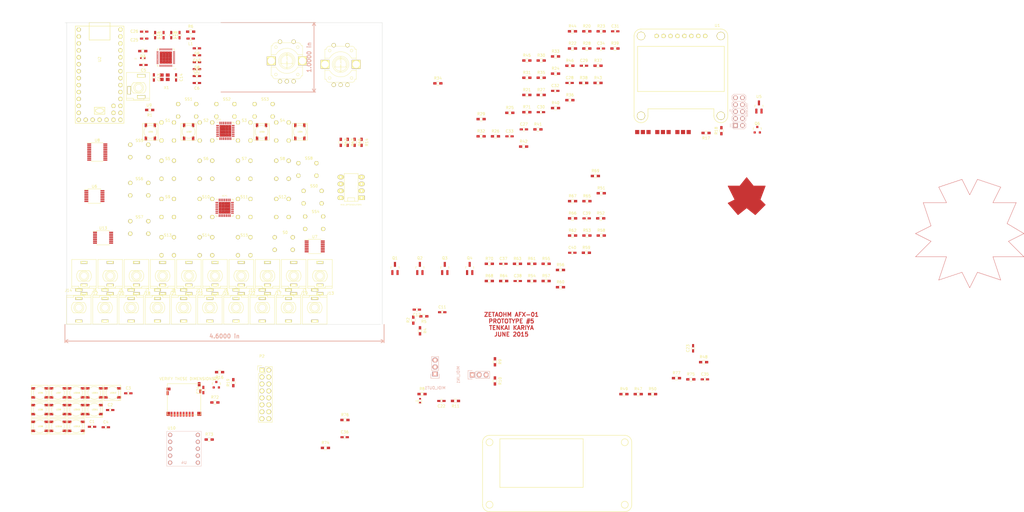
<source format=kicad_pcb>
(kicad_pcb (version 4) (host pcbnew "(2015-10-14 BZR 6269)-product")
  (layers (0 F.Cu signal) (31 B.Cu signal) (34 B.Paste user) (35 F.Paste user) (36 B.SilkS user) (37 F.SilkS user) (38 B.Mask user) (39 F.Mask user) (44 Edge.Cuts user))
  (net 0 "")
  (net 1 GND)
  (net 2 VCC)
  (net 3 "Net-(LED1-Pad4)")
  (net 4 "Net-(C11-Pad1)")
  (net 5 "Net-(ENC1-Pad1)")
  (net 6 "Net-(ENC1-Pad3)")
  (net 7 "Net-(LED1-Pad1)")
  (net 8 "Net-(MIDI_IN1-Pad4)")
  (net 9 "Net-(MIDI_OUT1-Pad4)")
  (net 10 "Net-(MIDI_OUT1-Pad5)")
  (net 11 "Net-(C5-Pad1)")
  (net 12 "Net-(C11-Pad2)")
  (net 13 "Net-(C12-Pad1)")
  (net 14 "Net-(C12-Pad2)")
  (net 15 "Net-(C13-Pad1)")
  (net 16 "Net-(C14-Pad1)")
  (net 17 "Net-(C15-Pad2)")
  (net 18 "Net-(D2-Pad1)")
  (net 19 "Net-(D2-Pad2)")
  (net 20 "Net-(R2-Pad1)")
  (net 21 "Net-(C25-Pad1)")
  (net 22 "Net-(U1-Pad6)")
  (net 23 GNDA)
  (net 24 ENC2A)
  (net 25 ENC2B)
  (net 26 "Net-(C27-Pad1)")
  (net 27 "Net-(C27-Pad2)")
  (net 28 "Net-(C28-Pad1)")
  (net 29 "Net-(C28-Pad2)")
  (net 30 "Net-(C29-Pad1)")
  (net 31 "Net-(C29-Pad2)")
  (net 32 "Net-(C30-Pad1)")
  (net 33 "Net-(C30-Pad2)")
  (net 34 "Net-(C31-Pad1)")
  (net 35 "Net-(C31-Pad2)")
  (net 36 "Net-(C32-Pad1)")
  (net 37 "Net-(C32-Pad2)")
  (net 38 "Net-(C33-Pad1)")
  (net 39 "Net-(C33-Pad2)")
  (net 40 "Net-(C34-Pad1)")
  (net 41 "Net-(C34-Pad2)")
  (net 42 ENC1A)
  (net 43 ENC1B)
  (net 44 "Net-(C37-Pad1)")
  (net 45 CV_IN1)
  (net 46 "Net-(C38-Pad1)")
  (net 47 CV_IN2)
  (net 48 "Net-(C39-Pad1)")
  (net 49 CV_IN3)
  (net 50 "Net-(C40-Pad1)")
  (net 51 CV_IN4)
  (net 52 +3V3)
  (net 53 ENC1SW)
  (net 54 "Net-(ENC2-Pad1)")
  (net 55 "Net-(ENC2-Pad3)")
  (net 56 ENC2SW)
  (net 57 "Net-(J3-Pad2)")
  (net 58 "Net-(J4-Pad2)")
  (net 59 "Net-(J5-Pad2)")
  (net 60 "Net-(J6-Pad2)")
  (net 61 "Net-(J7-Pad2)")
  (net 62 "Net-(J8-Pad2)")
  (net 63 "Net-(J9-Pad2)")
  (net 64 "Net-(J10-Pad2)")
  (net 65 "Net-(J11-Pad2)")
  (net 66 "Net-(J12-Pad2)")
  (net 67 "Net-(J13-Pad2)")
  (net 68 "Net-(J14-Pad2)")
  (net 69 "Net-(J15-Pad2)")
  (net 70 "Net-(J16-Pad2)")
  (net 71 "Net-(J17-Pad2)")
  (net 72 "Net-(J18-Pad2)")
  (net 73 SDA0)
  (net 74 "Net-(JP1-Pad2)")
  (net 75 SDA1)
  (net 76 SCL0)
  (net 77 "Net-(JP2-Pad2)")
  (net 78 SCL1)
  (net 79 "Net-(LED2-Pad4)")
  (net 80 "Net-(LED3-Pad4)")
  (net 81 "Net-(LED4-Pad4)")
  (net 82 "Net-(LED5-Pad4)")
  (net 83 "Net-(LED6-Pad4)")
  (net 84 "Net-(LED7-Pad4)")
  (net 85 "Net-(LED8-Pad4)")
  (net 86 "Net-(LED10-Pad1)")
  (net 87 "Net-(LED10-Pad4)")
  (net 88 "Net-(LED11-Pad4)")
  (net 89 "Net-(LED12-Pad4)")
  (net 90 "Net-(LED13-Pad4)")
  (net 91 "Net-(LED14-Pad4)")
  (net 92 "Net-(LED15-Pad4)")
  (net 93 SC)
  (net 94 SD)
  (net 95 SE)
  (net 96 SF)
  (net 97 S0)
  (net 98 S1)
  (net 99 S2)
  (net 100 S3)
  (net 101 S4)
  (net 102 S5)
  (net 103 S6)
  (net 104 S7)
  (net 105 S8)
  (net 106 S9)
  (net 107 SA)
  (net 108 SB)
  (net 109 SS0)
  (net 110 SS1)
  (net 111 SS2)
  (net 112 SS3)
  (net 113 SS4)
  (net 114 SS5)
  (net 115 SS6)
  (net 116 SS7)
  (net 117 SS8)
  (net 118 MIDI_IN_EXTERNAL)
  (net 119 MISO)
  (net 120 DAC_SDO)
  (net 121 MOSI)
  (net 122 SCLK)
  (net 123 +5V)
  (net 124 VSS)
  (net 125 VDD)
  (net 126 "Net-(Q1-Pad1)")
  (net 127 GATE_IN1)
  (net 128 "Net-(Q2-Pad1)")
  (net 129 GATE_IN2)
  (net 130 "Net-(Q3-Pad1)")
  (net 131 GATE_IN3)
  (net 132 "Net-(Q4-Pad1)")
  (net 133 GATE_IN4)
  (net 134 LED_DIN)
  (net 135 MIDI_OUT_EXTERNAL)
  (net 136 DAC0)
  (net 137 DAC4)
  (net 138 DAC1)
  (net 139 DAC5)
  (net 140 DAC2)
  (net 141 DAC6)
  (net 142 VREF_OPA)
  (net 143 DAC3)
  (net 144 DAC7)
  (net 145 "Net-(R71-Pad2)")
  (net 146 DISP_RESET)
  (net 147 DAC_CS)
  (net 148 SD_CS)
  (net 149 "Net-(J19-Pad2)")
  (net 150 "Net-(J20-Pad2)")
  (net 151 "Net-(J21-Pad2)")
  (net 152 "Net-(J22-Pad2)")
  (net 153 "Net-(JP3-Pad1)")
  (net 154 "Net-(JP3-Pad3)")
  (net 155 SCL0_5v)
  (net 156 SDA0_5v)
  (net 157 GATE_OUT1)
  (net 158 GATE_OUT2)
  (net 159 GATE_OUT3)
  (net 160 GATE_OUT4)
  (module Zetaohm:AB2_ROTARY_ENCODER_W_SWITCH (layer F.Cu) (at 111.72 36.845)
    (fp_text reference ENC1 hide)
    (fp_text value Encoder_switch (at 0 0 90) (layer F.SilkS) (effects (font (size 0.5 0.5) (thickness 0.075))))
    (pad 1 thru_hole circle (at -2.5 7.5) (size 1.524 1.524) (drill 1.016) (layers *.Cu *.Mask F.SilkS) (net 5 "Net-(ENC1-Pad1)"))
    (pad 2 thru_hole circle (at 0 7.5) (size 1.524 1.524) (drill 1.016) (layers *.Cu *.Mask F.SilkS) (net 1 GND))
    (pad 3 thru_hole circle (at 2.5 7.5) (size 1.524 1.524) (drill 1.016) (layers *.Cu *.Mask F.SilkS) (net 6 "Net-(ENC1-Pad3)"))
    (pad 4 thru_hole circle (at 2.5 -7) (size 1.524 1.524) (drill 1.016) (layers *.Cu *.Mask F.SilkS) (net 53 ENC1SW))
    (pad 5 thru_hole circle (at -2.5 -7) (size 1.524 1.524) (drill 1.016) (layers *.Cu *.Mask F.SilkS) (net 1 GND))
    (pad 6 thru_hole rect (at -5.7 0) (size 3.2 3.2) (drill 2.6) (layers *.Cu *.Mask F.SilkS))
    (pad 7 thru_hole rect (at 5.7 0) (size 3.2 3.2) (drill 2.6) (layers *.Cu *.Mask F.SilkS))
  )
  (module Zetaohm:WS2812b_SMD (layer F.Cu) (at 116.466 62.828 90)
    (fp_text reference LED4 (at 0 0.128 180) (layer F.SilkS) (effects (font (size 0.5 0.5) (thickness 0.125))))
    (fp_text value WS2812b)
    (pad 1 smd rect (at -2.15 -1.65 90) (size 1.524 0.9) (drill (offset -0.3 0)) (layers F.Cu F.Paste F.Mask) (net 80 "Net-(LED3-Pad4)"))
    (pad 2 smd rect (at -2.15 1.65 90) (size 1.524 0.9) (drill (offset -0.3 0)) (layers F.Cu F.Paste F.Mask) (net 52 +3V3))
    (pad 3 smd rect (at 2.15 1.63 90) (size 1.524 0.9) (drill (offset 0.3 0)) (layers F.Cu F.Paste F.Mask) (net 1 GND))
    (pad 4 smd rect (at 2.15 -1.65 90) (size 1.524 0.9) (drill (offset 0.3 0)) (layers F.Cu F.Paste F.Mask) (net 81 "Net-(LED4-Pad4)"))
  )
  (module Zetaohm:WS2812b_SMD (layer F.Cu) (at 102.466 62.828 90)
    (fp_text reference LED3 (at 0 0.128 180) (layer F.SilkS) (effects (font (size 0.5 0.5) (thickness 0.125))))
    (fp_text value WS2812b)
    (pad 1 smd rect (at -2.15 -1.65 90) (size 1.524 0.9) (drill (offset -0.3 0)) (layers F.Cu F.Paste F.Mask) (net 79 "Net-(LED2-Pad4)"))
    (pad 2 smd rect (at -2.15 1.65 90) (size 1.524 0.9) (drill (offset -0.3 0)) (layers F.Cu F.Paste F.Mask) (net 52 +3V3))
    (pad 3 smd rect (at 2.15 1.63 90) (size 1.524 0.9) (drill (offset 0.3 0)) (layers F.Cu F.Paste F.Mask) (net 1 GND))
    (pad 4 smd rect (at 2.15 -1.65 90) (size 1.524 0.9) (drill (offset 0.3 0)) (layers F.Cu F.Paste F.Mask) (net 80 "Net-(LED3-Pad4)"))
  )
  (module Zetaohm:WS2812b_SMD (layer F.Cu) (at 75.766 62.828 90)
    (fp_text reference LED2 (at 0 0.128 180) (layer F.SilkS) (effects (font (size 0.5 0.5) (thickness 0.125))))
    (fp_text value WS2812b)
    (pad 1 smd rect (at -2.15 -1.65 90) (size 1.524 0.9) (drill (offset -0.3 0)) (layers F.Cu F.Paste F.Mask) (net 3 "Net-(LED1-Pad4)"))
    (pad 2 smd rect (at -2.15 1.65 90) (size 1.524 0.9) (drill (offset -0.3 0)) (layers F.Cu F.Paste F.Mask) (net 52 +3V3))
    (pad 3 smd rect (at 2.15 1.63 90) (size 1.524 0.9) (drill (offset 0.3 0)) (layers F.Cu F.Paste F.Mask) (net 1 GND))
    (pad 4 smd rect (at 2.15 -1.65 90) (size 1.524 0.9) (drill (offset 0.3 0)) (layers F.Cu F.Paste F.Mask) (net 79 "Net-(LED2-Pad4)"))
  )
  (module Zetaohm:B3F-1050_6mm_Switch (layer F.Cu) (at 96.116 104.71 90)
    (fp_text reference S15 (at 4.064 0 180) (layer F.SilkS))
    (fp_text value DPST_Switch hide)
    (pad 3 thru_hole circle (at 3.302 -2.286 90) (size 1.524 1.524) (drill 0.762) (layers *.Cu *.Mask F.SilkS) (net 1 GND))
    (pad 4 thru_hole circle (at -3.302 -2.286 90) (size 1.524 1.524) (drill 0.762) (layers *.Cu *.Mask F.SilkS) (net 1 GND))
    (pad 2 thru_hole circle (at -3.302 2.286 90) (size 1.524 1.524) (drill 0.762) (layers *.Cu *.Mask F.SilkS) (net 96 SF))
    (pad 1 thru_hole circle (at 3.302 2.286 90) (size 1.524 1.524) (drill 0.762) (layers *.Cu *.Mask F.SilkS) (net 96 SF))
  )
  (module Zetaohm:B3F-1050_6mm_Switch (layer F.Cu) (at 82.116 104.71 90)
    (fp_text reference S14 (at 4.064 0 180) (layer F.SilkS))
    (fp_text value DPST_Switch hide)
    (pad 3 thru_hole circle (at 3.302 -2.286 90) (size 1.524 1.524) (drill 0.762) (layers *.Cu *.Mask F.SilkS) (net 1 GND))
    (pad 4 thru_hole circle (at -3.302 -2.286 90) (size 1.524 1.524) (drill 0.762) (layers *.Cu *.Mask F.SilkS) (net 1 GND))
    (pad 2 thru_hole circle (at -3.302 2.286 90) (size 1.524 1.524) (drill 0.762) (layers *.Cu *.Mask F.SilkS) (net 95 SE))
    (pad 1 thru_hole circle (at 3.302 2.286 90) (size 1.524 1.524) (drill 0.762) (layers *.Cu *.Mask F.SilkS) (net 95 SE))
  )
  (module Zetaohm:B3F-1050_6mm_Switch (layer F.Cu) (at 68.116 104.71 90)
    (fp_text reference S13 (at 4.064 0 180) (layer F.SilkS))
    (fp_text value DPST_Switch hide)
    (pad 3 thru_hole circle (at 3.302 -2.286 90) (size 1.524 1.524) (drill 0.762) (layers *.Cu *.Mask F.SilkS) (net 1 GND))
    (pad 4 thru_hole circle (at -3.302 -2.286 90) (size 1.524 1.524) (drill 0.762) (layers *.Cu *.Mask F.SilkS) (net 1 GND))
    (pad 2 thru_hole circle (at -3.302 2.286 90) (size 1.524 1.524) (drill 0.762) (layers *.Cu *.Mask F.SilkS) (net 94 SD))
    (pad 1 thru_hole circle (at 3.302 2.286 90) (size 1.524 1.524) (drill 0.762) (layers *.Cu *.Mask F.SilkS) (net 94 SD))
  )
  (module Zetaohm:B3F-1050_6mm_Switch (layer F.Cu) (at 110.116 90.71 90)
    (fp_text reference S12 (at 4.064 0 180) (layer F.SilkS))
    (fp_text value DPST_Switch hide)
    (pad 3 thru_hole circle (at 3.302 -2.286 90) (size 1.524 1.524) (drill 0.762) (layers *.Cu *.Mask F.SilkS) (net 1 GND))
    (pad 4 thru_hole circle (at -3.302 -2.286 90) (size 1.524 1.524) (drill 0.762) (layers *.Cu *.Mask F.SilkS) (net 1 GND))
    (pad 2 thru_hole circle (at -3.302 2.286 90) (size 1.524 1.524) (drill 0.762) (layers *.Cu *.Mask F.SilkS) (net 93 SC))
    (pad 1 thru_hole circle (at 3.302 2.286 90) (size 1.524 1.524) (drill 0.762) (layers *.Cu *.Mask F.SilkS) (net 93 SC))
  )
  (module Zetaohm:B3F-1050_6mm_Switch (layer F.Cu) (at 96.116 90.71 90)
    (fp_text reference S11 (at 4.064 0 180) (layer F.SilkS))
    (fp_text value DPST_Switch hide)
    (pad 3 thru_hole circle (at 3.302 -2.286 90) (size 1.524 1.524) (drill 0.762) (layers *.Cu *.Mask F.SilkS) (net 1 GND))
    (pad 4 thru_hole circle (at -3.302 -2.286 90) (size 1.524 1.524) (drill 0.762) (layers *.Cu *.Mask F.SilkS) (net 1 GND))
    (pad 2 thru_hole circle (at -3.302 2.286 90) (size 1.524 1.524) (drill 0.762) (layers *.Cu *.Mask F.SilkS) (net 108 SB))
    (pad 1 thru_hole circle (at 3.302 2.286 90) (size 1.524 1.524) (drill 0.762) (layers *.Cu *.Mask F.SilkS) (net 108 SB))
  )
  (module Zetaohm:B3F-1050_6mm_Switch (layer F.Cu) (at 82.116 90.71 90)
    (fp_text reference S10 (at 4.064 0 180) (layer F.SilkS))
    (fp_text value DPST_Switch hide)
    (pad 3 thru_hole circle (at 3.302 -2.286 90) (size 1.524 1.524) (drill 0.762) (layers *.Cu *.Mask F.SilkS) (net 1 GND))
    (pad 4 thru_hole circle (at -3.302 -2.286 90) (size 1.524 1.524) (drill 0.762) (layers *.Cu *.Mask F.SilkS) (net 1 GND))
    (pad 2 thru_hole circle (at -3.302 2.286 90) (size 1.524 1.524) (drill 0.762) (layers *.Cu *.Mask F.SilkS) (net 107 SA))
    (pad 1 thru_hole circle (at 3.302 2.286 90) (size 1.524 1.524) (drill 0.762) (layers *.Cu *.Mask F.SilkS) (net 107 SA))
  )
  (module Zetaohm:B3F-1050_6mm_Switch (layer F.Cu) (at 68.116 90.71 90)
    (fp_text reference S9 (at 4.064 0 180) (layer F.SilkS))
    (fp_text value DPST_Switch hide)
    (pad 3 thru_hole circle (at 3.302 -2.286 90) (size 1.524 1.524) (drill 0.762) (layers *.Cu *.Mask F.SilkS) (net 1 GND))
    (pad 4 thru_hole circle (at -3.302 -2.286 90) (size 1.524 1.524) (drill 0.762) (layers *.Cu *.Mask F.SilkS) (net 1 GND))
    (pad 2 thru_hole circle (at -3.302 2.286 90) (size 1.524 1.524) (drill 0.762) (layers *.Cu *.Mask F.SilkS) (net 106 S9))
    (pad 1 thru_hole circle (at 3.302 2.286 90) (size 1.524 1.524) (drill 0.762) (layers *.Cu *.Mask F.SilkS) (net 106 S9))
  )
  (module Zetaohm:B3F-1050_6mm_Switch (layer F.Cu) (at 110.116 76.71 90)
    (fp_text reference S8 (at 4.064 0 180) (layer F.SilkS))
    (fp_text value DPST_Switch hide)
    (pad 3 thru_hole circle (at 3.302 -2.286 90) (size 1.524 1.524) (drill 0.762) (layers *.Cu *.Mask F.SilkS) (net 1 GND))
    (pad 4 thru_hole circle (at -3.302 -2.286 90) (size 1.524 1.524) (drill 0.762) (layers *.Cu *.Mask F.SilkS) (net 1 GND))
    (pad 2 thru_hole circle (at -3.302 2.286 90) (size 1.524 1.524) (drill 0.762) (layers *.Cu *.Mask F.SilkS) (net 105 S8))
    (pad 1 thru_hole circle (at 3.302 2.286 90) (size 1.524 1.524) (drill 0.762) (layers *.Cu *.Mask F.SilkS) (net 105 S8))
  )
  (module Zetaohm:B3F-1050_6mm_Switch (layer F.Cu) (at 96.116 76.71 90)
    (fp_text reference S7 (at 4.064 0 180) (layer F.SilkS))
    (fp_text value DPST_Switch hide)
    (pad 3 thru_hole circle (at 3.302 -2.286 90) (size 1.524 1.524) (drill 0.762) (layers *.Cu *.Mask F.SilkS) (net 1 GND))
    (pad 4 thru_hole circle (at -3.302 -2.286 90) (size 1.524 1.524) (drill 0.762) (layers *.Cu *.Mask F.SilkS) (net 1 GND))
    (pad 2 thru_hole circle (at -3.302 2.286 90) (size 1.524 1.524) (drill 0.762) (layers *.Cu *.Mask F.SilkS) (net 104 S7))
    (pad 1 thru_hole circle (at 3.302 2.286 90) (size 1.524 1.524) (drill 0.762) (layers *.Cu *.Mask F.SilkS) (net 104 S7))
  )
  (module Zetaohm:B3F-1050_6mm_Switch (layer F.Cu) (at 82.116 76.71 90)
    (fp_text reference S6 (at 4.064 0 180) (layer F.SilkS))
    (fp_text value DPST_Switch hide)
    (pad 3 thru_hole circle (at 3.302 -2.286 90) (size 1.524 1.524) (drill 0.762) (layers *.Cu *.Mask F.SilkS) (net 1 GND))
    (pad 4 thru_hole circle (at -3.302 -2.286 90) (size 1.524 1.524) (drill 0.762) (layers *.Cu *.Mask F.SilkS) (net 1 GND))
    (pad 2 thru_hole circle (at -3.302 2.286 90) (size 1.524 1.524) (drill 0.762) (layers *.Cu *.Mask F.SilkS) (net 103 S6))
    (pad 1 thru_hole circle (at 3.302 2.286 90) (size 1.524 1.524) (drill 0.762) (layers *.Cu *.Mask F.SilkS) (net 103 S6))
  )
  (module Zetaohm:B3F-1050_6mm_Switch (layer F.Cu) (at 68.116 76.71 90)
    (fp_text reference S5 (at 4.064 0 180) (layer F.SilkS))
    (fp_text value DPST_Switch hide)
    (pad 3 thru_hole circle (at 3.302 -2.286 90) (size 1.524 1.524) (drill 0.762) (layers *.Cu *.Mask F.SilkS) (net 1 GND))
    (pad 4 thru_hole circle (at -3.302 -2.286 90) (size 1.524 1.524) (drill 0.762) (layers *.Cu *.Mask F.SilkS) (net 1 GND))
    (pad 2 thru_hole circle (at -3.302 2.286 90) (size 1.524 1.524) (drill 0.762) (layers *.Cu *.Mask F.SilkS) (net 102 S5))
    (pad 1 thru_hole circle (at 3.302 2.286 90) (size 1.524 1.524) (drill 0.762) (layers *.Cu *.Mask F.SilkS) (net 102 S5))
  )
  (module Zetaohm:B3F-1050_6mm_Switch (layer F.Cu) (at 110.116 62.71 90)
    (fp_text reference S4 (at 4.064 0 180) (layer F.SilkS))
    (fp_text value DPST_Switch hide)
    (pad 3 thru_hole circle (at 3.302 -2.286 90) (size 1.524 1.524) (drill 0.762) (layers *.Cu *.Mask F.SilkS) (net 1 GND))
    (pad 4 thru_hole circle (at -3.302 -2.286 90) (size 1.524 1.524) (drill 0.762) (layers *.Cu *.Mask F.SilkS) (net 1 GND))
    (pad 2 thru_hole circle (at -3.302 2.286 90) (size 1.524 1.524) (drill 0.762) (layers *.Cu *.Mask F.SilkS) (net 101 S4))
    (pad 1 thru_hole circle (at 3.302 2.286 90) (size 1.524 1.524) (drill 0.762) (layers *.Cu *.Mask F.SilkS) (net 101 S4))
  )
  (module Zetaohm:B3F-1050_6mm_Switch (layer F.Cu) (at 96.116 62.71 90)
    (fp_text reference S3 (at 4.064 0 180) (layer F.SilkS))
    (fp_text value DPST_Switch hide)
    (pad 3 thru_hole circle (at 3.302 -2.286 90) (size 1.524 1.524) (drill 0.762) (layers *.Cu *.Mask F.SilkS) (net 1 GND))
    (pad 4 thru_hole circle (at -3.302 -2.286 90) (size 1.524 1.524) (drill 0.762) (layers *.Cu *.Mask F.SilkS) (net 1 GND))
    (pad 2 thru_hole circle (at -3.302 2.286 90) (size 1.524 1.524) (drill 0.762) (layers *.Cu *.Mask F.SilkS) (net 100 S3))
    (pad 1 thru_hole circle (at 3.302 2.286 90) (size 1.524 1.524) (drill 0.762) (layers *.Cu *.Mask F.SilkS) (net 100 S3))
  )
  (module Zetaohm:B3F-1050_6mm_Switch (layer F.Cu) (at 82.116 62.71 90)
    (fp_text reference S2 (at 4.064 0 180) (layer F.SilkS))
    (fp_text value DPST_Switch hide)
    (pad 3 thru_hole circle (at 3.302 -2.286 90) (size 1.524 1.524) (drill 0.762) (layers *.Cu *.Mask F.SilkS) (net 1 GND))
    (pad 4 thru_hole circle (at -3.302 -2.286 90) (size 1.524 1.524) (drill 0.762) (layers *.Cu *.Mask F.SilkS) (net 1 GND))
    (pad 2 thru_hole circle (at -3.302 2.286 90) (size 1.524 1.524) (drill 0.762) (layers *.Cu *.Mask F.SilkS) (net 99 S2))
    (pad 1 thru_hole circle (at 3.302 2.286 90) (size 1.524 1.524) (drill 0.762) (layers *.Cu *.Mask F.SilkS) (net 99 S2))
  )
  (module Zetaohm:B3F-1050_6mm_Switch (layer F.Cu) (at 57.702 97.822)
    (fp_text reference SS7 (at 0.03 -3.81) (layer F.SilkS))
    (fp_text value DPST_Switch hide)
    (pad 3 thru_hole circle (at 3.302 -2.286) (size 1.524 1.524) (drill 0.762) (layers *.Cu *.Mask F.SilkS) (net 1 GND))
    (pad 4 thru_hole circle (at -3.302 -2.286) (size 1.524 1.524) (drill 0.762) (layers *.Cu *.Mask F.SilkS) (net 1 GND))
    (pad 2 thru_hole circle (at -3.302 2.286) (size 1.524 1.524) (drill 0.762) (layers *.Cu *.Mask F.SilkS) (net 116 SS7))
    (pad 1 thru_hole circle (at 3.302 2.286) (size 1.524 1.524) (drill 0.762) (layers *.Cu *.Mask F.SilkS) (net 116 SS7))
  )
  (module Zetaohm:B3F-1050_6mm_Switch (layer F.Cu) (at 57.702 83.822)
    (fp_text reference SS6 (at 0.03 -3.81) (layer F.SilkS))
    (fp_text value DPST_Switch hide)
    (pad 3 thru_hole circle (at 3.302 -2.286) (size 1.524 1.524) (drill 0.762) (layers *.Cu *.Mask F.SilkS) (net 1 GND))
    (pad 4 thru_hole circle (at -3.302 -2.286) (size 1.524 1.524) (drill 0.762) (layers *.Cu *.Mask F.SilkS) (net 1 GND))
    (pad 2 thru_hole circle (at -3.302 2.286) (size 1.524 1.524) (drill 0.762) (layers *.Cu *.Mask F.SilkS) (net 115 SS6))
    (pad 1 thru_hole circle (at 3.302 2.286) (size 1.524 1.524) (drill 0.762) (layers *.Cu *.Mask F.SilkS) (net 115 SS6))
  )
  (module Zetaohm:B3F-1050_6mm_Switch (layer F.Cu) (at 57.702 69.822)
    (fp_text reference SS5 (at 0.03 -3.81) (layer F.SilkS))
    (fp_text value DPST_Switch hide)
    (pad 3 thru_hole circle (at 3.302 -2.286) (size 1.524 1.524) (drill 0.762) (layers *.Cu *.Mask F.SilkS) (net 1 GND))
    (pad 4 thru_hole circle (at -3.302 -2.286) (size 1.524 1.524) (drill 0.762) (layers *.Cu *.Mask F.SilkS) (net 1 GND))
    (pad 2 thru_hole circle (at -3.302 2.286) (size 1.524 1.524) (drill 0.762) (layers *.Cu *.Mask F.SilkS) (net 114 SS5))
    (pad 1 thru_hole circle (at 3.302 2.286) (size 1.524 1.524) (drill 0.762) (layers *.Cu *.Mask F.SilkS) (net 114 SS5))
  )
  (module Zetaohm:B3F-1050_6mm_Switch (layer F.Cu) (at 103.228 54.948)
    (fp_text reference SS3 (at 0.508 -4.064) (layer F.SilkS))
    (fp_text value DPST_Switch hide)
    (pad 3 thru_hole circle (at 3.302 -2.286) (size 1.524 1.524) (drill 0.762) (layers *.Cu *.Mask F.SilkS) (net 1 GND))
    (pad 4 thru_hole circle (at -3.302 -2.286) (size 1.524 1.524) (drill 0.762) (layers *.Cu *.Mask F.SilkS) (net 1 GND))
    (pad 2 thru_hole circle (at -3.302 2.286) (size 1.524 1.524) (drill 0.762) (layers *.Cu *.Mask F.SilkS) (net 112 SS3))
    (pad 1 thru_hole circle (at 3.302 2.286) (size 1.524 1.524) (drill 0.762) (layers *.Cu *.Mask F.SilkS) (net 112 SS3))
  )
  (module Zetaohm:B3F-1050_6mm_Switch (layer F.Cu) (at 89.228 54.948)
    (fp_text reference SS2 (at 0.508 -4.064) (layer F.SilkS))
    (fp_text value DPST_Switch hide)
    (pad 3 thru_hole circle (at 3.302 -2.286) (size 1.524 1.524) (drill 0.762) (layers *.Cu *.Mask F.SilkS) (net 1 GND))
    (pad 4 thru_hole circle (at -3.302 -2.286) (size 1.524 1.524) (drill 0.762) (layers *.Cu *.Mask F.SilkS) (net 1 GND))
    (pad 2 thru_hole circle (at -3.302 2.286) (size 1.524 1.524) (drill 0.762) (layers *.Cu *.Mask F.SilkS) (net 111 SS2))
    (pad 1 thru_hole circle (at 3.302 2.286) (size 1.524 1.524) (drill 0.762) (layers *.Cu *.Mask F.SilkS) (net 111 SS2))
  )
  (module Housings_DIP:DIP-8__300_ELL (layer F.Cu) (at 135.255 83.185 90)
    (fp_text reference MIDI_OPTOISOLATOR1 (at -6.35 0 180) (layer F.SilkS) (effects (font (size 0.5 0.5) (thickness 0.07))))
    (fp_text value 6N139)
    (pad 1 thru_hole rect (at -3.81 3.81 90) (size 1.5748 2.286) (drill 0.8128) (layers *.Cu *.Mask F.SilkS))
    (pad 2 thru_hole oval (at -1.27 3.81 90) (size 1.5748 2.286) (drill 0.8128) (layers *.Cu *.Mask F.SilkS) (net 19 "Net-(D2-Pad2)"))
    (pad 3 thru_hole oval (at 1.27 3.81 90) (size 1.5748 2.286) (drill 0.8128) (layers *.Cu *.Mask F.SilkS) (net 18 "Net-(D2-Pad1)"))
    (pad 4 thru_hole oval (at 3.81 3.81 90) (size 1.5748 2.286) (drill 0.8128) (layers *.Cu *.Mask F.SilkS))
    (pad 5 thru_hole oval (at 3.81 -3.81 90) (size 1.5748 2.286) (drill 0.8128) (layers *.Cu *.Mask F.SilkS) (net 1 GND))
    (pad 6 thru_hole oval (at 1.27 -3.81 90) (size 1.5748 2.286) (drill 0.8128) (layers *.Cu *.Mask F.SilkS) (net 118 MIDI_IN_EXTERNAL))
    (pad 7 thru_hole oval (at -1.27 -3.81 90) (size 1.5748 2.286) (drill 0.8128) (layers *.Cu *.Mask F.SilkS))
    (pad 8 thru_hole oval (at -3.81 -3.81 90) (size 1.5748 2.286) (drill 0.8128) (layers *.Cu *.Mask F.SilkS) (net 2 VCC))
  )
  (module SMD_Packages:SOD-523 (layer F.Cu) (at 58.977594 35.818314)
    (fp_text reference D1 (at -2.54 0.254 180) (layer F.SilkS) (effects (font (size 0.5 0.5) (thickness 0.07))))
    (fp_text value LL4148)
    (pad 1 smd rect (at -0.7 0) (size 0.6 0.7) (layers F.Cu F.Paste F.Mask) (net 11 "Net-(C5-Pad1)"))
    (pad 2 smd rect (at 0.7 0) (size 0.6 0.7) (layers F.Cu F.Paste F.Mask) (net 52 +3V3))
  )
  (module Housings_DFN_QFN:QFN-28-1EP_6x6mm_Pitch0.65mm (layer F.Cu) (at 88.944 90.65)
    (fp_text reference MCP1 (at 0 -4.35) (layer F.SilkS) (effects (font (size 0.5 0.5) (thickness 0.07))))
    (fp_text value MCP23017-QFN)
    (pad 1 smd rect (at -2.85 -1.95) (size 1 0.37) (layers F.Cu F.Paste F.Mask) (net 93 SC))
    (pad 2 smd rect (at -2.85 -1.3) (size 1 0.37) (layers F.Cu F.Paste F.Mask) (net 94 SD))
    (pad 3 smd rect (at -2.85 -0.65) (size 1 0.37) (layers F.Cu F.Paste F.Mask) (net 95 SE))
    (pad 4 smd rect (at -2.85 0) (size 1 0.37) (layers F.Cu F.Paste F.Mask) (net 96 SF))
    (pad 5 smd rect (at -2.85 0.65) (size 1 0.37) (layers F.Cu F.Paste F.Mask) (net 2 VCC))
    (pad 6 smd rect (at -2.85 1.3) (size 1 0.37) (layers F.Cu F.Paste F.Mask) (net 1 GND))
    (pad 7 smd rect (at -2.85 1.95) (size 1 0.37) (layers F.Cu F.Paste F.Mask))
    (pad 8 smd rect (at -1.95 2.85 90) (size 1 0.37) (layers F.Cu F.Paste F.Mask) (net 155 SCL0_5v))
    (pad 9 smd rect (at -1.3 2.85 90) (size 1 0.37) (layers F.Cu F.Paste F.Mask) (net 156 SDA0_5v))
    (pad 10 smd rect (at -0.65 2.85 90) (size 1 0.37) (layers F.Cu F.Paste F.Mask))
    (pad 11 smd rect (at 0 2.85 90) (size 1 0.37) (layers F.Cu F.Paste F.Mask) (net 1 GND))
    (pad 12 smd rect (at 0.65 2.85 90) (size 1 0.37) (layers F.Cu F.Paste F.Mask) (net 1 GND))
    (pad 13 smd rect (at 1.3 2.85 90) (size 1 0.37) (layers F.Cu F.Paste F.Mask) (net 1 GND))
    (pad 14 smd rect (at 1.95 2.85 90) (size 1 0.37) (layers F.Cu F.Paste F.Mask) (net 2 VCC))
    (pad 15 smd rect (at 2.85 1.95) (size 1 0.37) (layers F.Cu F.Paste F.Mask))
    (pad 16 smd rect (at 2.85 1.3) (size 1 0.37) (layers F.Cu F.Paste F.Mask))
    (pad 17 smd rect (at 2.85 0.65) (size 1 0.37) (layers F.Cu F.Paste F.Mask) (net 97 S0))
    (pad 18 smd rect (at 2.85 0) (size 1 0.37) (layers F.Cu F.Paste F.Mask) (net 98 S1))
    (pad 19 smd rect (at 2.85 -0.65) (size 1 0.37) (layers F.Cu F.Paste F.Mask) (net 99 S2))
    (pad 20 smd rect (at 2.85 -1.3) (size 1 0.37) (layers F.Cu F.Paste F.Mask) (net 100 S3))
    (pad 21 smd rect (at 2.85 -1.95) (size 1 0.37) (layers F.Cu F.Paste F.Mask) (net 101 S4))
    (pad 22 smd rect (at 1.95 -2.85 90) (size 1 0.37) (layers F.Cu F.Paste F.Mask) (net 102 S5))
    (pad 23 smd rect (at 1.3 -2.85 90) (size 1 0.37) (layers F.Cu F.Paste F.Mask) (net 103 S6))
    (pad 24 smd rect (at 0.65 -2.85 90) (size 1 0.37) (layers F.Cu F.Paste F.Mask) (net 104 S7))
    (pad 25 smd rect (at 0 -2.85 90) (size 1 0.37) (layers F.Cu F.Paste F.Mask) (net 105 S8))
    (pad 26 smd rect (at -0.65 -2.85 90) (size 1 0.37) (layers F.Cu F.Paste F.Mask) (net 106 S9))
    (pad 27 smd rect (at -1.3 -2.85 90) (size 1 0.37) (layers F.Cu F.Paste F.Mask) (net 107 SA))
    (pad 28 smd rect (at -1.95 -2.85 90) (size 1 0.37) (layers F.Cu F.Paste F.Mask) (net 108 SB))
    (pad 29 smd rect (at 1.59375 1.59375) (size 1.0625 1.0625) (layers F.Cu F.Paste F.Mask))
    (pad 29 smd rect (at 1.59375 0.53125) (size 1.0625 1.0625) (layers F.Cu F.Paste F.Mask))
    (pad 29 smd rect (at 1.59375 -0.53125) (size 1.0625 1.0625) (layers F.Cu F.Paste F.Mask))
    (pad 29 smd rect (at 1.59375 -1.59375) (size 1.0625 1.0625) (layers F.Cu F.Paste F.Mask))
    (pad 29 smd rect (at 0.53125 1.59375) (size 1.0625 1.0625) (layers F.Cu F.Paste F.Mask))
    (pad 29 smd rect (at 0.53125 0.53125) (size 1.0625 1.0625) (layers F.Cu F.Paste F.Mask))
    (pad 29 smd rect (at 0.53125 -0.53125) (size 1.0625 1.0625) (layers F.Cu F.Paste F.Mask))
    (pad 29 smd rect (at 0.53125 -1.59375) (size 1.0625 1.0625) (layers F.Cu F.Paste F.Mask))
    (pad 29 smd rect (at -0.53125 1.59375) (size 1.0625 1.0625) (layers F.Cu F.Paste F.Mask))
    (pad 29 smd rect (at -0.53125 0.53125) (size 1.0625 1.0625) (layers F.Cu F.Paste F.Mask))
    (pad 29 smd rect (at -0.53125 -0.53125) (size 1.0625 1.0625) (layers F.Cu F.Paste F.Mask))
    (pad 29 smd rect (at -0.53125 -1.59375) (size 1.0625 1.0625) (layers F.Cu F.Paste F.Mask))
    (pad 29 smd rect (at -1.59375 1.59375) (size 1.0625 1.0625) (layers F.Cu F.Paste F.Mask))
    (pad 29 smd rect (at -1.59375 0.53125) (size 1.0625 1.0625) (layers F.Cu F.Paste F.Mask))
    (pad 29 smd rect (at -1.59375 -0.53125) (size 1.0625 1.0625) (layers F.Cu F.Paste F.Mask))
    (pad 29 smd rect (at -1.59375 -1.59375) (size 1.0625 1.0625) (layers F.Cu F.Paste F.Mask))
  )
  (module Housings_DFN_QFN:QFN-28-1EP_6x6mm_Pitch0.65mm (layer F.Cu) (at 89.22125 62.47925)
    (fp_text reference MCP2 (at -2.5908 -4.0894) (layer F.SilkS) (effects (font (size 0.5 0.5) (thickness 0.07))))
    (fp_text value MCP23017-QFN)
    (pad 1 smd rect (at -2.85 -1.95) (size 1 0.37) (layers F.Cu F.Paste F.Mask) (net 157 GATE_OUT1))
    (pad 2 smd rect (at -2.85 -1.3) (size 1 0.37) (layers F.Cu F.Paste F.Mask) (net 158 GATE_OUT2))
    (pad 3 smd rect (at -2.85 -0.65) (size 1 0.37) (layers F.Cu F.Paste F.Mask) (net 159 GATE_OUT3))
    (pad 4 smd rect (at -2.85 0) (size 1 0.37) (layers F.Cu F.Paste F.Mask) (net 160 GATE_OUT4))
    (pad 5 smd rect (at -2.85 0.65) (size 1 0.37) (layers F.Cu F.Paste F.Mask) (net 2 VCC))
    (pad 6 smd rect (at -2.85 1.3) (size 1 0.37) (layers F.Cu F.Paste F.Mask) (net 1 GND))
    (pad 7 smd rect (at -2.85 1.95) (size 1 0.37) (layers F.Cu F.Paste F.Mask))
    (pad 8 smd rect (at -1.95 2.85 90) (size 1 0.37) (layers F.Cu F.Paste F.Mask) (net 155 SCL0_5v))
    (pad 9 smd rect (at -1.3 2.85 90) (size 1 0.37) (layers F.Cu F.Paste F.Mask) (net 156 SDA0_5v))
    (pad 10 smd rect (at -0.65 2.85 90) (size 1 0.37) (layers F.Cu F.Paste F.Mask))
    (pad 11 smd rect (at 0 2.85 90) (size 1 0.37) (layers F.Cu F.Paste F.Mask) (net 2 VCC))
    (pad 12 smd rect (at 0.65 2.85 90) (size 1 0.37) (layers F.Cu F.Paste F.Mask) (net 1 GND))
    (pad 13 smd rect (at 1.3 2.85 90) (size 1 0.37) (layers F.Cu F.Paste F.Mask) (net 1 GND))
    (pad 14 smd rect (at 1.95 2.85 90) (size 1 0.37) (layers F.Cu F.Paste F.Mask) (net 2 VCC))
    (pad 15 smd rect (at 2.85 1.95) (size 1 0.37) (layers F.Cu F.Paste F.Mask))
    (pad 16 smd rect (at 2.85 1.3) (size 1 0.37) (layers F.Cu F.Paste F.Mask))
    (pad 17 smd rect (at 2.85 0.65) (size 1 0.37) (layers F.Cu F.Paste F.Mask) (net 109 SS0))
    (pad 18 smd rect (at 2.85 0) (size 1 0.37) (layers F.Cu F.Paste F.Mask) (net 110 SS1))
    (pad 19 smd rect (at 2.85 -0.65) (size 1 0.37) (layers F.Cu F.Paste F.Mask) (net 111 SS2))
    (pad 20 smd rect (at 2.85 -1.3) (size 1 0.37) (layers F.Cu F.Paste F.Mask) (net 112 SS3))
    (pad 21 smd rect (at 2.85 -1.95) (size 1 0.37) (layers F.Cu F.Paste F.Mask) (net 113 SS4))
    (pad 22 smd rect (at 1.95 -2.85 90) (size 1 0.37) (layers F.Cu F.Paste F.Mask) (net 114 SS5))
    (pad 23 smd rect (at 1.3 -2.85 90) (size 1 0.37) (layers F.Cu F.Paste F.Mask) (net 115 SS6))
    (pad 24 smd rect (at 0.65 -2.85 90) (size 1 0.37) (layers F.Cu F.Paste F.Mask) (net 116 SS7))
    (pad 25 smd rect (at 0 -2.85 90) (size 1 0.37) (layers F.Cu F.Paste F.Mask) (net 117 SS8))
    (pad 26 smd rect (at -0.65 -2.85 90) (size 1 0.37) (layers F.Cu F.Paste F.Mask) (net 53 ENC1SW))
    (pad 27 smd rect (at -1.3 -2.85 90) (size 1 0.37) (layers F.Cu F.Paste F.Mask) (net 56 ENC2SW))
    (pad 28 smd rect (at -1.95 -2.85 90) (size 1 0.37) (layers F.Cu F.Paste F.Mask))
    (pad 29 smd rect (at 1.59375 1.59375) (size 1.0625 1.0625) (layers F.Cu F.Paste F.Mask))
    (pad 29 smd rect (at 1.59375 0.53125) (size 1.0625 1.0625) (layers F.Cu F.Paste F.Mask))
    (pad 29 smd rect (at 1.59375 -0.53125) (size 1.0625 1.0625) (layers F.Cu F.Paste F.Mask))
    (pad 29 smd rect (at 1.59375 -1.59375) (size 1.0625 1.0625) (layers F.Cu F.Paste F.Mask))
    (pad 29 smd rect (at 0.53125 1.59375) (size 1.0625 1.0625) (layers F.Cu F.Paste F.Mask))
    (pad 29 smd rect (at 0.53125 0.53125) (size 1.0625 1.0625) (layers F.Cu F.Paste F.Mask))
    (pad 29 smd rect (at 0.53125 -0.53125) (size 1.0625 1.0625) (layers F.Cu F.Paste F.Mask))
    (pad 29 smd rect (at 0.53125 -1.59375) (size 1.0625 1.0625) (layers F.Cu F.Paste F.Mask))
    (pad 29 smd rect (at -0.53125 1.59375) (size 1.0625 1.0625) (layers F.Cu F.Paste F.Mask))
    (pad 29 smd rect (at -0.53125 0.53125) (size 1.0625 1.0625) (layers F.Cu F.Paste F.Mask))
    (pad 29 smd rect (at -0.53125 -0.53125) (size 1.0625 1.0625) (layers F.Cu F.Paste F.Mask))
    (pad 29 smd rect (at -0.53125 -1.59375) (size 1.0625 1.0625) (layers F.Cu F.Paste F.Mask))
    (pad 29 smd rect (at -1.59375 1.59375) (size 1.0625 1.0625) (layers F.Cu F.Paste F.Mask))
    (pad 29 smd rect (at -1.59375 0.53125) (size 1.0625 1.0625) (layers F.Cu F.Paste F.Mask))
    (pad 29 smd rect (at -1.59375 -0.53125) (size 1.0625 1.0625) (layers F.Cu F.Paste F.Mask))
    (pad 29 smd rect (at -1.59375 -1.59375) (size 1.0625 1.0625) (layers F.Cu F.Paste F.Mask))
  )
  (module SMD_Packages:SOD-523 (layer F.Cu) (at 160.492996 161.247799 270)
    (fp_text reference D2 (at 0.0889 1.1811 360) (layer F.SilkS) (effects (font (size 0.5 0.5) (thickness 0.07))))
    (fp_text value 1A)
    (pad 1 smd rect (at -0.7 0 270) (size 0.6 0.7) (layers F.Cu F.Paste F.Mask) (net 18 "Net-(D2-Pad1)"))
    (pad 2 smd rect (at 0.7 0 270) (size 0.6 0.7) (layers F.Cu F.Paste F.Mask) (net 19 "Net-(D2-Pad2)"))
  )
  (module Housings_DFN_QFN:UQFN-48-1EP_6x6mm_Pitch0.4mm (layer F.Cu) (at 67.407594 35.650314 180)
    (fp_text reference U3 (at -3.35025 -4.17325 180) (layer F.SilkS) (effects (font (size 0.5 0.5) (thickness 0.07))))
    (fp_text value SAM2695)
    (pad 1 smd rect (at -3 -2.2 180) (size 0.8 0.2) (layers F.Cu F.Paste F.Mask) (net 13 "Net-(C12-Pad1)"))
    (pad 2 smd rect (at -3 -1.8 180) (size 0.8 0.2) (layers F.Cu F.Paste F.Mask) (net 4 "Net-(C11-Pad1)"))
    (pad 3 smd rect (at -3 -1.4 180) (size 0.8 0.2) (layers F.Cu F.Paste F.Mask))
    (pad 4 smd rect (at -3 -1 180) (size 0.8 0.2) (layers F.Cu F.Paste F.Mask) (net 23 GNDA))
    (pad 5 smd rect (at -3 -0.6 180) (size 0.8 0.2) (layers F.Cu F.Paste F.Mask) (net 17 "Net-(C15-Pad2)"))
    (pad 6 smd rect (at -3 -0.2 180) (size 0.8 0.2) (layers F.Cu F.Paste F.Mask) (net 52 +3V3))
    (pad 7 smd rect (at -3 0.2 180) (size 0.8 0.2) (layers F.Cu F.Paste F.Mask))
    (pad 8 smd rect (at -3 0.6 180) (size 0.8 0.2) (layers F.Cu F.Paste F.Mask) (net 52 +3V3))
    (pad 9 smd rect (at -3 1 180) (size 0.8 0.2) (layers F.Cu F.Paste F.Mask) (net 23 GNDA))
    (pad 10 smd rect (at -3 1.4 180) (size 0.8 0.2) (layers F.Cu F.Paste F.Mask) (net 23 GNDA))
    (pad 11 smd rect (at -3 1.8 180) (size 0.8 0.2) (layers F.Cu F.Paste F.Mask) (net 52 +3V3))
    (pad 12 smd rect (at -3 2.2 180) (size 0.8 0.2) (layers F.Cu F.Paste F.Mask) (net 52 +3V3))
    (pad 13 smd rect (at -2.2 3 270) (size 0.8 0.2) (layers F.Cu F.Paste F.Mask) (net 23 GNDA))
    (pad 14 smd rect (at -1.8 3 270) (size 0.8 0.2) (layers F.Cu F.Paste F.Mask) (net 23 GNDA))
    (pad 15 smd rect (at -1.4 3 270) (size 0.8 0.2) (layers F.Cu F.Paste F.Mask) (net 23 GNDA))
    (pad 16 smd rect (at -1 3 270) (size 0.8 0.2) (layers F.Cu F.Paste F.Mask) (net 20 "Net-(R2-Pad1)"))
    (pad 17 smd rect (at -0.6 3 270) (size 0.8 0.2) (layers F.Cu F.Paste F.Mask))
    (pad 18 smd rect (at -0.2 3 270) (size 0.8 0.2) (layers F.Cu F.Paste F.Mask) (net 23 GNDA))
    (pad 19 smd rect (at 0.2 3 270) (size 0.8 0.2) (layers F.Cu F.Paste F.Mask))
    (pad 20 smd rect (at 0.6 3 270) (size 0.8 0.2) (layers F.Cu F.Paste F.Mask) (net 52 +3V3))
    (pad 21 smd rect (at 1 3 270) (size 0.8 0.2) (layers F.Cu F.Paste F.Mask))
    (pad 22 smd rect (at 1.4 3 270) (size 0.8 0.2) (layers F.Cu F.Paste F.Mask))
    (pad 23 smd rect (at 1.8 3 270) (size 0.8 0.2) (layers F.Cu F.Paste F.Mask))
    (pad 24 smd rect (at 2.2 3 270) (size 0.8 0.2) (layers F.Cu F.Paste F.Mask))
    (pad 25 smd rect (at 3 2.2 180) (size 0.8 0.2) (layers F.Cu F.Paste F.Mask) (net 23 GNDA))
    (pad 26 smd rect (at 3 1.8 180) (size 0.8 0.2) (layers F.Cu F.Paste F.Mask))
    (pad 27 smd rect (at 3 1.4 180) (size 0.8 0.2) (layers F.Cu F.Paste F.Mask))
    (pad 28 smd rect (at 3 1 180) (size 0.8 0.2) (layers F.Cu F.Paste F.Mask))
    (pad 29 smd rect (at 3 0.6 180) (size 0.8 0.2) (layers F.Cu F.Paste F.Mask))
    (pad 30 smd rect (at 3 0.2 180) (size 0.8 0.2) (layers F.Cu F.Paste F.Mask))
    (pad 31 smd rect (at 3 -0.2 180) (size 0.8 0.2) (layers F.Cu F.Paste F.Mask) (net 52 +3V3))
    (pad 32 smd rect (at 3 -0.6 180) (size 0.8 0.2) (layers F.Cu F.Paste F.Mask))
    (pad 33 smd rect (at 3 -1 180) (size 0.8 0.2) (layers F.Cu F.Paste F.Mask))
    (pad 34 smd rect (at 3 -1.4 180) (size 0.8 0.2) (layers F.Cu F.Paste F.Mask) (net 21 "Net-(C25-Pad1)"))
    (pad 35 smd rect (at 3 -1.8 180) (size 0.8 0.2) (layers F.Cu F.Paste F.Mask) (net 52 +3V3))
    (pad 36 smd rect (at 3 -2.2 180) (size 0.8 0.2) (layers F.Cu F.Paste F.Mask) (net 23 GNDA))
    (pad 37 smd rect (at 2.2 -3 270) (size 0.8 0.2) (layers F.Cu F.Paste F.Mask) (net 23 GNDA))
    (pad 38 smd rect (at 1.8 -3 270) (size 0.8 0.2) (layers F.Cu F.Paste F.Mask) (net 11 "Net-(C5-Pad1)"))
    (pad 39 smd rect (at 1.4 -3 270) (size 0.8 0.2) (layers F.Cu F.Paste F.Mask) (net 15 "Net-(C13-Pad1)"))
    (pad 40 smd rect (at 1 -3 270) (size 0.8 0.2) (layers F.Cu F.Paste F.Mask) (net 16 "Net-(C14-Pad1)"))
    (pad 41 smd rect (at 0.6 -3 270) (size 0.8 0.2) (layers F.Cu F.Paste F.Mask) (net 52 +3V3))
    (pad 42 smd rect (at 0.2 -3 270) (size 0.8 0.2) (layers F.Cu F.Paste F.Mask))
    (pad 43 smd rect (at -0.2 -3 270) (size 0.8 0.2) (layers F.Cu F.Paste F.Mask))
    (pad 44 smd rect (at -0.6 -3 270) (size 0.8 0.2) (layers F.Cu F.Paste F.Mask))
    (pad 45 smd rect (at -1 -3 270) (size 0.8 0.2) (layers F.Cu F.Paste F.Mask) (net 23 GNDA))
    (pad 46 smd rect (at -1.4 -3 270) (size 0.8 0.2) (layers F.Cu F.Paste F.Mask) (net 52 +3V3))
    (pad 47 smd rect (at -1.8 -3 270) (size 0.8 0.2) (layers F.Cu F.Paste F.Mask) (net 52 +3V3))
    (pad 48 smd rect (at -2.2 -3 270) (size 0.8 0.2) (layers F.Cu F.Paste F.Mask) (net 23 GNDA))
    (pad 49 smd rect (at 1.66875 1.66875 180) (size 1.1125 1.1125) (layers F.Cu F.Paste F.Mask))
    (pad 49 smd rect (at 1.66875 0.55625 180) (size 1.1125 1.1125) (layers F.Cu F.Paste F.Mask))
    (pad 49 smd rect (at 1.66875 -0.55625 180) (size 1.1125 1.1125) (layers F.Cu F.Paste F.Mask))
    (pad 49 smd rect (at 1.66875 -1.66875 180) (size 1.1125 1.1125) (layers F.Cu F.Paste F.Mask))
    (pad 49 smd rect (at 0.55625 1.66875 180) (size 1.1125 1.1125) (layers F.Cu F.Paste F.Mask))
    (pad 49 smd rect (at 0.55625 0.55625 180) (size 1.1125 1.1125) (layers F.Cu F.Paste F.Mask))
    (pad 49 smd rect (at 0.55625 -0.55625 180) (size 1.1125 1.1125) (layers F.Cu F.Paste F.Mask))
    (pad 49 smd rect (at 0.55625 -1.66875 180) (size 1.1125 1.1125) (layers F.Cu F.Paste F.Mask))
    (pad 49 smd rect (at -0.55625 1.66875 180) (size 1.1125 1.1125) (layers F.Cu F.Paste F.Mask))
    (pad 49 smd rect (at -0.55625 0.55625 180) (size 1.1125 1.1125) (layers F.Cu F.Paste F.Mask))
    (pad 49 smd rect (at -0.55625 -0.55625 180) (size 1.1125 1.1125) (layers F.Cu F.Paste F.Mask))
    (pad 49 smd rect (at -0.55625 -1.66875 180) (size 1.1125 1.1125) (layers F.Cu F.Paste F.Mask))
    (pad 49 smd rect (at -1.66875 1.66875 180) (size 1.1125 1.1125) (layers F.Cu F.Paste F.Mask))
    (pad 49 smd rect (at -1.66875 0.55625 180) (size 1.1125 1.1125) (layers F.Cu F.Paste F.Mask))
    (pad 49 smd rect (at -1.66875 -0.55625 180) (size 1.1125 1.1125) (layers F.Cu F.Paste F.Mask))
    (pad 49 smd rect (at -1.66875 -1.66875 180) (size 1.1125 1.1125) (layers F.Cu F.Paste F.Mask))
  )
  (module ab2_header:AB2_HDR_M05-2V (layer B.Cu) (at 277.229601 55.4235 90)
    (fp_text reference P1 (at 0.3175 -3.1496 90) (layer B.SilkS) (effects (font (size 0.5 0.5) (thickness 0.07)) (justify mirror)))
    (fp_text value CONN_02X05 (at 0.5334 2.9718 90) (layer B.SilkS) (effects (font (size 0.5 0.5) (thickness 0.07)) (justify mirror)))
    (pad 10 thru_hole circle (at 5.08 1.27 90) (size 1.6764 1.6764) (drill 1.016) (layers *.Cu *.Mask B.SilkS) (net 119 MISO))
    (pad 9 thru_hole circle (at 5.08 -1.27 90) (size 1.6764 1.6764) (drill 1.016) (layers *.Cu *.Mask B.SilkS))
    (pad 7 thru_hole circle (at 2.54 -1.27 90) (size 1.6764 1.6764) (drill 1.016) (layers *.Cu *.Mask B.SilkS) (net 120 DAC_SDO))
    (pad 8 thru_hole circle (at 2.54 1.27 90) (size 1.6764 1.6764) (drill 1.016) (layers *.Cu *.Mask B.SilkS) (net 121 MOSI))
    (pad 6 thru_hole circle (at 0 1.27 90) (size 1.6764 1.6764) (drill 1.016) (layers *.Cu *.Mask B.SilkS) (net 122 SCLK))
    (pad 5 thru_hole circle (at 0 -1.27 90) (size 1.6764 1.6764) (drill 1.016) (layers *.Cu *.Mask B.SilkS) (net 123 +5V))
    (pad 3 thru_hole circle (at -2.54 -1.27 90) (size 1.6764 1.6764) (drill 1.016) (layers *.Cu *.Mask B.SilkS) (net 52 +3V3))
    (pad 4 thru_hole circle (at -2.54 1.27 90) (size 1.6764 1.6764) (drill 1.016) (layers *.Cu *.Mask B.SilkS) (net 73 SDA0))
    (pad 2 thru_hole circle (at -5.08 1.27 90) (size 1.6764 1.6764) (drill 1.016) (layers *.Cu *.Mask B.SilkS) (net 76 SCL0))
    (pad 1 thru_hole rect (at -5.08 -1.27 90) (size 1.6764 1.6764) (drill 1.016) (layers *.Cu *.Mask B.SilkS) (net 1 GND))
  )
  (module Zetaohm:B3F-1050_6mm_Switch (layer F.Cu) (at 68.116 62.71 90)
    (fp_text reference S1 (at 4.064 0 180) (layer F.SilkS))
    (fp_text value DPST_Switch hide)
    (pad 3 thru_hole circle (at 3.302 -2.286 90) (size 1.524 1.524) (drill 0.762) (layers *.Cu *.Mask F.SilkS) (net 1 GND))
    (pad 4 thru_hole circle (at -3.302 -2.286 90) (size 1.524 1.524) (drill 0.762) (layers *.Cu *.Mask F.SilkS) (net 1 GND))
    (pad 2 thru_hole circle (at -3.302 2.286 90) (size 1.524 1.524) (drill 0.762) (layers *.Cu *.Mask F.SilkS) (net 98 S1))
    (pad 1 thru_hole circle (at 3.302 2.286 90) (size 1.524 1.524) (drill 0.762) (layers *.Cu *.Mask F.SilkS) (net 98 S1))
  )
  (module Zetaohm:B3F-1050_6mm_Switch (layer F.Cu) (at 75.228 54.948)
    (fp_text reference SS1 (at 0.508 -4.064) (layer F.SilkS))
    (fp_text value DPST_Switch hide)
    (pad 3 thru_hole circle (at 3.302 -2.286) (size 1.524 1.524) (drill 0.762) (layers *.Cu *.Mask F.SilkS) (net 1 GND))
    (pad 4 thru_hole circle (at -3.302 -2.286) (size 1.524 1.524) (drill 0.762) (layers *.Cu *.Mask F.SilkS) (net 1 GND))
    (pad 2 thru_hole circle (at -3.302 2.286) (size 1.524 1.524) (drill 0.762) (layers *.Cu *.Mask F.SilkS) (net 110 SS1))
    (pad 1 thru_hole circle (at 3.302 2.286) (size 1.524 1.524) (drill 0.762) (layers *.Cu *.Mask F.SilkS) (net 110 SS1))
  )
  (module Zetaohm:MicroSD (layer B.Cu) (at 74.069802 178.8514 180)
    (fp_text reference U4 (at 0 -5.08 180) (layer B.SilkS) (effects (justify mirror)))
    (fp_text value MicroSD_Adapter)
    (pad 1 thru_hole circle (at -5.08 5.08 180) (size 1.524 1.524) (drill 0.762) (layers *.Cu *.Mask B.SilkS) (net 1 GND))
    (pad 2 thru_hole circle (at -5.08 2.54 180) (size 1.524 1.524) (drill 0.762) (layers *.Cu *.Mask B.SilkS) (net 148 SD_CS))
    (pad 3 thru_hole circle (at -5.08 0 180) (size 1.524 1.524) (drill 0.762) (layers *.Cu *.Mask B.SilkS) (net 122 SCLK))
    (pad 4 thru_hole circle (at -5.08 -2.54 180) (size 1.524 1.524) (drill 0.762) (layers *.Cu *.Mask B.SilkS) (net 121 MOSI))
    (pad 5 thru_hole circle (at -5.08 -5.08 180) (size 1.524 1.524) (drill 0.762) (layers *.Cu *.Mask B.SilkS) (net 119 MISO))
    (pad 6 thru_hole circle (at 5.08 -5.08 180) (size 1.524 1.524) (drill 0.762) (layers *.Cu *.Mask B.SilkS))
    (pad 7 thru_hole circle (at 5.08 5.08 180) (size 1.524 1.524) (drill 0.762) (layers *.Cu *.Mask B.SilkS) (net 123 +5V))
    (pad "" thru_hole circle (at 5.08 2.54 180) (size 1.524 1.524) (drill 0.762) (layers *.Cu *.Mask B.SilkS))
    (pad "" thru_hole circle (at 5.08 0 180) (size 1.524 1.524) (drill 0.762) (layers *.Cu *.Mask B.SilkS))
    (pad "" thru_hole circle (at 5.08 -2.54 180) (size 1.524 1.524) (drill 0.762) (layers *.Cu *.Mask B.SilkS))
  )
  (module Zetaohm:Xtal_3.2mm (layer F.Cu) (at 67.017742 42.851968)
    (fp_text reference X1 (at 0.635 3.81) (layer F.SilkS))
    (fp_text value 12MHz)
    (pad 1 smd rect (at -1.1 0.8) (size 1.4 1.2) (layers F.Cu F.Paste F.Mask) (net 15 "Net-(C13-Pad1)"))
    (pad 2 smd rect (at 1.1 0.8) (size 1.4 1.2) (layers F.Cu F.Paste F.Mask))
    (pad 4 smd rect (at -1.1 -0.8) (size 1.4 1.2) (layers F.Cu F.Paste F.Mask))
    (pad 3 smd rect (at 1.1 -0.8) (size 1.4 1.2) (layers F.Cu F.Paste F.Mask) (net 16 "Net-(C14-Pad1)"))
  )
  (module Zetaohm:WS2812b_SMD (layer F.Cu) (at 61.766 62.828 90)
    (fp_text reference LED1 (at 0 0.128 180) (layer F.SilkS) (effects (font (size 0.5 0.5) (thickness 0.125))))
    (fp_text value WS2812b)
    (pad 1 smd rect (at -2.15 -1.65 90) (size 1.524 0.9) (drill (offset -0.3 0)) (layers F.Cu F.Paste F.Mask) (net 7 "Net-(LED1-Pad1)"))
    (pad 2 smd rect (at -2.15 1.65 90) (size 1.524 0.9) (drill (offset -0.3 0)) (layers F.Cu F.Paste F.Mask) (net 52 +3V3))
    (pad 3 smd rect (at 2.15 1.63 90) (size 1.524 0.9) (drill (offset 0.3 0)) (layers F.Cu F.Paste F.Mask) (net 1 GND))
    (pad 4 smd rect (at 2.15 -1.65 90) (size 1.524 0.9) (drill (offset 0.3 0)) (layers F.Cu F.Paste F.Mask) (net 3 "Net-(LED1-Pad4)"))
  )
  (module Zetaohm:SSD1306 (layer F.Cu) (at 255.980002 27.744999)
    (fp_text reference U1 (at 13.335 -3.81) (layer F.SilkS))
    (fp_text value ADA_SSD1306_I2C)
    (pad "" thru_hole circle (at -14.605 29.21) (size 3 3) (drill 2.5) (layers *.Cu *.Mask F.SilkS))
    (pad "" thru_hole circle (at 14.605 29.21) (size 3 3) (drill 2.5) (layers *.Cu *.Mask F.SilkS))
    (pad 1 thru_hole circle (at -8.89 0) (size 1.524 1.524) (drill 0.762) (layers *.Cu *.Mask F.SilkS) (net 74 "Net-(JP1-Pad2)"))
    (pad 2 thru_hole circle (at -6.35 0) (size 1.524 1.524) (drill 0.762) (layers *.Cu *.Mask F.SilkS) (net 77 "Net-(JP2-Pad2)"))
    (pad 8 thru_hole circle (at 8.89 0) (size 1.524 1.524) (drill 0.762) (layers *.Cu *.Mask F.SilkS) (net 1 GND))
    (pad 7 thru_hole circle (at 6.35 0) (size 1.524 1.524) (drill 0.762) (layers *.Cu *.Mask F.SilkS) (net 52 +3V3))
    (pad 6 thru_hole circle (at 3.81 0) (size 1.524 1.524) (drill 0.762) (layers *.Cu *.Mask F.SilkS) (net 22 "Net-(U1-Pad6)"))
    (pad 5 thru_hole circle (at 1.27 0) (size 1.524 1.524) (drill 0.762) (layers *.Cu *.Mask F.SilkS))
    (pad 4 thru_hole circle (at -1.27 0) (size 1.524 1.524) (drill 0.762) (layers *.Cu *.Mask F.SilkS) (net 146 DISP_RESET))
    (pad 3 thru_hole circle (at -3.81 0) (size 1.524 1.524) (drill 0.762) (layers *.Cu *.Mask F.SilkS))
    (pad "" thru_hole circle (at -14.605 0) (size 3 3) (drill 2.5) (layers *.Cu *.Mask F.SilkS))
    (pad "" thru_hole circle (at -14.605 0) (size 3 3) (drill 2.5) (layers *.Cu *.Mask F.SilkS))
    (pad 3 thru_hole circle (at -3.81 0) (size 1.524 1.524) (drill 0.762) (layers *.Cu *.Mask F.SilkS))
    (pad 4 thru_hole circle (at -1.27 0) (size 1.524 1.524) (drill 0.762) (layers *.Cu *.Mask F.SilkS) (net 146 DISP_RESET))
    (pad 5 thru_hole circle (at 1.27 0) (size 1.524 1.524) (drill 0.762) (layers *.Cu *.Mask F.SilkS))
    (pad 6 thru_hole circle (at 3.81 0) (size 1.524 1.524) (drill 0.762) (layers *.Cu *.Mask F.SilkS) (net 22 "Net-(U1-Pad6)"))
    (pad 7 thru_hole circle (at 6.35 0) (size 1.524 1.524) (drill 0.762) (layers *.Cu *.Mask F.SilkS) (net 52 +3V3))
    (pad 8 thru_hole circle (at 8.89 0) (size 1.524 1.524) (drill 0.762) (layers *.Cu *.Mask F.SilkS) (net 1 GND))
    (pad 2 thru_hole circle (at -6.35 0) (size 1.524 1.524) (drill 0.762) (layers *.Cu *.Mask F.SilkS) (net 77 "Net-(JP2-Pad2)"))
    (pad 1 thru_hole circle (at -8.89 0) (size 1.524 1.524) (drill 0.762) (layers *.Cu *.Mask F.SilkS) (net 74 "Net-(JP1-Pad2)"))
    (pad "" thru_hole circle (at 14.605 0) (size 3 3) (drill 2.5) (layers *.Cu *.Mask F.SilkS))
  )
  (module Zetaohm:AB2_ROTARY_ENCODER_W_SWITCH (layer F.Cu) (at 131.405 38.115)
    (fp_text reference ENC2 hide)
    (fp_text value Encoder_switch (at 0 0 90) (layer F.SilkS) (effects (font (size 0.5 0.5) (thickness 0.075))))
    (pad 1 thru_hole circle (at -2.5 7.5) (size 1.524 1.524) (drill 1.016) (layers *.Cu *.Mask F.SilkS) (net 54 "Net-(ENC2-Pad1)"))
    (pad 2 thru_hole circle (at 0 7.5) (size 1.524 1.524) (drill 1.016) (layers *.Cu *.Mask F.SilkS) (net 1 GND))
    (pad 3 thru_hole circle (at 2.5 7.5) (size 1.524 1.524) (drill 1.016) (layers *.Cu *.Mask F.SilkS) (net 55 "Net-(ENC2-Pad3)"))
    (pad 4 thru_hole circle (at 2.5 -7) (size 1.524 1.524) (drill 1.016) (layers *.Cu *.Mask F.SilkS) (net 56 ENC2SW))
    (pad 5 thru_hole circle (at -2.5 -7) (size 1.524 1.524) (drill 1.016) (layers *.Cu *.Mask F.SilkS) (net 1 GND))
    (pad 6 thru_hole rect (at -5.7 0) (size 3.2 3.2) (drill 2.6) (layers *.Cu *.Mask F.SilkS))
    (pad 7 thru_hole rect (at 5.7 0) (size 3.2 3.2) (drill 2.6) (layers *.Cu *.Mask F.SilkS))
  )
  (module Zetaohm:Jumper_3way (layer F.Cu) (at 242.052203 62.908899)
    (fp_text reference JP1 hide)
    (fp_text value JUMPER3 hide)
    (pad 1 smd rect (at -2.0701 0.00762) (size 1.524 1.524) (layers F.Cu F.Paste F.Mask) (net 73 SDA0))
    (pad 2 smd rect (at -0.00127 0.00762) (size 1.524 1.524) (layers F.Cu F.Paste F.Mask) (net 74 "Net-(JP1-Pad2)"))
    (pad 3 smd rect (at 2.06756 0.00762) (size 1.524 1.524) (layers F.Cu F.Paste F.Mask) (net 75 SDA1))
  )
  (module Zetaohm:Jumper_3way (layer F.Cu) (at 249.402203 62.908899)
    (fp_text reference JP2 hide)
    (fp_text value JUMPER3 hide)
    (pad 1 smd rect (at -2.0701 0.00762) (size 1.524 1.524) (layers F.Cu F.Paste F.Mask) (net 76 SCL0))
    (pad 2 smd rect (at -0.00127 0.00762) (size 1.524 1.524) (layers F.Cu F.Paste F.Mask) (net 77 "Net-(JP2-Pad2)"))
    (pad 3 smd rect (at 2.06756 0.00762) (size 1.524 1.524) (layers F.Cu F.Paste F.Mask) (net 78 SCL1))
  )
  (module Housings_SOT-23_SOT-143_TSOT-6:SOT-23_Handsoldering (layer F.Cu) (at 151.295715 112.854999)
    (fp_text reference Q1 (at 0 -3.81) (layer F.SilkS))
    (fp_text value Q_NPN_BCE)
    (pad 1 smd rect (at -0.95 1.50114) (size 0.8001 1.80086) (layers F.Cu F.Paste F.Mask) (net 126 "Net-(Q1-Pad1)"))
    (pad 2 smd rect (at 0.95 1.50114) (size 0.8001 1.80086) (layers F.Cu F.Paste F.Mask) (net 127 GATE_IN1))
    (pad 3 smd rect (at 0 -1.50114) (size 0.8001 1.80086) (layers F.Cu F.Paste F.Mask) (net 1 GND))
  )
  (module Housings_SOT-23_SOT-143_TSOT-6:SOT-23_Handsoldering (layer F.Cu) (at 160.415715 112.854999)
    (fp_text reference Q2 (at 0 -3.81) (layer F.SilkS))
    (fp_text value Q_NPN_BCE)
    (pad 1 smd rect (at -0.95 1.50114) (size 0.8001 1.80086) (layers F.Cu F.Paste F.Mask) (net 128 "Net-(Q2-Pad1)"))
    (pad 2 smd rect (at 0.95 1.50114) (size 0.8001 1.80086) (layers F.Cu F.Paste F.Mask) (net 129 GATE_IN2))
    (pad 3 smd rect (at 0 -1.50114) (size 0.8001 1.80086) (layers F.Cu F.Paste F.Mask) (net 1 GND))
  )
  (module Housings_SOT-23_SOT-143_TSOT-6:SOT-23_Handsoldering (layer F.Cu) (at 169.535715 112.854999)
    (fp_text reference Q3 (at 0 -3.81) (layer F.SilkS))
    (fp_text value Q_NPN_BCE)
    (pad 1 smd rect (at -0.95 1.50114) (size 0.8001 1.80086) (layers F.Cu F.Paste F.Mask) (net 130 "Net-(Q3-Pad1)"))
    (pad 2 smd rect (at 0.95 1.50114) (size 0.8001 1.80086) (layers F.Cu F.Paste F.Mask) (net 131 GATE_IN3))
    (pad 3 smd rect (at 0 -1.50114) (size 0.8001 1.80086) (layers F.Cu F.Paste F.Mask) (net 1 GND))
  )
  (module Housings_SOT-23_SOT-143_TSOT-6:SOT-23_Handsoldering (layer F.Cu) (at 178.655715 112.854999)
    (fp_text reference Q4 (at 0 -3.81) (layer F.SilkS))
    (fp_text value Q_NPN_BCE)
    (pad 1 smd rect (at -0.95 1.50114) (size 0.8001 1.80086) (layers F.Cu F.Paste F.Mask) (net 132 "Net-(Q4-Pad1)"))
    (pad 2 smd rect (at 0.95 1.50114) (size 0.8001 1.80086) (layers F.Cu F.Paste F.Mask) (net 133 GATE_IN4))
    (pad 3 smd rect (at 0 -1.50114) (size 0.8001 1.80086) (layers F.Cu F.Paste F.Mask) (net 1 GND))
  )
  (module Zetaohm:B3F-1050_6mm_Switch (layer F.Cu) (at 110.5916 103.7336)
    (fp_text reference S0 (at 0.508 -4.064) (layer F.SilkS))
    (fp_text value DPST_Switch hide)
    (pad 3 thru_hole circle (at 3.302 -2.286) (size 1.524 1.524) (drill 0.762) (layers *.Cu *.Mask F.SilkS) (net 1 GND))
    (pad 4 thru_hole circle (at -3.302 -2.286) (size 1.524 1.524) (drill 0.762) (layers *.Cu *.Mask F.SilkS) (net 1 GND))
    (pad 2 thru_hole circle (at -3.302 2.286) (size 1.524 1.524) (drill 0.762) (layers *.Cu *.Mask F.SilkS) (net 97 S0))
    (pad 1 thru_hole circle (at 3.302 2.286) (size 1.524 1.524) (drill 0.762) (layers *.Cu *.Mask F.SilkS) (net 97 S0))
  )
  (module Zetaohm:B3F-1050_6mm_Switch (layer F.Cu) (at 121.158 86.741)
    (fp_text reference SS0 (at 0.508 -4.064) (layer F.SilkS))
    (fp_text value DPST_Switch hide)
    (pad 3 thru_hole circle (at 3.302 -2.286) (size 1.524 1.524) (drill 0.762) (layers *.Cu *.Mask F.SilkS) (net 1 GND))
    (pad 4 thru_hole circle (at -3.302 -2.286) (size 1.524 1.524) (drill 0.762) (layers *.Cu *.Mask F.SilkS) (net 1 GND))
    (pad 2 thru_hole circle (at -3.302 2.286) (size 1.524 1.524) (drill 0.762) (layers *.Cu *.Mask F.SilkS) (net 109 SS0))
    (pad 1 thru_hole circle (at 3.302 2.286) (size 1.524 1.524) (drill 0.762) (layers *.Cu *.Mask F.SilkS) (net 109 SS0))
  )
  (module Zetaohm:B3F-1050_6mm_Switch (layer F.Cu) (at 121.7168 96.1136)
    (fp_text reference SS4 (at 0.508 -4.064) (layer F.SilkS))
    (fp_text value DPST_Switch hide)
    (pad 3 thru_hole circle (at 3.302 -2.286) (size 1.524 1.524) (drill 0.762) (layers *.Cu *.Mask F.SilkS) (net 1 GND))
    (pad 4 thru_hole circle (at -3.302 -2.286) (size 1.524 1.524) (drill 0.762) (layers *.Cu *.Mask F.SilkS) (net 1 GND))
    (pad 2 thru_hole circle (at -3.302 2.286) (size 1.524 1.524) (drill 0.762) (layers *.Cu *.Mask F.SilkS) (net 113 SS4))
    (pad 1 thru_hole circle (at 3.302 2.286) (size 1.524 1.524) (drill 0.762) (layers *.Cu *.Mask F.SilkS) (net 113 SS4))
  )
  (module Zetaohm:B3F-1050_6mm_Switch (layer F.Cu) (at 119.253 76.581)
    (fp_text reference SS8 (at 0.508 -4.064) (layer F.SilkS))
    (fp_text value DPST_Switch hide)
    (pad 3 thru_hole circle (at 3.302 -2.286) (size 1.524 1.524) (drill 0.762) (layers *.Cu *.Mask F.SilkS) (net 1 GND))
    (pad 4 thru_hole circle (at -3.302 -2.286) (size 1.524 1.524) (drill 0.762) (layers *.Cu *.Mask F.SilkS) (net 1 GND))
    (pad 2 thru_hole circle (at -3.302 2.286) (size 1.524 1.524) (drill 0.762) (layers *.Cu *.Mask F.SilkS) (net 117 SS8))
    (pad 1 thru_hole circle (at 3.302 2.286) (size 1.524 1.524) (drill 0.762) (layers *.Cu *.Mask F.SilkS) (net 117 SS8))
  )
  (module Housings_SOT-23_SOT-143_TSOT-6:SOT-23_Handsoldering (layer F.Cu) (at 284.536191 53.744999)
    (fp_text reference U5 (at 0 -3.81) (layer F.SilkS))
    (fp_text value MCP1703)
    (pad 1 smd rect (at -0.95 1.50114) (size 0.8001 1.80086) (layers F.Cu F.Paste F.Mask) (net 1 GND))
    (pad 2 smd rect (at 0.95 1.50114) (size 0.8001 1.80086) (layers F.Cu F.Paste F.Mask) (net 153 "Net-(JP3-Pad1)"))
    (pad 3 smd rect (at 0 -1.50114) (size 0.8001 1.80086) (layers F.Cu F.Paste F.Mask) (net 125 VDD))
  )
  (module Housings_SSOP:TSSOP-14_4.4x5mm_Pitch0.65mm (layer F.Cu) (at 41.275 86.36)
    (fp_text reference U6 (at 0 -3.55) (layer F.SilkS))
    (fp_text value OPA4171)
    (pad 1 smd rect (at -2.95 -1.95) (size 1.45 0.45) (layers F.Cu F.Paste F.Mask) (net 26 "Net-(C27-Pad1)"))
    (pad 2 smd rect (at -2.95 -1.3) (size 1.45 0.45) (layers F.Cu F.Paste F.Mask) (net 27 "Net-(C27-Pad2)"))
    (pad 3 smd rect (at -2.95 -0.65) (size 1.45 0.45) (layers F.Cu F.Paste F.Mask) (net 142 VREF_OPA))
    (pad 4 smd rect (at -2.95 0) (size 1.45 0.45) (layers F.Cu F.Paste F.Mask) (net 125 VDD))
    (pad 5 smd rect (at -2.95 0.65) (size 1.45 0.45) (layers F.Cu F.Paste F.Mask) (net 142 VREF_OPA))
    (pad 6 smd rect (at -2.95 1.3) (size 1.45 0.45) (layers F.Cu F.Paste F.Mask) (net 31 "Net-(C29-Pad2)"))
    (pad 7 smd rect (at -2.95 1.95) (size 1.45 0.45) (layers F.Cu F.Paste F.Mask) (net 30 "Net-(C29-Pad1)"))
    (pad 8 smd rect (at 2.95 1.95) (size 1.45 0.45) (layers F.Cu F.Paste F.Mask) (net 34 "Net-(C31-Pad1)"))
    (pad 9 smd rect (at 2.95 1.3) (size 1.45 0.45) (layers F.Cu F.Paste F.Mask) (net 35 "Net-(C31-Pad2)"))
    (pad 10 smd rect (at 2.95 0.65) (size 1.45 0.45) (layers F.Cu F.Paste F.Mask) (net 142 VREF_OPA))
    (pad 11 smd rect (at 2.95 0) (size 1.45 0.45) (layers F.Cu F.Paste F.Mask) (net 124 VSS))
    (pad 12 smd rect (at 2.95 -0.65) (size 1.45 0.45) (layers F.Cu F.Paste F.Mask) (net 142 VREF_OPA))
    (pad 13 smd rect (at 2.95 -1.3) (size 1.45 0.45) (layers F.Cu F.Paste F.Mask) (net 39 "Net-(C33-Pad2)"))
    (pad 14 smd rect (at 2.95 -1.95) (size 1.45 0.45) (layers F.Cu F.Paste F.Mask) (net 38 "Net-(C33-Pad1)"))
  )
  (module Housings_SSOP:TSSOP-14_4.4x5mm_Pitch0.65mm (layer F.Cu) (at 121.92 104.775)
    (fp_text reference U7 (at 0 -3.55) (layer F.SilkS))
    (fp_text value OPA4171)
    (pad 1 smd rect (at -2.95 -1.95) (size 1.45 0.45) (layers F.Cu F.Paste F.Mask) (net 28 "Net-(C28-Pad1)"))
    (pad 2 smd rect (at -2.95 -1.3) (size 1.45 0.45) (layers F.Cu F.Paste F.Mask) (net 29 "Net-(C28-Pad2)"))
    (pad 3 smd rect (at -2.95 -0.65) (size 1.45 0.45) (layers F.Cu F.Paste F.Mask) (net 142 VREF_OPA))
    (pad 4 smd rect (at -2.95 0) (size 1.45 0.45) (layers F.Cu F.Paste F.Mask))
    (pad 5 smd rect (at -2.95 0.65) (size 1.45 0.45) (layers F.Cu F.Paste F.Mask) (net 142 VREF_OPA))
    (pad 6 smd rect (at -2.95 1.3) (size 1.45 0.45) (layers F.Cu F.Paste F.Mask) (net 33 "Net-(C30-Pad2)"))
    (pad 7 smd rect (at -2.95 1.95) (size 1.45 0.45) (layers F.Cu F.Paste F.Mask) (net 32 "Net-(C30-Pad1)"))
    (pad 8 smd rect (at 2.95 1.95) (size 1.45 0.45) (layers F.Cu F.Paste F.Mask) (net 36 "Net-(C32-Pad1)"))
    (pad 9 smd rect (at 2.95 1.3) (size 1.45 0.45) (layers F.Cu F.Paste F.Mask) (net 37 "Net-(C32-Pad2)"))
    (pad 10 smd rect (at 2.95 0.65) (size 1.45 0.45) (layers F.Cu F.Paste F.Mask) (net 142 VREF_OPA))
    (pad 11 smd rect (at 2.95 0) (size 1.45 0.45) (layers F.Cu F.Paste F.Mask))
    (pad 12 smd rect (at 2.95 -0.65) (size 1.45 0.45) (layers F.Cu F.Paste F.Mask) (net 142 VREF_OPA))
    (pad 13 smd rect (at 2.95 -1.3) (size 1.45 0.45) (layers F.Cu F.Paste F.Mask) (net 41 "Net-(C34-Pad2)"))
    (pad 14 smd rect (at 2.95 -1.95) (size 1.45 0.45) (layers F.Cu F.Paste F.Mask) (net 40 "Net-(C34-Pad1)"))
  )
  (module Housings_SSOP:TSSOP-20_4.4x6.5mm_Pitch0.65mm (layer F.Cu) (at 42.32 70.235)
    (fp_text reference U8 (at 0 -4.3) (layer F.SilkS))
    (fp_text value AD5676)
    (pad 1 smd rect (at -2.95 -2.925) (size 1.45 0.45) (layers F.Cu F.Paste F.Mask) (net 138 DAC1))
    (pad 2 smd rect (at -2.95 -2.275) (size 1.45 0.45) (layers F.Cu F.Paste F.Mask) (net 136 DAC0))
    (pad 3 smd rect (at -2.95 -1.625) (size 1.45 0.45) (layers F.Cu F.Paste F.Mask) (net 123 +5V))
    (pad 4 smd rect (at -2.95 -0.975) (size 1.45 0.45) (layers F.Cu F.Paste F.Mask) (net 52 +3V3))
    (pad 5 smd rect (at -2.95 -0.325) (size 1.45 0.45) (layers F.Cu F.Paste F.Mask) (net 147 DAC_CS))
    (pad 6 smd rect (at -2.95 0.325) (size 1.45 0.45) (layers F.Cu F.Paste F.Mask) (net 122 SCLK))
    (pad 7 smd rect (at -2.95 0.975) (size 1.45 0.45) (layers F.Cu F.Paste F.Mask) (net 121 MOSI))
    (pad 8 smd rect (at -2.95 1.625) (size 1.45 0.45) (layers F.Cu F.Paste F.Mask))
    (pad 9 smd rect (at -2.95 2.275) (size 1.45 0.45) (layers F.Cu F.Paste F.Mask) (net 144 DAC7))
    (pad 10 smd rect (at -2.95 2.925) (size 1.45 0.45) (layers F.Cu F.Paste F.Mask) (net 141 DAC6))
    (pad 11 smd rect (at 2.95 2.925) (size 1.45 0.45) (layers F.Cu F.Paste F.Mask) (net 139 DAC5))
    (pad 12 smd rect (at 2.95 2.275) (size 1.45 0.45) (layers F.Cu F.Paste F.Mask) (net 137 DAC4))
    (pad 13 smd rect (at 2.95 1.625) (size 1.45 0.45) (layers F.Cu F.Paste F.Mask) (net 1 GND))
    (pad 14 smd rect (at 2.95 0.975) (size 1.45 0.45) (layers F.Cu F.Paste F.Mask) (net 52 +3V3))
    (pad 15 smd rect (at 2.95 0.325) (size 1.45 0.45) (layers F.Cu F.Paste F.Mask) (net 1 GND))
    (pad 16 smd rect (at 2.95 -0.325) (size 1.45 0.45) (layers F.Cu F.Paste F.Mask) (net 120 DAC_SDO))
    (pad 17 smd rect (at 2.95 -0.975) (size 1.45 0.45) (layers F.Cu F.Paste F.Mask) (net 145 "Net-(R71-Pad2)"))
    (pad 18 smd rect (at 2.95 -1.625) (size 1.45 0.45) (layers F.Cu F.Paste F.Mask) (net 123 +5V))
    (pad 19 smd rect (at 2.95 -2.275) (size 1.45 0.45) (layers F.Cu F.Paste F.Mask) (net 143 DAC3))
    (pad 20 smd rect (at 2.95 -2.925) (size 1.45 0.45) (layers F.Cu F.Paste F.Mask) (net 140 DAC2))
  )
  (module Housings_SSOP:TSSOP-14_4.4x5mm_Pitch0.65mm (layer F.Cu) (at 44.45 101.6)
    (fp_text reference U13 (at 0 -3.55) (layer F.SilkS))
    (fp_text value MCP6004)
    (pad 1 smd rect (at -2.95 -1.95) (size 1.45 0.45) (layers F.Cu F.Paste F.Mask) (net 45 CV_IN1))
    (pad 2 smd rect (at -2.95 -1.3) (size 1.45 0.45) (layers F.Cu F.Paste F.Mask) (net 44 "Net-(C37-Pad1)"))
    (pad 3 smd rect (at -2.95 -0.65) (size 1.45 0.45) (layers F.Cu F.Paste F.Mask) (net 1 GND))
    (pad 4 smd rect (at -2.95 0) (size 1.45 0.45) (layers F.Cu F.Paste F.Mask) (net 52 +3V3))
    (pad 5 smd rect (at -2.95 0.65) (size 1.45 0.45) (layers F.Cu F.Paste F.Mask) (net 1 GND))
    (pad 6 smd rect (at -2.95 1.3) (size 1.45 0.45) (layers F.Cu F.Paste F.Mask) (net 46 "Net-(C38-Pad1)"))
    (pad 7 smd rect (at -2.95 1.95) (size 1.45 0.45) (layers F.Cu F.Paste F.Mask) (net 47 CV_IN2))
    (pad 8 smd rect (at 2.95 1.95) (size 1.45 0.45) (layers F.Cu F.Paste F.Mask) (net 49 CV_IN3))
    (pad 9 smd rect (at 2.95 1.3) (size 1.45 0.45) (layers F.Cu F.Paste F.Mask) (net 48 "Net-(C39-Pad1)"))
    (pad 10 smd rect (at 2.95 0.65) (size 1.45 0.45) (layers F.Cu F.Paste F.Mask) (net 1 GND))
    (pad 11 smd rect (at 2.95 0) (size 1.45 0.45) (layers F.Cu F.Paste F.Mask) (net 1 GND))
    (pad 12 smd rect (at 2.95 -0.65) (size 1.45 0.45) (layers F.Cu F.Paste F.Mask) (net 1 GND))
    (pad 13 smd rect (at 2.95 -1.3) (size 1.45 0.45) (layers F.Cu F.Paste F.Mask) (net 50 "Net-(C40-Pad1)"))
    (pad 14 smd rect (at 2.95 -1.95) (size 1.45 0.45) (layers F.Cu F.Paste F.Mask) (net 51 CV_IN4))
  )
  (module Zetaohm:THONKICONN (layer F.Cu) (at 121.919995 127.205 180)
    (fp_text reference J3 (at 3.81 6.35 180) (layer F.SilkS))
    (fp_text value Mono_AudioConnector hide)
    (pad 3 thru_hole rect (at 0 -4.92 180) (size 2.5 1) (drill oval 1.5 0.5) (layers *.Cu *.Mask F.SilkS) (net 57 "Net-(J3-Pad2)"))
    (pad 2 thru_hole rect (at 0 3.38 180) (size 2.5 1) (drill oval 1.5 0.5) (layers *.Cu *.Mask F.SilkS) (net 57 "Net-(J3-Pad2)"))
    (pad 1 thru_hole rect (at 0 6.48 180) (size 2.5 1) (drill oval 1.5 0.5) (layers *.Cu *.Mask F.SilkS) (net 1 GND))
  )
  (module Zetaohm:THONKICONN (layer F.Cu) (at 112.32444 127.205 180)
    (fp_text reference J4 (at 3.81 6.35 180) (layer F.SilkS))
    (fp_text value Mono_AudioConnector hide)
    (pad 3 thru_hole rect (at 0 -4.92 180) (size 2.5 1) (drill oval 1.5 0.5) (layers *.Cu *.Mask F.SilkS) (net 58 "Net-(J4-Pad2)"))
    (pad 2 thru_hole rect (at 0 3.38 180) (size 2.5 1) (drill oval 1.5 0.5) (layers *.Cu *.Mask F.SilkS) (net 58 "Net-(J4-Pad2)"))
    (pad 1 thru_hole rect (at 0 6.48 180) (size 2.5 1) (drill oval 1.5 0.5) (layers *.Cu *.Mask F.SilkS) (net 1 GND))
  )
  (module Zetaohm:THONKICONN (layer F.Cu) (at 54.75111 127.205 180)
    (fp_text reference J5 (at 3.81 6.35 180) (layer F.SilkS))
    (fp_text value Mono_AudioConnector hide)
    (pad 3 thru_hole rect (at 0 -4.92 180) (size 2.5 1) (drill oval 1.5 0.5) (layers *.Cu *.Mask F.SilkS) (net 59 "Net-(J5-Pad2)"))
    (pad 2 thru_hole rect (at 0 3.38 180) (size 2.5 1) (drill oval 1.5 0.5) (layers *.Cu *.Mask F.SilkS) (net 59 "Net-(J5-Pad2)"))
    (pad 1 thru_hole rect (at 0 6.48 180) (size 2.5 1) (drill oval 1.5 0.5) (layers *.Cu *.Mask F.SilkS) (net 1 GND))
  )
  (module Zetaohm:THONKICONN (layer F.Cu) (at 45.155555 127.205 180)
    (fp_text reference J6 (at 3.81 6.35 180) (layer F.SilkS))
    (fp_text value Mono_AudioConnector hide)
    (pad 3 thru_hole rect (at 0 -4.92 180) (size 2.5 1) (drill oval 1.5 0.5) (layers *.Cu *.Mask F.SilkS) (net 60 "Net-(J6-Pad2)"))
    (pad 2 thru_hole rect (at 0 3.38 180) (size 2.5 1) (drill oval 1.5 0.5) (layers *.Cu *.Mask F.SilkS) (net 60 "Net-(J6-Pad2)"))
    (pad 1 thru_hole rect (at 0 6.48 180) (size 2.5 1) (drill oval 1.5 0.5) (layers *.Cu *.Mask F.SilkS) (net 1 GND))
  )
  (module Zetaohm:THONKICONN (layer F.Cu) (at 64.346665 127.205 180)
    (fp_text reference J7 (at 3.81 6.35 180) (layer F.SilkS))
    (fp_text value Mono_AudioConnector hide)
    (pad 3 thru_hole rect (at 0 -4.92 180) (size 2.5 1) (drill oval 1.5 0.5) (layers *.Cu *.Mask F.SilkS) (net 61 "Net-(J7-Pad2)"))
    (pad 2 thru_hole rect (at 0 3.38 180) (size 2.5 1) (drill oval 1.5 0.5) (layers *.Cu *.Mask F.SilkS) (net 61 "Net-(J7-Pad2)"))
    (pad 1 thru_hole rect (at 0 6.48 180) (size 2.5 1) (drill oval 1.5 0.5) (layers *.Cu *.Mask F.SilkS) (net 1 GND))
  )
  (module Zetaohm:THONKICONN (layer F.Cu) (at 73.94222 127.205 180)
    (fp_text reference J8 (at 3.81 6.35 180) (layer F.SilkS))
    (fp_text value Mono_AudioConnector hide)
    (pad 3 thru_hole rect (at 0 -4.92 180) (size 2.5 1) (drill oval 1.5 0.5) (layers *.Cu *.Mask F.SilkS) (net 62 "Net-(J8-Pad2)"))
    (pad 2 thru_hole rect (at 0 3.38 180) (size 2.5 1) (drill oval 1.5 0.5) (layers *.Cu *.Mask F.SilkS) (net 62 "Net-(J8-Pad2)"))
    (pad 1 thru_hole rect (at 0 6.48 180) (size 2.5 1) (drill oval 1.5 0.5) (layers *.Cu *.Mask F.SilkS) (net 1 GND))
  )
  (module Zetaohm:THONKICONN (layer F.Cu) (at 93.13333 127.205 180)
    (fp_text reference J9 (at 3.81 6.35 180) (layer F.SilkS))
    (fp_text value Mono_AudioConnector hide)
    (pad 3 thru_hole rect (at 0 -4.92 180) (size 2.5 1) (drill oval 1.5 0.5) (layers *.Cu *.Mask F.SilkS) (net 63 "Net-(J9-Pad2)"))
    (pad 2 thru_hole rect (at 0 3.38 180) (size 2.5 1) (drill oval 1.5 0.5) (layers *.Cu *.Mask F.SilkS) (net 63 "Net-(J9-Pad2)"))
    (pad 1 thru_hole rect (at 0 6.48 180) (size 2.5 1) (drill oval 1.5 0.5) (layers *.Cu *.Mask F.SilkS) (net 1 GND))
  )
  (module Zetaohm:THONKICONN (layer F.Cu) (at 102.728885 127.205 180)
    (fp_text reference J10 (at 3.81 6.35 180) (layer F.SilkS))
    (fp_text value Mono_AudioConnector hide)
    (pad 3 thru_hole rect (at 0 -4.92 180) (size 2.5 1) (drill oval 1.5 0.5) (layers *.Cu *.Mask F.SilkS) (net 64 "Net-(J10-Pad2)"))
    (pad 2 thru_hole rect (at 0 3.38 180) (size 2.5 1) (drill oval 1.5 0.5) (layers *.Cu *.Mask F.SilkS) (net 64 "Net-(J10-Pad2)"))
    (pad 1 thru_hole rect (at 0 6.48 180) (size 2.5 1) (drill oval 1.5 0.5) (layers *.Cu *.Mask F.SilkS) (net 1 GND))
  )
  (module Zetaohm:THONKICONN (layer F.Cu) (at 83.537775 127.205 180)
    (fp_text reference J11 (at 3.81 6.35 180) (layer F.SilkS))
    (fp_text value Mono_AudioConnector hide)
    (pad 3 thru_hole rect (at 0 -4.92 180) (size 2.5 1) (drill oval 1.5 0.5) (layers *.Cu *.Mask F.SilkS) (net 65 "Net-(J11-Pad2)"))
    (pad 2 thru_hole rect (at 0 3.38 180) (size 2.5 1) (drill oval 1.5 0.5) (layers *.Cu *.Mask F.SilkS) (net 65 "Net-(J11-Pad2)"))
    (pad 1 thru_hole rect (at 0 6.48 180) (size 2.5 1) (drill oval 1.5 0.5) (layers *.Cu *.Mask F.SilkS) (net 1 GND))
  )
  (module Zetaohm:THONKICONN (layer F.Cu) (at 37.465 115.57)
    (fp_text reference J12 (at 3.81 6.35) (layer F.SilkS))
    (fp_text value Mono_AudioConnector hide)
    (pad 3 thru_hole rect (at 0 -4.92) (size 2.5 1) (drill oval 1.5 0.5) (layers *.Cu *.Mask F.SilkS) (net 66 "Net-(J12-Pad2)"))
    (pad 2 thru_hole rect (at 0 3.38) (size 2.5 1) (drill oval 1.5 0.5) (layers *.Cu *.Mask F.SilkS) (net 66 "Net-(J12-Pad2)"))
    (pad 1 thru_hole rect (at 0 6.48) (size 2.5 1) (drill oval 1.5 0.5) (layers *.Cu *.Mask F.SilkS) (net 1 GND))
  )
  (module Zetaohm:THONKICONN (layer F.Cu) (at 123.824995 115.57)
    (fp_text reference J13 (at 3.81 6.35) (layer F.SilkS))
    (fp_text value Mono_AudioConnector hide)
    (pad 3 thru_hole rect (at 0 -4.92) (size 2.5 1) (drill oval 1.5 0.5) (layers *.Cu *.Mask F.SilkS) (net 67 "Net-(J13-Pad2)"))
    (pad 2 thru_hole rect (at 0 3.38) (size 2.5 1) (drill oval 1.5 0.5) (layers *.Cu *.Mask F.SilkS) (net 67 "Net-(J13-Pad2)"))
    (pad 1 thru_hole rect (at 0 6.48) (size 2.5 1) (drill oval 1.5 0.5) (layers *.Cu *.Mask F.SilkS) (net 1 GND))
  )
  (module Zetaohm:THONKICONN (layer F.Cu) (at 35.56 127.205 180)
    (fp_text reference J14 (at 3.81 6.35 180) (layer F.SilkS))
    (fp_text value Mono_AudioConnector hide)
    (pad 3 thru_hole rect (at 0 -4.92 180) (size 2.5 1) (drill oval 1.5 0.5) (layers *.Cu *.Mask F.SilkS) (net 68 "Net-(J14-Pad2)"))
    (pad 2 thru_hole rect (at 0 3.38 180) (size 2.5 1) (drill oval 1.5 0.5) (layers *.Cu *.Mask F.SilkS) (net 68 "Net-(J14-Pad2)"))
    (pad 1 thru_hole rect (at 0 6.48 180) (size 2.5 1) (drill oval 1.5 0.5) (layers *.Cu *.Mask F.SilkS) (net 1 GND))
  )
  (module Zetaohm:THONKICONN (layer F.Cu) (at 75.84722 115.57)
    (fp_text reference J15 (at 3.81 6.35) (layer F.SilkS))
    (fp_text value Mono_AudioConnector hide)
    (pad 3 thru_hole rect (at 0 -4.92) (size 2.5 1) (drill oval 1.5 0.5) (layers *.Cu *.Mask F.SilkS) (net 69 "Net-(J15-Pad2)"))
    (pad 2 thru_hole rect (at 0 3.38) (size 2.5 1) (drill oval 1.5 0.5) (layers *.Cu *.Mask F.SilkS) (net 69 "Net-(J15-Pad2)"))
    (pad 1 thru_hole rect (at 0 6.48) (size 2.5 1) (drill oval 1.5 0.5) (layers *.Cu *.Mask F.SilkS) (net 1 GND))
  )
  (module Zetaohm:THONKICONN (layer F.Cu) (at 85.442775 115.57)
    (fp_text reference J16 (at 3.81 6.35) (layer F.SilkS))
    (fp_text value Mono_AudioConnector hide)
    (pad 3 thru_hole rect (at 0 -4.92) (size 2.5 1) (drill oval 1.5 0.5) (layers *.Cu *.Mask F.SilkS) (net 70 "Net-(J16-Pad2)"))
    (pad 2 thru_hole rect (at 0 3.38) (size 2.5 1) (drill oval 1.5 0.5) (layers *.Cu *.Mask F.SilkS) (net 70 "Net-(J16-Pad2)"))
    (pad 1 thru_hole rect (at 0 6.48) (size 2.5 1) (drill oval 1.5 0.5) (layers *.Cu *.Mask F.SilkS) (net 1 GND))
  )
  (module Zetaohm:THONKICONN (layer F.Cu) (at 104.633885 115.57)
    (fp_text reference J17 (at 3.81 6.35) (layer F.SilkS))
    (fp_text value Mono_AudioConnector hide)
    (pad 3 thru_hole rect (at 0 -4.92) (size 2.5 1) (drill oval 1.5 0.5) (layers *.Cu *.Mask F.SilkS) (net 71 "Net-(J17-Pad2)"))
    (pad 2 thru_hole rect (at 0 3.38) (size 2.5 1) (drill oval 1.5 0.5) (layers *.Cu *.Mask F.SilkS) (net 71 "Net-(J17-Pad2)"))
    (pad 1 thru_hole rect (at 0 6.48) (size 2.5 1) (drill oval 1.5 0.5) (layers *.Cu *.Mask F.SilkS) (net 1 GND))
  )
  (module Zetaohm:THONKICONN (layer F.Cu) (at 56.65611 115.57)
    (fp_text reference J18 (at 3.81 6.35) (layer F.SilkS))
    (fp_text value Mono_AudioConnector hide)
    (pad 3 thru_hole rect (at 0 -4.92) (size 2.5 1) (drill oval 1.5 0.5) (layers *.Cu *.Mask F.SilkS) (net 72 "Net-(J18-Pad2)"))
    (pad 2 thru_hole rect (at 0 3.38) (size 2.5 1) (drill oval 1.5 0.5) (layers *.Cu *.Mask F.SilkS) (net 72 "Net-(J18-Pad2)"))
    (pad 1 thru_hole rect (at 0 6.48) (size 2.5 1) (drill oval 1.5 0.5) (layers *.Cu *.Mask F.SilkS) (net 1 GND))
  )
  (module Zetaohm:MIDI_Wire_Connector (layer B.Cu) (at 179.593801 151.781847 270)
    (fp_text reference MIDI_IN1 (at 0 5.1 270) (layer B.SilkS) (effects (justify mirror)))
    (fp_text value MIDI_CONN_FEMALE)
    (pad 2 thru_hole rect (at 0 0 270) (size 2.032 1.7272) (drill 1.016) (layers *.Cu *.Mask B.SilkS) (net 1 GND))
    (pad 4 thru_hole oval (at 0 -2.54 270) (size 2.032 1.7272) (drill 1.016) (layers *.Cu *.Mask B.SilkS) (net 8 "Net-(MIDI_IN1-Pad4)"))
    (pad 5 thru_hole oval (at 0 -5.08 270) (size 2.032 1.7272) (drill 1.016) (layers *.Cu *.Mask B.SilkS) (net 18 "Net-(D2-Pad1)"))
  )
  (module Zetaohm:MIDI_Wire_Connector (layer B.Cu) (at 165.982848 151.4628)
    (fp_text reference MIDI_OUT1 (at 0 5.1) (layer B.SilkS) (effects (justify mirror)))
    (fp_text value MIDI_CONN_FEMALE)
    (pad 2 thru_hole rect (at 0 0) (size 2.032 1.7272) (drill 1.016) (layers *.Cu *.Mask B.SilkS) (net 1 GND))
    (pad 4 thru_hole oval (at 0 -2.54) (size 2.032 1.7272) (drill 1.016) (layers *.Cu *.Mask B.SilkS) (net 9 "Net-(MIDI_OUT1-Pad4)"))
    (pad 5 thru_hole oval (at 0 -5.08) (size 2.032 1.7272) (drill 1.016) (layers *.Cu *.Mask B.SilkS) (net 10 "Net-(MIDI_OUT1-Pad5)"))
  )
  (module Zetaohm:THONKICONN (layer F.Cu) (at 114.22944 115.57)
    (fp_text reference J19 (at 3.81 6.35) (layer F.SilkS))
    (fp_text value Mono_AudioConnector hide)
    (pad 3 thru_hole rect (at 0 -4.92) (size 2.5 1) (drill oval 1.5 0.5) (layers *.Cu *.Mask F.SilkS) (net 149 "Net-(J19-Pad2)"))
    (pad 2 thru_hole rect (at 0 3.38) (size 2.5 1) (drill oval 1.5 0.5) (layers *.Cu *.Mask F.SilkS) (net 149 "Net-(J19-Pad2)"))
    (pad 1 thru_hole rect (at 0 6.48) (size 2.5 1) (drill oval 1.5 0.5) (layers *.Cu *.Mask F.SilkS) (net 1 GND))
  )
  (module Zetaohm:THONKICONN (layer F.Cu) (at 47.060555 115.57)
    (fp_text reference J20 (at 3.81 6.35) (layer F.SilkS))
    (fp_text value Mono_AudioConnector hide)
    (pad 3 thru_hole rect (at 0 -4.92) (size 2.5 1) (drill oval 1.5 0.5) (layers *.Cu *.Mask F.SilkS) (net 150 "Net-(J20-Pad2)"))
    (pad 2 thru_hole rect (at 0 3.38) (size 2.5 1) (drill oval 1.5 0.5) (layers *.Cu *.Mask F.SilkS) (net 150 "Net-(J20-Pad2)"))
    (pad 1 thru_hole rect (at 0 6.48) (size 2.5 1) (drill oval 1.5 0.5) (layers *.Cu *.Mask F.SilkS) (net 1 GND))
  )
  (module Zetaohm:THONKICONN (layer F.Cu) (at 66.251665 115.57)
    (fp_text reference J21 (at 3.81 6.35) (layer F.SilkS))
    (fp_text value Mono_AudioConnector hide)
    (pad 3 thru_hole rect (at 0 -4.92) (size 2.5 1) (drill oval 1.5 0.5) (layers *.Cu *.Mask F.SilkS) (net 151 "Net-(J21-Pad2)"))
    (pad 2 thru_hole rect (at 0 3.38) (size 2.5 1) (drill oval 1.5 0.5) (layers *.Cu *.Mask F.SilkS) (net 151 "Net-(J21-Pad2)"))
    (pad 1 thru_hole rect (at 0 6.48) (size 2.5 1) (drill oval 1.5 0.5) (layers *.Cu *.Mask F.SilkS) (net 1 GND))
  )
  (module Zetaohm:THONKICONN (layer F.Cu) (at 95.03833 115.57)
    (fp_text reference J22 (at 3.81 6.35) (layer F.SilkS))
    (fp_text value Mono_AudioConnector hide)
    (pad 3 thru_hole rect (at 0 -4.92) (size 2.5 1) (drill oval 1.5 0.5) (layers *.Cu *.Mask F.SilkS) (net 152 "Net-(J22-Pad2)"))
    (pad 2 thru_hole rect (at 0 3.38) (size 2.5 1) (drill oval 1.5 0.5) (layers *.Cu *.Mask F.SilkS) (net 152 "Net-(J22-Pad2)"))
    (pad 1 thru_hole rect (at 0 6.48) (size 2.5 1) (drill oval 1.5 0.5) (layers *.Cu *.Mask F.SilkS) (net 1 GND))
  )
  (module Zetaohm:Jumper_3way (layer F.Cu) (at 256.752203 62.908899)
    (fp_text reference JP3 hide)
    (fp_text value JUMPER3 hide)
    (pad 1 smd rect (at -2.0701 0.00762) (size 1.524 1.524) (layers F.Cu F.Paste F.Mask) (net 153 "Net-(JP3-Pad1)"))
    (pad 2 smd rect (at -0.00127 0.00762) (size 1.524 1.524) (layers F.Cu F.Paste F.Mask) (net 123 +5V))
    (pad 3 smd rect (at 2.06756 0.00762) (size 1.524 1.524) (layers F.Cu F.Paste F.Mask) (net 154 "Net-(JP3-Pad3)"))
  )
  (module Zetaohm:WS2812b_SMD (layer F.Cu) (at 21.285002 158.3908)
    (fp_text reference LED5 (at 0.254 0) (layer F.SilkS) (effects (font (size 0.5 0.5) (thickness 0.125))))
    (fp_text value WS2812b)
    (pad 1 smd rect (at -2.15 -1.65) (size 1.524 0.9) (drill (offset -0.3 0)) (layers F.Cu F.Paste F.Mask) (net 81 "Net-(LED4-Pad4)"))
    (pad 2 smd rect (at -2.15 1.65) (size 1.524 0.9) (drill (offset -0.3 0)) (layers F.Cu F.Paste F.Mask) (net 52 +3V3))
    (pad 3 smd rect (at 2.15 1.63) (size 1.524 0.9) (drill (offset 0.3 0)) (layers F.Cu F.Paste F.Mask) (net 1 GND))
    (pad 4 smd rect (at 2.15 -1.65) (size 1.524 0.9) (drill (offset 0.3 0)) (layers F.Cu F.Paste F.Mask) (net 82 "Net-(LED5-Pad4)"))
  )
  (module Zetaohm:WS2812b_SMD (layer F.Cu) (at 21.285002 164.5208)
    (fp_text reference LED6 (at 0.254 0) (layer F.SilkS) (effects (font (size 0.5 0.5) (thickness 0.125))))
    (fp_text value WS2812b)
    (pad 1 smd rect (at -2.15 -1.65) (size 1.524 0.9) (drill (offset -0.3 0)) (layers F.Cu F.Paste F.Mask) (net 82 "Net-(LED5-Pad4)"))
    (pad 2 smd rect (at -2.15 1.65) (size 1.524 0.9) (drill (offset -0.3 0)) (layers F.Cu F.Paste F.Mask) (net 52 +3V3))
    (pad 3 smd rect (at 2.15 1.63) (size 1.524 0.9) (drill (offset 0.3 0)) (layers F.Cu F.Paste F.Mask) (net 1 GND))
    (pad 4 smd rect (at 2.15 -1.65) (size 1.524 0.9) (drill (offset 0.3 0)) (layers F.Cu F.Paste F.Mask) (net 83 "Net-(LED6-Pad4)"))
  )
  (module Zetaohm:WS2812b_SMD (layer F.Cu) (at 27.925002 158.3908)
    (fp_text reference LED7 (at 0.254 0) (layer F.SilkS) (effects (font (size 0.5 0.5) (thickness 0.125))))
    (fp_text value WS2812b)
    (pad 1 smd rect (at -2.15 -1.65) (size 1.524 0.9) (drill (offset -0.3 0)) (layers F.Cu F.Paste F.Mask) (net 83 "Net-(LED6-Pad4)"))
    (pad 2 smd rect (at -2.15 1.65) (size 1.524 0.9) (drill (offset -0.3 0)) (layers F.Cu F.Paste F.Mask) (net 52 +3V3))
    (pad 3 smd rect (at 2.15 1.63) (size 1.524 0.9) (drill (offset 0.3 0)) (layers F.Cu F.Paste F.Mask) (net 1 GND))
    (pad 4 smd rect (at 2.15 -1.65) (size 1.524 0.9) (drill (offset 0.3 0)) (layers F.Cu F.Paste F.Mask) (net 84 "Net-(LED7-Pad4)"))
  )
  (module Zetaohm:WS2812b_SMD (layer F.Cu) (at 21.285002 170.6508)
    (fp_text reference LED8 (at 0.254 0) (layer F.SilkS) (effects (font (size 0.5 0.5) (thickness 0.125))))
    (fp_text value WS2812b)
    (pad 1 smd rect (at -2.15 -1.65) (size 1.524 0.9) (drill (offset -0.3 0)) (layers F.Cu F.Paste F.Mask) (net 84 "Net-(LED7-Pad4)"))
    (pad 2 smd rect (at -2.15 1.65) (size 1.524 0.9) (drill (offset -0.3 0)) (layers F.Cu F.Paste F.Mask) (net 52 +3V3))
    (pad 3 smd rect (at 2.15 1.63) (size 1.524 0.9) (drill (offset 0.3 0)) (layers F.Cu F.Paste F.Mask) (net 1 GND))
    (pad 4 smd rect (at 2.15 -1.65) (size 1.524 0.9) (drill (offset 0.3 0)) (layers F.Cu F.Paste F.Mask) (net 85 "Net-(LED8-Pad4)"))
  )
  (module Zetaohm:WS2812b_SMD (layer F.Cu) (at 27.925002 164.5208)
    (fp_text reference LED9 (at 0.254 0) (layer F.SilkS) (effects (font (size 0.5 0.5) (thickness 0.125))))
    (fp_text value WS2812b)
    (pad 1 smd rect (at -2.15 -1.65) (size 1.524 0.9) (drill (offset -0.3 0)) (layers F.Cu F.Paste F.Mask) (net 85 "Net-(LED8-Pad4)"))
    (pad 2 smd rect (at -2.15 1.65) (size 1.524 0.9) (drill (offset -0.3 0)) (layers F.Cu F.Paste F.Mask) (net 52 +3V3))
    (pad 3 smd rect (at 2.15 1.63) (size 1.524 0.9) (drill (offset 0.3 0)) (layers F.Cu F.Paste F.Mask) (net 1 GND))
    (pad 4 smd rect (at 2.15 -1.65) (size 1.524 0.9) (drill (offset 0.3 0)) (layers F.Cu F.Paste F.Mask) (net 86 "Net-(LED10-Pad1)"))
  )
  (module Zetaohm:WS2812b_SMD (layer F.Cu) (at 34.565002 158.3908)
    (fp_text reference LED10 (at 0.254 0) (layer F.SilkS) (effects (font (size 0.5 0.5) (thickness 0.125))))
    (fp_text value WS2812b)
    (pad 1 smd rect (at -2.15 -1.65) (size 1.524 0.9) (drill (offset -0.3 0)) (layers F.Cu F.Paste F.Mask) (net 86 "Net-(LED10-Pad1)"))
    (pad 2 smd rect (at -2.15 1.65) (size 1.524 0.9) (drill (offset -0.3 0)) (layers F.Cu F.Paste F.Mask) (net 52 +3V3))
    (pad 3 smd rect (at 2.15 1.63) (size 1.524 0.9) (drill (offset 0.3 0)) (layers F.Cu F.Paste F.Mask) (net 1 GND))
    (pad 4 smd rect (at 2.15 -1.65) (size 1.524 0.9) (drill (offset 0.3 0)) (layers F.Cu F.Paste F.Mask) (net 87 "Net-(LED10-Pad4)"))
  )
  (module Zetaohm:WS2812b_SMD (layer F.Cu) (at 41.205002 164.5208)
    (fp_text reference LED11 (at 0.254 0) (layer F.SilkS) (effects (font (size 0.5 0.5) (thickness 0.125))))
    (fp_text value WS2812b)
    (pad 1 smd rect (at -2.15 -1.65) (size 1.524 0.9) (drill (offset -0.3 0)) (layers F.Cu F.Paste F.Mask) (net 87 "Net-(LED10-Pad4)"))
    (pad 2 smd rect (at -2.15 1.65) (size 1.524 0.9) (drill (offset -0.3 0)) (layers F.Cu F.Paste F.Mask) (net 52 +3V3))
    (pad 3 smd rect (at 2.15 1.63) (size 1.524 0.9) (drill (offset 0.3 0)) (layers F.Cu F.Paste F.Mask) (net 1 GND))
    (pad 4 smd rect (at 2.15 -1.65) (size 1.524 0.9) (drill (offset 0.3 0)) (layers F.Cu F.Paste F.Mask) (net 88 "Net-(LED11-Pad4)"))
  )
  (module Zetaohm:WS2812b_SMD (layer F.Cu) (at 47.845002 158.3908)
    (fp_text reference LED12 (at 0.254 0) (layer F.SilkS) (effects (font (size 0.5 0.5) (thickness 0.125))))
    (fp_text value WS2812b)
    (pad 1 smd rect (at -2.15 -1.65) (size 1.524 0.9) (drill (offset -0.3 0)) (layers F.Cu F.Paste F.Mask) (net 88 "Net-(LED11-Pad4)"))
    (pad 2 smd rect (at -2.15 1.65) (size 1.524 0.9) (drill (offset -0.3 0)) (layers F.Cu F.Paste F.Mask) (net 52 +3V3))
    (pad 3 smd rect (at 2.15 1.63) (size 1.524 0.9) (drill (offset 0.3 0)) (layers F.Cu F.Paste F.Mask) (net 1 GND))
    (pad 4 smd rect (at 2.15 -1.65) (size 1.524 0.9) (drill (offset 0.3 0)) (layers F.Cu F.Paste F.Mask) (net 89 "Net-(LED12-Pad4)"))
  )
  (module Zetaohm:WS2812b_SMD (layer F.Cu) (at 34.565002 170.6508)
    (fp_text reference LED13 (at 0.254 0) (layer F.SilkS) (effects (font (size 0.5 0.5) (thickness 0.125))))
    (fp_text value WS2812b)
    (pad 1 smd rect (at -2.15 -1.65) (size 1.524 0.9) (drill (offset -0.3 0)) (layers F.Cu F.Paste F.Mask) (net 89 "Net-(LED12-Pad4)"))
    (pad 2 smd rect (at -2.15 1.65) (size 1.524 0.9) (drill (offset -0.3 0)) (layers F.Cu F.Paste F.Mask) (net 52 +3V3))
    (pad 3 smd rect (at 2.15 1.63) (size 1.524 0.9) (drill (offset 0.3 0)) (layers F.Cu F.Paste F.Mask) (net 1 GND))
    (pad 4 smd rect (at 2.15 -1.65) (size 1.524 0.9) (drill (offset 0.3 0)) (layers F.Cu F.Paste F.Mask) (net 90 "Net-(LED13-Pad4)"))
  )
  (module Zetaohm:WS2812b_SMD (layer F.Cu) (at 41.205002 158.3908)
    (fp_text reference LED14 (at 0.254 0) (layer F.SilkS) (effects (font (size 0.5 0.5) (thickness 0.125))))
    (fp_text value WS2812b)
    (pad 1 smd rect (at -2.15 -1.65) (size 1.524 0.9) (drill (offset -0.3 0)) (layers F.Cu F.Paste F.Mask) (net 90 "Net-(LED13-Pad4)"))
    (pad 2 smd rect (at -2.15 1.65) (size 1.524 0.9) (drill (offset -0.3 0)) (layers F.Cu F.Paste F.Mask) (net 52 +3V3))
    (pad 3 smd rect (at 2.15 1.63) (size 1.524 0.9) (drill (offset 0.3 0)) (layers F.Cu F.Paste F.Mask) (net 1 GND))
    (pad 4 smd rect (at 2.15 -1.65) (size 1.524 0.9) (drill (offset 0.3 0)) (layers F.Cu F.Paste F.Mask) (net 91 "Net-(LED14-Pad4)"))
  )
  (module Zetaohm:WS2812b_SMD (layer F.Cu) (at 34.565002 164.5208)
    (fp_text reference LED15 (at 0.254 0) (layer F.SilkS) (effects (font (size 0.5 0.5) (thickness 0.125))))
    (fp_text value WS2812b)
    (pad 1 smd rect (at -2.15 -1.65) (size 1.524 0.9) (drill (offset -0.3 0)) (layers F.Cu F.Paste F.Mask) (net 91 "Net-(LED14-Pad4)"))
    (pad 2 smd rect (at -2.15 1.65) (size 1.524 0.9) (drill (offset -0.3 0)) (layers F.Cu F.Paste F.Mask) (net 52 +3V3))
    (pad 3 smd rect (at 2.15 1.63) (size 1.524 0.9) (drill (offset 0.3 0)) (layers F.Cu F.Paste F.Mask) (net 1 GND))
    (pad 4 smd rect (at 2.15 -1.65) (size 1.524 0.9) (drill (offset 0.3 0)) (layers F.Cu F.Paste F.Mask) (net 92 "Net-(LED15-Pad4)"))
  )
  (module Zetaohm:WS2812b_SMD (layer F.Cu) (at 27.925002 170.6508)
    (fp_text reference LED16 (at 0.254 0) (layer F.SilkS) (effects (font (size 0.5 0.5) (thickness 0.125))))
    (fp_text value WS2812b)
    (pad 1 smd rect (at -2.15 -1.65) (size 1.524 0.9) (drill (offset -0.3 0)) (layers F.Cu F.Paste F.Mask) (net 92 "Net-(LED15-Pad4)"))
    (pad 2 smd rect (at -2.15 1.65) (size 1.524 0.9) (drill (offset -0.3 0)) (layers F.Cu F.Paste F.Mask) (net 52 +3V3))
    (pad 3 smd rect (at 2.15 1.63) (size 1.524 0.9) (drill (offset 0.3 0)) (layers F.Cu F.Paste F.Mask) (net 1 GND))
    (pad 4 smd rect (at 2.15 -1.65) (size 1.524 0.9) (drill (offset 0.3 0)) (layers F.Cu F.Paste F.Mask))
  )
  (module Housings_SOT-23_SOT-143_TSOT-6:SOT-23 (layer F.Cu) (at 85.905753 155.406399)
    (fp_text reference Q5 (at 0 -2.25) (layer F.SilkS))
    (fp_text value BSS138)
    (pad 1 smd rect (at -0.95 1.00076) (size 0.8001 0.8001) (layers F.Cu F.Paste F.Mask) (net 52 +3V3))
    (pad 2 smd rect (at 0.95 1.00076) (size 0.8001 0.8001) (layers F.Cu F.Paste F.Mask) (net 73 SDA0))
    (pad 3 smd rect (at 0 -0.99822) (size 0.8001 0.8001) (layers F.Cu F.Paste F.Mask) (net 155 SCL0_5v))
  )
  (module Housings_SOT-23_SOT-143_TSOT-6:SOT-23 (layer F.Cu) (at 283.940953 62.054999)
    (fp_text reference Q6 (at 0 -2.25) (layer F.SilkS))
    (fp_text value BSS138)
    (pad 1 smd rect (at -0.95 1.00076) (size 0.8001 0.8001) (layers F.Cu F.Paste F.Mask))
    (pad 2 smd rect (at 0.95 1.00076) (size 0.8001 0.8001) (layers F.Cu F.Paste F.Mask) (net 76 SCL0))
    (pad 3 smd rect (at 0 -0.99822) (size 0.8001 0.8001) (layers F.Cu F.Paste F.Mask) (net 156 SDA0_5v))
  )
  (module Zetaohm:Teensy3.1_Min_I2C2 (layer F.Cu) (at 38.1 43.18 90)
    (fp_text reference U2 (at 6.858 5.08 90) (layer F.SilkS))
    (fp_text value Teensy_3.1)
    (pad 1 thru_hole circle (at 12.7 -2.54 90) (size 1.524 1.524) (drill 0.762) (layers *.Cu *.Mask F.SilkS))
    (pad 2 thru_hole circle (at 10.16 -2.54 90) (size 1.524 1.524) (drill 0.762) (layers *.Cu *.Mask F.SilkS) (net 129 GATE_IN2))
    (pad 3 thru_hole circle (at 7.62 -2.54 90) (size 1.524 1.524) (drill 0.762) (layers *.Cu *.Mask F.SilkS) (net 131 GATE_IN3))
    (pad 4 thru_hole circle (at 5.08 -2.54 90) (size 1.524 1.524) (drill 0.762) (layers *.Cu *.Mask F.SilkS) (net 133 GATE_IN4))
    (pad 5 thru_hole circle (at 2.54 -2.54 90) (size 1.524 1.524) (drill 0.762) (layers *.Cu *.Mask F.SilkS) (net 146 DISP_RESET))
    (pad 6 thru_hole circle (at 0 -2.54 90) (size 1.524 1.524) (drill 0.762) (layers *.Cu *.Mask F.SilkS) (net 134 LED_DIN))
    (pad 7 thru_hole circle (at -2.54 -2.54 90) (size 1.524 1.524) (drill 0.762) (layers *.Cu *.Mask F.SilkS) (net 118 MIDI_IN_EXTERNAL))
    (pad 8 thru_hole circle (at -5.08 -2.54 90) (size 1.524 1.524) (drill 0.762) (layers *.Cu *.Mask F.SilkS) (net 135 MIDI_OUT_EXTERNAL))
    (pad 9 thru_hole circle (at -7.62 -2.54 90) (size 1.524 1.524) (drill 0.762) (layers *.Cu *.Mask F.SilkS) (net 147 DAC_CS))
    (pad 10 thru_hole circle (at -10.16 -2.54 90) (size 1.524 1.524) (drill 0.762) (layers *.Cu *.Mask F.SilkS) (net 148 SD_CS))
    (pad 11 thru_hole circle (at -12.7 -2.54 90) (size 1.524 1.524) (drill 0.762) (layers *.Cu *.Mask F.SilkS) (net 121 MOSI))
    (pad 12 thru_hole circle (at -15.24 -2.54 90) (size 1.524 1.524) (drill 0.762) (layers *.Cu *.Mask F.SilkS) (net 119 MISO))
    (pad 13 thru_hole circle (at -15.24 12.7 90) (size 1.524 1.524) (drill 0.762) (layers *.Cu *.Mask F.SilkS) (net 122 SCLK))
    (pad 14 thru_hole circle (at -12.7 12.7 90) (size 1.524 1.524) (drill 0.762) (layers *.Cu *.Mask F.SilkS) (net 25 ENC2B))
    (pad 15 thru_hole circle (at -10.16 12.7 90) (size 1.524 1.524) (drill 0.762) (layers *.Cu *.Mask F.SilkS) (net 24 ENC2A))
    (pad 16 thru_hole circle (at -7.62 12.7 90) (size 1.524 1.524) (drill 0.762) (layers *.Cu *.Mask F.SilkS) (net 43 ENC1B))
    (pad 17 thru_hole circle (at -5.08 12.7 90) (size 1.524 1.524) (drill 0.762) (layers *.Cu *.Mask F.SilkS) (net 42 ENC1A))
    (pad 18 thru_hole circle (at -2.54 12.7 90) (size 1.524 1.524) (drill 0.762) (layers *.Cu *.Mask F.SilkS) (net 73 SDA0))
    (pad 19 thru_hole circle (at 0 12.7 90) (size 1.524 1.524) (drill 0.762) (layers *.Cu *.Mask F.SilkS) (net 76 SCL0))
    (pad 20 thru_hole circle (at 2.54 12.7 90) (size 1.524 1.524) (drill 0.762) (layers *.Cu *.Mask F.SilkS) (net 51 CV_IN4))
    (pad 21 thru_hole circle (at 5.08 12.7 90) (size 1.524 1.524) (drill 0.762) (layers *.Cu *.Mask F.SilkS) (net 49 CV_IN3))
    (pad 22 thru_hole circle (at 7.62 12.7 90) (size 1.524 1.524) (drill 0.762) (layers *.Cu *.Mask F.SilkS) (net 47 CV_IN2))
    (pad 23 thru_hole circle (at 10.16 12.7 90) (size 1.524 1.524) (drill 0.762) (layers *.Cu *.Mask F.SilkS) (net 45 CV_IN1))
    (pad 29 thru_hole circle (at -12.7 10.16 90) (size 1.524 1.524) (drill 0.762) (layers *.Cu *.Mask F.SilkS) (net 78 SCL1))
    (pad 30 thru_hole circle (at -10.16 10.16 90) (size 1.524 1.524) (drill 0.762) (layers *.Cu *.Mask F.SilkS) (net 75 SDA1))
    (pad 41 thru_hole circle (at -15.24 10.16 90) (size 1.524 1.524) (drill 0.762) (layers *.Cu *.Mask F.SilkS))
    (pad 42 thru_hole circle (at -15.24 7.62 90) (size 1.524 1.524) (drill 0.762) (layers *.Cu *.Mask F.SilkS))
    (pad 43 thru_hole circle (at 17.78 -2.54 90) (size 1.524 1.524) (drill 0.762) (layers *.Cu *.Mask F.SilkS) (net 1 GND))
    (pad 44 thru_hole circle (at -15.24 2.54 90) (size 1.524 1.524) (drill 0.762) (layers *.Cu *.Mask F.SilkS) (net 52 +3V3))
    (pad 45 thru_hole circle (at -15.24 0 90) (size 1.524 1.524) (drill 0.762) (layers *.Cu *.Mask F.SilkS))
    (pad 46 thru_hole circle (at 17.78 12.7 90) (size 1.524 1.524) (drill 0.762) (layers *.Cu *.Mask F.SilkS) (net 123 +5V))
    (pad 47 thru_hole circle (at 15.24 12.7 90) (size 1.524 1.524) (drill 0.762) (layers *.Cu *.Mask F.SilkS) (net 23 GNDA))
    (pad 48 thru_hole circle (at 12.7 12.7 90) (size 1.524 1.524) (drill 0.762) (layers *.Cu *.Mask F.SilkS) (net 52 +3V3))
    (pad 49 thru_hole circle (at -15.24 5.08 90) (size 1.524 1.524) (drill 0.762) (layers *.Cu *.Mask F.SilkS) (net 1 GND))
    (pad 0 thru_hole circle (at 15.24 -2.54 90) (size 1.524 1.524) (drill 0.762) (layers *.Cu *.Mask F.SilkS) (net 127 GATE_IN1))
  )
  (module Zetaohm:KOBICONN_ST (layer F.Cu) (at 57.475 46.725)
    (fp_text reference U9 (at 3.81 6.35) (layer F.SilkS))
    (fp_text value 3_pin_stereo hide)
    (pad 1 thru_hole rect (at -3.5 0.9 90) (size 3 1.25) (drill oval 2.5 0.8) (layers *.Cu *.Mask F.SilkS) (net 23 GNDA))
    (pad 2 thru_hole rect (at 0.9 -4.4 180) (size 3 1.25) (drill oval 2.5 0.8) (layers *.Cu *.Mask F.SilkS) (net 14 "Net-(C12-Pad2)"))
    (pad 3 thru_hole rect (at 0.9 3.3) (size 3 1.25) (drill oval 2.5 0.8) (layers *.Cu *.Mask F.SilkS) (net 12 "Net-(C11-Pad2)"))
  )
  (module Zetaohm:AMPHENOL_MICROSD (layer F.Cu) (at 69.519801 166.200399)
    (fp_text reference U10 (at 0 5.08) (layer F.SilkS))
    (fp_text value MicroSD_Connector)
    (fp_text user "VERIFY THESE DIMENSIONS" (at 5.588 -12.954) (layer F.SilkS))
    (pad 11 smd rect (at 0 0) (size 0.7 1.75) (layers F.Cu F.Paste F.Mask))
    (pad 1 smd rect (at -1.2 -0.125) (size 1.3 1.5) (layers F.Cu F.Paste F.Mask))
    (pad 2 smd rect (at -1.45 -7.725) (size 0.8 1.5) (layers F.Cu F.Paste F.Mask) (net 148 SD_CS))
    (pad 2 smd rect (at -1.1125 -9.225 180) (size 1.475 1) (layers F.Cu F.Paste F.Mask) (net 148 SD_CS))
    (pad 21 smd rect (at 1.1 0) (size 0.7 1.75) (layers F.Cu F.Paste F.Mask))
    (pad 31 smd rect (at 2.2 0) (size 0.7 1.75) (layers F.Cu F.Paste F.Mask))
    (pad 41 smd rect (at 3.3 0) (size 0.7 1.75) (layers F.Cu F.Paste F.Mask))
    (pad 51 smd rect (at 4.4 0) (size 0.7 1.75) (layers F.Cu F.Paste F.Mask))
    (pad 61 smd rect (at 5.5 0) (size 0.7 1.75) (layers F.Cu F.Paste F.Mask))
    (pad 71 smd rect (at 6.6 0) (size 0.7 1.75) (layers F.Cu F.Paste F.Mask))
    (pad 81 smd rect (at 7.7 0) (size 0.7 1.75) (layers F.Cu F.Paste F.Mask))
    (pad 1 smd rect (at 10.15 -0.125) (size 1.5 1.5) (layers F.Cu F.Paste F.Mask))
    (pad 2 smd rect (at 10.1 -10.975 270) (size 1.55 1) (layers F.Cu F.Paste F.Mask) (net 148 SD_CS))
    (pad 2 smd rect (at 10.5 -8.375) (size 0.8 1.4) (layers F.Cu F.Paste F.Mask) (net 148 SD_CS))
  )
  (module Pin_Headers:Pin_Header_Straight_2x08 (layer F.Cu) (at 102.5906 150.0632)
    (fp_text reference P2 (at 0 -5.1) (layer F.SilkS))
    (fp_text value CONN_02X08)
    (pad 1 thru_hole rect (at 0 0) (size 1.7272 1.7272) (drill 1.016) (layers *.Cu *.Mask F.SilkS) (net 125 VDD))
    (pad 2 thru_hole oval (at 2.54 0) (size 1.7272 1.7272) (drill 1.016) (layers *.Cu *.Mask F.SilkS) (net 125 VDD))
    (pad 3 thru_hole oval (at 0 2.54) (size 1.7272 1.7272) (drill 1.016) (layers *.Cu *.Mask F.SilkS) (net 1 GND))
    (pad 4 thru_hole oval (at 2.54 2.54) (size 1.7272 1.7272) (drill 1.016) (layers *.Cu *.Mask F.SilkS) (net 1 GND))
    (pad 5 thru_hole oval (at 0 5.08) (size 1.7272 1.7272) (drill 1.016) (layers *.Cu *.Mask F.SilkS) (net 1 GND))
    (pad 6 thru_hole oval (at 2.54 5.08) (size 1.7272 1.7272) (drill 1.016) (layers *.Cu *.Mask F.SilkS) (net 1 GND))
    (pad 7 thru_hole oval (at 0 7.62) (size 1.7272 1.7272) (drill 1.016) (layers *.Cu *.Mask F.SilkS) (net 1 GND))
    (pad 8 thru_hole oval (at 2.54 7.62) (size 1.7272 1.7272) (drill 1.016) (layers *.Cu *.Mask F.SilkS) (net 1 GND))
    (pad 9 thru_hole oval (at 0 10.16) (size 1.7272 1.7272) (drill 1.016) (layers *.Cu *.Mask F.SilkS) (net 124 VSS))
    (pad 10 thru_hole oval (at 2.54 10.16) (size 1.7272 1.7272) (drill 1.016) (layers *.Cu *.Mask F.SilkS) (net 124 VSS))
    (pad 11 thru_hole oval (at 0 12.7) (size 1.7272 1.7272) (drill 1.016) (layers *.Cu *.Mask F.SilkS) (net 154 "Net-(JP3-Pad3)"))
    (pad 12 thru_hole oval (at 2.54 12.7) (size 1.7272 1.7272) (drill 1.016) (layers *.Cu *.Mask F.SilkS) (net 154 "Net-(JP3-Pad3)"))
    (pad 13 thru_hole oval (at 0 15.24) (size 1.7272 1.7272) (drill 1.016) (layers *.Cu *.Mask F.SilkS))
    (pad 14 thru_hole oval (at 2.54 15.24) (size 1.7272 1.7272) (drill 1.016) (layers *.Cu *.Mask F.SilkS))
    (pad 15 thru_hole oval (at 0 17.78) (size 1.7272 1.7272) (drill 1.016) (layers *.Cu *.Mask F.SilkS))
    (pad 16 thru_hole oval (at 2.54 17.78) (size 1.7272 1.7272) (drill 1.016) (layers *.Cu *.Mask F.SilkS))
  )
  (module Resistors_SMD:R_0603_HandSoldering (layer F.Cu) (at 61.512 54.836 180)
    (fp_text reference R1 (at 0 -1.9 180) (layer F.SilkS))
    (fp_text value 500)
    (pad 1 smd rect (at -1.1 0 180) (size 1.2 0.9) (layers F.Cu F.Paste F.Mask) (net 7 "Net-(LED1-Pad1)"))
    (pad 2 smd rect (at 1.1 0 180) (size 1.2 0.9) (layers F.Cu F.Paste F.Mask) (net 134 LED_DIN))
  )
  (module Resistors_SMD:R_0603_HandSoldering (layer F.Cu) (at 158.010002 131.765 90)
    (fp_text reference R2 (at 0 -1.9 90) (layer F.SilkS))
    (fp_text value 220)
    (pad 1 smd rect (at -1.1 0 90) (size 1.2 0.9) (layers F.Cu F.Paste F.Mask) (net 20 "Net-(R2-Pad1)"))
    (pad 2 smd rect (at 1.1 0 90) (size 1.2 0.9) (layers F.Cu F.Paste F.Mask))
  )
  (module Resistors_SMD:R_0603_HandSoldering (layer F.Cu) (at 58.977594 33.278314 180)
    (fp_text reference R3 (at 0 -1.9 180) (layer F.SilkS))
    (fp_text value 10k)
    (pad 1 smd rect (at -1.1 0 180) (size 1.2 0.9) (layers F.Cu F.Paste F.Mask) (net 52 +3V3))
    (pad 2 smd rect (at 1.1 0 180) (size 1.2 0.9) (layers F.Cu F.Paste F.Mask) (net 11 "Net-(C5-Pad1)"))
  )
  (module Resistors_SMD:R_0603_HandSoldering (layer F.Cu) (at 160.460002 135.673999 270)
    (fp_text reference R4 (at 0 -1.9 270) (layer F.SilkS))
    (fp_text value 47k)
    (pad 1 smd rect (at -1.1 0 270) (size 1.2 0.9) (layers F.Cu F.Paste F.Mask) (net 12 "Net-(C11-Pad2)"))
    (pad 2 smd rect (at 1.1 0 270) (size 1.2 0.9) (layers F.Cu F.Paste F.Mask) (net 23 GNDA))
  )
  (module Resistors_SMD:R_0603_HandSoldering (layer F.Cu) (at 187.899896 147.0128 270)
    (fp_text reference R9 (at 0 -1.9 270) (layer F.SilkS))
    (fp_text value 220)
    (pad 1 smd rect (at -1.1 0 270) (size 1.2 0.9) (layers F.Cu F.Paste F.Mask) (net 2 VCC))
    (pad 2 smd rect (at 1.1 0 270) (size 1.2 0.9) (layers F.Cu F.Paste F.Mask) (net 9 "Net-(MIDI_OUT1-Pad4)"))
  )
  (module Resistors_SMD:R_0603_HandSoldering (layer F.Cu) (at 187.893802 154.0328 270)
    (fp_text reference R10 (at 0 -1.9 270) (layer F.SilkS))
    (fp_text value 220)
    (pad 1 smd rect (at -1.1 0 270) (size 1.2 0.9) (layers F.Cu F.Paste F.Mask) (net 135 MIDI_OUT_EXTERNAL))
    (pad 2 smd rect (at 1.1 0 270) (size 1.2 0.9) (layers F.Cu F.Paste F.Mask) (net 10 "Net-(MIDI_OUT1-Pad5)"))
  )
  (module Resistors_SMD:R_0603_HandSoldering (layer F.Cu) (at 173.453802 161.346799 180)
    (fp_text reference R11 (at 0 -1.9 180) (layer F.SilkS))
    (fp_text value 220)
    (pad 1 smd rect (at -1.1 0 180) (size 1.2 0.9) (layers F.Cu F.Paste F.Mask) (net 2 VCC))
    (pad 2 smd rect (at 1.1 0 180) (size 1.2 0.9) (layers F.Cu F.Paste F.Mask) (net 118 MIDI_IN_EXTERNAL))
  )
  (module Resistors_SMD:R_0603_HandSoldering (layer F.Cu) (at 133.985 66.675 270)
    (fp_text reference R12 (at 0 -1.9 270) (layer F.SilkS))
    (fp_text value 10k)
    (pad 1 smd rect (at -1.1 0 270) (size 1.2 0.9) (layers F.Cu F.Paste F.Mask) (net 54 "Net-(ENC2-Pad1)"))
    (pad 2 smd rect (at 1.1 0 270) (size 1.2 0.9) (layers F.Cu F.Paste F.Mask) (net 24 ENC2A))
  )
  (module Resistors_SMD:R_0603_HandSoldering (layer F.Cu) (at 131.467001 66.675 270)
    (fp_text reference R13 (at 0 -1.9 270) (layer F.SilkS))
    (fp_text value 10k)
    (pad 1 smd rect (at -1.1 0 270) (size 1.2 0.9) (layers F.Cu F.Paste F.Mask) (net 54 "Net-(ENC2-Pad1)"))
    (pad 2 smd rect (at 1.1 0 270) (size 1.2 0.9) (layers F.Cu F.Paste F.Mask) (net 2 VCC))
  )
  (module Resistors_SMD:R_0603_HandSoldering (layer F.Cu) (at 161.860002 130.365 180)
    (fp_text reference R5 (at 0 -1.9 180) (layer F.SilkS))
    (fp_text value 47k)
    (pad 1 smd rect (at -1.1 0 180) (size 1.2 0.9) (layers F.Cu F.Paste F.Mask) (net 14 "Net-(C12-Pad2)"))
    (pad 2 smd rect (at 1.1 0 180) (size 1.2 0.9) (layers F.Cu F.Paste F.Mask) (net 23 GNDA))
  )
  (module Resistors_SMD:R_0603_HandSoldering (layer F.Cu) (at 76.503594 26.166314)
    (fp_text reference R6 (at 0 -1.9) (layer F.SilkS))
    (fp_text value 0)
    (pad 1 smd rect (at -1.1 0) (size 1.2 0.9) (layers F.Cu F.Paste F.Mask) (net 23 GNDA))
    (pad 2 smd rect (at 1.1 0) (size 1.2 0.9) (layers F.Cu F.Paste F.Mask) (net 23 GNDA))
  )
  (module Resistors_SMD:R_0603_HandSoldering (layer F.Cu) (at 161.213802 158.827799)
    (fp_text reference R8 (at 0 -1.9) (layer F.SilkS))
    (fp_text value 220)
    (pad 1 smd rect (at -1.1 0) (size 1.2 0.9) (layers F.Cu F.Paste F.Mask) (net 19 "Net-(D2-Pad2)"))
    (pad 2 smd rect (at 1.1 0) (size 1.2 0.9) (layers F.Cu F.Paste F.Mask) (net 8 "Net-(MIDI_IN1-Pad4)"))
  )
  (module Resistors_SMD:R_0603_HandSoldering (layer F.Cu) (at 139.065 66.675 270)
    (fp_text reference R14 (at 0 -1.9 270) (layer F.SilkS))
    (fp_text value 10k)
    (pad 1 smd rect (at -1.1 0 270) (size 1.2 0.9) (layers F.Cu F.Paste F.Mask) (net 55 "Net-(ENC2-Pad3)"))
    (pad 2 smd rect (at 1.1 0 270) (size 1.2 0.9) (layers F.Cu F.Paste F.Mask) (net 2 VCC))
  )
  (module Resistors_SMD:R_0603_HandSoldering (layer F.Cu) (at 136.525 66.675 270)
    (fp_text reference R15 (at 0 -1.9 270) (layer F.SilkS))
    (fp_text value 10k)
    (pad 1 smd rect (at -1.1 0 270) (size 1.2 0.9) (layers F.Cu F.Paste F.Mask) (net 55 "Net-(ENC2-Pad3)"))
    (pad 2 smd rect (at 1.1 0 270) (size 1.2 0.9) (layers F.Cu F.Paste F.Mask) (net 25 ENC2B))
  )
  (module Resistors_SMD:R_0603_HandSoldering (layer F.Cu) (at 87.097119 150.8064 180)
    (fp_text reference R16 (at 0 -1.9 180) (layer F.SilkS))
    (fp_text value 4.7k)
    (pad 1 smd rect (at -1.1 0 180) (size 1.2 0.9) (layers F.Cu F.Paste F.Mask) (net 73 SDA0))
    (pad 2 smd rect (at 1.1 0 180) (size 1.2 0.9) (layers F.Cu F.Paste F.Mask) (net 52 +3V3))
  )
  (module Resistors_SMD:R_0603_HandSoldering (layer F.Cu) (at 265.182519 63.255 180)
    (fp_text reference R17 (at 0 -1.9 180) (layer F.SilkS))
    (fp_text value 4.7k)
    (pad 1 smd rect (at -1.1 0 180) (size 1.2 0.9) (layers F.Cu F.Paste F.Mask) (net 76 SCL0))
    (pad 2 smd rect (at 1.1 0 180) (size 1.2 0.9) (layers F.Cu F.Paste F.Mask) (net 52 +3V3))
  )
  (module Resistors_SMD:R_0603_HandSoldering (layer F.Cu) (at 270.793419 62.415 90)
    (fp_text reference R18 (at 0 -1.9 90) (layer F.SilkS))
    (fp_text value 4.7k)
    (pad 1 smd rect (at -1.1 0 90) (size 1.2 0.9) (layers F.Cu F.Paste F.Mask) (net 75 SDA1))
    (pad 2 smd rect (at 1.1 0 90) (size 1.2 0.9) (layers F.Cu F.Paste F.Mask) (net 52 +3V3))
  )
  (module Resistors_SMD:R_0603_HandSoldering (layer F.Cu) (at 92.120991 154.6564 90)
    (fp_text reference R19 (at 0 -1.9 90) (layer F.SilkS))
    (fp_text value 4.7k)
    (pad 1 smd rect (at -1.1 0 90) (size 1.2 0.9) (layers F.Cu F.Paste F.Mask) (net 78 SCL1))
    (pad 2 smd rect (at 1.1 0 90) (size 1.2 0.9) (layers F.Cu F.Paste F.Mask) (net 52 +3V3))
  )
  (module Resistors_SMD:R_0603_HandSoldering (layer F.Cu) (at 221.530002 26.034999)
    (fp_text reference R20 (at 0 -1.9) (layer F.SilkS))
    (fp_text value 100k)
    (pad 1 smd rect (at -1.1 0) (size 1.2 0.9) (layers F.Cu F.Paste F.Mask) (net 27 "Net-(C27-Pad2)"))
    (pad 2 smd rect (at 1.1 0) (size 1.2 0.9) (layers F.Cu F.Paste F.Mask) (net 57 "Net-(J3-Pad2)"))
  )
  (module Resistors_SMD:R_0603_HandSoldering (layer F.Cu) (at 199.580002 49.334999)
    (fp_text reference R21 (at 0 -1.9) (layer F.SilkS))
    (fp_text value 100k)
    (pad 1 smd rect (at -1.1 0) (size 1.2 0.9) (layers F.Cu F.Paste F.Mask) (net 29 "Net-(C28-Pad2)"))
    (pad 2 smd rect (at 1.1 0) (size 1.2 0.9) (layers F.Cu F.Paste F.Mask) (net 58 "Net-(J4-Pad2)"))
  )
  (module Resistors_SMD:R_0603_HandSoldering (layer F.Cu) (at 216.280002 32.334999)
    (fp_text reference R22 (at 0 -1.9) (layer F.SilkS))
    (fp_text value 50k)
    (pad 1 smd rect (at -1.1 0) (size 1.2 0.9) (layers F.Cu F.Paste F.Mask) (net 136 DAC0))
    (pad 2 smd rect (at 1.1 0) (size 1.2 0.9) (layers F.Cu F.Paste F.Mask) (net 27 "Net-(C27-Pad2)"))
  )
  (module Resistors_SMD:R_0603_HandSoldering (layer F.Cu) (at 226.780002 26.034999)
    (fp_text reference R23 (at 0 -1.9) (layer F.SilkS))
    (fp_text value 50k)
    (pad 1 smd rect (at -1.1 0) (size 1.2 0.9) (layers F.Cu F.Paste F.Mask) (net 137 DAC4))
    (pad 2 smd rect (at 1.1 0) (size 1.2 0.9) (layers F.Cu F.Paste F.Mask) (net 29 "Net-(C28-Pad2)"))
  )
  (module Resistors_SMD:R_0603_HandSoldering (layer F.Cu) (at 210.080002 41.534999)
    (fp_text reference R24 (at 0 -1.9) (layer F.SilkS))
    (fp_text value 1k)
    (pad 1 smd rect (at -1.1 0) (size 1.2 0.9) (layers F.Cu F.Paste F.Mask) (net 26 "Net-(C27-Pad1)"))
    (pad 2 smd rect (at 1.1 0) (size 1.2 0.9) (layers F.Cu F.Paste F.Mask) (net 57 "Net-(J3-Pad2)"))
  )
  (module Resistors_SMD:R_0603_HandSoldering (layer F.Cu) (at 193.340002 55.88)
    (fp_text reference R25 (at 0 -1.9) (layer F.SilkS))
    (fp_text value 1k)
    (pad 1 smd rect (at -1.1 0) (size 1.2 0.9) (layers F.Cu F.Paste F.Mask) (net 28 "Net-(C28-Pad1)"))
    (pad 2 smd rect (at 1.1 0) (size 1.2 0.9) (layers F.Cu F.Paste F.Mask) (net 58 "Net-(J4-Pad2)"))
  )
  (module Resistors_SMD:R_0603_HandSoldering (layer F.Cu) (at 188.090002 64.474999)
    (fp_text reference R26 (at 0 -1.9) (layer F.SilkS))
    (fp_text value 100k)
    (pad 1 smd rect (at -1.1 0) (size 1.2 0.9) (layers F.Cu F.Paste F.Mask) (net 31 "Net-(C29-Pad2)"))
    (pad 2 smd rect (at 1.1 0) (size 1.2 0.9) (layers F.Cu F.Paste F.Mask) (net 59 "Net-(J5-Pad2)"))
  )
  (module Resistors_SMD:R_0603_HandSoldering (layer F.Cu) (at 204.830002 49.334999)
    (fp_text reference R27 (at 0 -1.9) (layer F.SilkS))
    (fp_text value 100k)
    (pad 1 smd rect (at -1.1 0) (size 1.2 0.9) (layers F.Cu F.Paste F.Mask) (net 33 "Net-(C30-Pad2)"))
    (pad 2 smd rect (at 1.1 0) (size 1.2 0.9) (layers F.Cu F.Paste F.Mask) (net 60 "Net-(J6-Pad2)"))
  )
  (module Resistors_SMD:R_0603_HandSoldering (layer F.Cu) (at 221.530002 32.334999)
    (fp_text reference R28 (at 0 -1.9) (layer F.SilkS))
    (fp_text value 50k)
    (pad 1 smd rect (at -1.1 0) (size 1.2 0.9) (layers F.Cu F.Paste F.Mask) (net 138 DAC1))
    (pad 2 smd rect (at 1.1 0) (size 1.2 0.9) (layers F.Cu F.Paste F.Mask) (net 31 "Net-(C29-Pad2)"))
  )
  (module Resistors_SMD:R_0603_HandSoldering (layer F.Cu) (at 182.840002 58.174999)
    (fp_text reference R29 (at 0 -1.9) (layer F.SilkS))
    (fp_text value 50k)
    (pad 1 smd rect (at -1.1 0) (size 1.2 0.9) (layers F.Cu F.Paste F.Mask) (net 139 DAC5))
    (pad 2 smd rect (at 1.1 0) (size 1.2 0.9) (layers F.Cu F.Paste F.Mask) (net 33 "Net-(C30-Pad2)"))
  )
  (module Resistors_SMD:R_0603_HandSoldering (layer F.Cu) (at 204.830002 36.734999)
    (fp_text reference R30 (at 0 -1.9) (layer F.SilkS))
    (fp_text value 1k)
    (pad 1 smd rect (at -1.1 0) (size 1.2 0.9) (layers F.Cu F.Paste F.Mask) (net 30 "Net-(C29-Pad1)"))
    (pad 2 smd rect (at 1.1 0) (size 1.2 0.9) (layers F.Cu F.Paste F.Mask) (net 59 "Net-(J5-Pad2)"))
  )
  (module Resistors_SMD:R_0603_HandSoldering (layer F.Cu) (at 199.580002 43.034999)
    (fp_text reference R31 (at 0 -1.9) (layer F.SilkS))
    (fp_text value 1k)
    (pad 1 smd rect (at -1.1 0) (size 1.2 0.9) (layers F.Cu F.Paste F.Mask) (net 32 "Net-(C30-Pad1)"))
    (pad 2 smd rect (at 1.1 0) (size 1.2 0.9) (layers F.Cu F.Paste F.Mask) (net 60 "Net-(J6-Pad2)"))
  )
  (module Resistors_SMD:R_0603_HandSoldering (layer F.Cu) (at 182.840002 64.474999)
    (fp_text reference R32 (at 0 -1.9) (layer F.SilkS))
    (fp_text value 100k)
    (pad 1 smd rect (at -1.1 0) (size 1.2 0.9) (layers F.Cu F.Paste F.Mask) (net 35 "Net-(C31-Pad2)"))
    (pad 2 smd rect (at 1.1 0) (size 1.2 0.9) (layers F.Cu F.Paste F.Mask) (net 61 "Net-(J7-Pad2)"))
  )
  (module Resistors_SMD:R_0603_HandSoldering (layer F.Cu) (at 210.080002 35.234999)
    (fp_text reference R33 (at 0 -1.9) (layer F.SilkS))
    (fp_text value 100k)
    (pad 1 smd rect (at -1.1 0) (size 1.2 0.9) (layers F.Cu F.Paste F.Mask) (net 37 "Net-(C32-Pad2)"))
    (pad 2 smd rect (at 1.1 0) (size 1.2 0.9) (layers F.Cu F.Paste F.Mask) (net 62 "Net-(J8-Pad2)"))
  )
  (module Resistors_SMD:R_0603_HandSoldering (layer F.Cu) (at 167.005 45.085)
    (fp_text reference R34 (at 0 -1.9) (layer F.SilkS))
    (fp_text value 50k)
    (pad 1 smd rect (at -1.1 0) (size 1.2 0.9) (layers F.Cu F.Paste F.Mask) (net 140 DAC2))
    (pad 2 smd rect (at 1.1 0) (size 1.2 0.9) (layers F.Cu F.Paste F.Mask) (net 35 "Net-(C31-Pad2)"))
  )
  (module Resistors_SMD:R_0603_HandSoldering (layer F.Cu) (at 204.830002 43.034999)
    (fp_text reference R35 (at 0 -1.9) (layer F.SilkS))
    (fp_text value 50k)
    (pad 1 smd rect (at -1.1 0) (size 1.2 0.9) (layers F.Cu F.Paste F.Mask) (net 141 DAC6))
    (pad 2 smd rect (at 1.1 0) (size 1.2 0.9) (layers F.Cu F.Paste F.Mask) (net 37 "Net-(C32-Pad2)"))
  )
  (module Resistors_SMD:R_0603_HandSoldering (layer F.Cu) (at 215.330002 51.234999)
    (fp_text reference R36 (at 0 -1.9) (layer F.SilkS))
    (fp_text value 1k)
    (pad 1 smd rect (at -1.1 0) (size 1.2 0.9) (layers F.Cu F.Paste F.Mask) (net 34 "Net-(C31-Pad1)"))
    (pad 2 smd rect (at 1.1 0) (size 1.2 0.9) (layers F.Cu F.Paste F.Mask) (net 61 "Net-(J7-Pad2)"))
  )
  (module Resistors_SMD:R_0603_HandSoldering (layer F.Cu) (at 225.630002 38.634999)
    (fp_text reference R37 (at 0 -1.9) (layer F.SilkS))
    (fp_text value 1k)
    (pad 1 smd rect (at -1.1 0) (size 1.2 0.9) (layers F.Cu F.Paste F.Mask) (net 36 "Net-(C32-Pad1)"))
    (pad 2 smd rect (at 1.1 0) (size 1.2 0.9) (layers F.Cu F.Paste F.Mask) (net 62 "Net-(J8-Pad2)"))
  )
  (module Resistors_SMD:R_0603_HandSoldering (layer F.Cu) (at 220.380002 44.934999)
    (fp_text reference R38 (at 0 -1.9) (layer F.SilkS))
    (fp_text value 82k)
    (pad 1 smd rect (at -1.1 0) (size 1.2 0.9) (layers F.Cu F.Paste F.Mask) (net 123 +5V))
    (pad 2 smd rect (at 1.1 0) (size 1.2 0.9) (layers F.Cu F.Paste F.Mask) (net 142 VREF_OPA))
  )
  (module Resistors_SMD:R_0603_HandSoldering (layer F.Cu) (at 231.830002 32.334999)
    (fp_text reference R39 (at 0 -1.9) (layer F.SilkS))
    (fp_text value 47k)
    (pad 1 smd rect (at -1.1 0) (size 1.2 0.9) (layers F.Cu F.Paste F.Mask) (net 142 VREF_OPA))
    (pad 2 smd rect (at 1.1 0) (size 1.2 0.9) (layers F.Cu F.Paste F.Mask) (net 1 GND))
  )
  (module Resistors_SMD:R_0603_HandSoldering (layer F.Cu) (at 210.080002 54.134999)
    (fp_text reference R40 (at 0 -1.9) (layer F.SilkS))
    (fp_text value 220k)
    (pad 1 smd rect (at -1.1 0) (size 1.2 0.9) (layers F.Cu F.Paste F.Mask) (net 142 VREF_OPA))
    (pad 2 smd rect (at 1.1 0) (size 1.2 0.9) (layers F.Cu F.Paste F.Mask) (net 1 GND))
  )
  (module Resistors_SMD:R_0603_HandSoldering (layer F.Cu) (at 203.640002 61.934999)
    (fp_text reference R41 (at 0 -1.9) (layer F.SilkS))
    (fp_text value 100k)
    (pad 1 smd rect (at -1.1 0) (size 1.2 0.9) (layers F.Cu F.Paste F.Mask) (net 39 "Net-(C33-Pad2)"))
    (pad 2 smd rect (at 1.1 0) (size 1.2 0.9) (layers F.Cu F.Paste F.Mask) (net 63 "Net-(J9-Pad2)"))
  )
  (module Resistors_SMD:R_0603_HandSoldering (layer F.Cu) (at 198.390002 68.234999)
    (fp_text reference R42 (at 0 -1.9) (layer F.SilkS))
    (fp_text value 100k)
    (pad 1 smd rect (at -1.1 0) (size 1.2 0.9) (layers F.Cu F.Paste F.Mask) (net 41 "Net-(C34-Pad2)"))
    (pad 2 smd rect (at 1.1 0) (size 1.2 0.9) (layers F.Cu F.Paste F.Mask) (net 64 "Net-(J10-Pad2)"))
  )
  (module Resistors_SMD:R_0603_HandSoldering (layer F.Cu) (at 225.630002 44.934999)
    (fp_text reference R43 (at 0 -1.9) (layer F.SilkS))
    (fp_text value 50k)
    (pad 1 smd rect (at -1.1 0) (size 1.2 0.9) (layers F.Cu F.Paste F.Mask) (net 143 DAC3))
    (pad 2 smd rect (at 1.1 0) (size 1.2 0.9) (layers F.Cu F.Paste F.Mask) (net 39 "Net-(C33-Pad2)"))
  )
  (module Resistors_SMD:R_0603_HandSoldering (layer F.Cu) (at 216.280002 26.034999)
    (fp_text reference R44 (at 0 -1.9) (layer F.SilkS))
    (fp_text value 50k)
    (pad 1 smd rect (at -1.1 0) (size 1.2 0.9) (layers F.Cu F.Paste F.Mask) (net 144 DAC7))
    (pad 2 smd rect (at 1.1 0) (size 1.2 0.9) (layers F.Cu F.Paste F.Mask) (net 41 "Net-(C34-Pad2)"))
  )
  (module Resistors_SMD:R_0603_HandSoldering (layer F.Cu) (at 199.580002 36.734999)
    (fp_text reference R45 (at 0 -1.9) (layer F.SilkS))
    (fp_text value 1k)
    (pad 1 smd rect (at -1.1 0) (size 1.2 0.9) (layers F.Cu F.Paste F.Mask) (net 38 "Net-(C33-Pad1)"))
    (pad 2 smd rect (at 1.1 0) (size 1.2 0.9) (layers F.Cu F.Paste F.Mask) (net 63 "Net-(J9-Pad2)"))
  )
  (module Resistors_SMD:R_0603_HandSoldering (layer F.Cu) (at 215.330002 38.634999)
    (fp_text reference R46 (at 0 -1.9) (layer F.SilkS))
    (fp_text value 1k)
    (pad 1 smd rect (at -1.1 0) (size 1.2 0.9) (layers F.Cu F.Paste F.Mask) (net 40 "Net-(C34-Pad1)"))
    (pad 2 smd rect (at 1.1 0) (size 1.2 0.9) (layers F.Cu F.Paste F.Mask) (net 64 "Net-(J10-Pad2)"))
  )
  (module Resistors_SMD:R_0603_HandSoldering (layer F.Cu) (at 240.353802 158.846199)
    (fp_text reference R47 (at 0 -1.9) (layer F.SilkS))
    (fp_text value 10k)
    (pad 1 smd rect (at -1.1 0) (size 1.2 0.9) (layers F.Cu F.Paste F.Mask) (net 5 "Net-(ENC1-Pad1)"))
    (pad 2 smd rect (at 1.1 0) (size 1.2 0.9) (layers F.Cu F.Paste F.Mask) (net 42 ENC1A))
  )
  (module Resistors_SMD:R_0603_HandSoldering (layer F.Cu) (at 264.283802 147.146199)
    (fp_text reference R48 (at 0 -1.9) (layer F.SilkS))
    (fp_text value 10k)
    (pad 1 smd rect (at -1.1 0) (size 1.2 0.9) (layers F.Cu F.Paste F.Mask) (net 5 "Net-(ENC1-Pad1)"))
    (pad 2 smd rect (at 1.1 0) (size 1.2 0.9) (layers F.Cu F.Paste F.Mask) (net 2 VCC))
  )
  (module Resistors_SMD:R_0603_HandSoldering (layer F.Cu) (at 235.103802 158.846199)
    (fp_text reference R49 (at 0 -1.9) (layer F.SilkS))
    (fp_text value 10k)
    (pad 1 smd rect (at -1.1 0) (size 1.2 0.9) (layers F.Cu F.Paste F.Mask) (net 6 "Net-(ENC1-Pad3)"))
    (pad 2 smd rect (at 1.1 0) (size 1.2 0.9) (layers F.Cu F.Paste F.Mask) (net 2 VCC))
  )
  (module Resistors_SMD:R_0603_HandSoldering (layer F.Cu) (at 245.603802 158.846199)
    (fp_text reference R50 (at 0 -1.9) (layer F.SilkS))
    (fp_text value 10k)
    (pad 1 smd rect (at -1.1 0) (size 1.2 0.9) (layers F.Cu F.Paste F.Mask) (net 6 "Net-(ENC1-Pad3)"))
    (pad 2 smd rect (at 1.1 0) (size 1.2 0.9) (layers F.Cu F.Paste F.Mask) (net 43 ENC1B))
  )
  (module Resistors_SMD:R_0603_HandSoldering (layer F.Cu) (at 226.820002 85.304999)
    (fp_text reference R51 (at 0 -1.9) (layer F.SilkS))
    (fp_text value 242)
    (pad 1 smd rect (at -1.1 0) (size 1.2 0.9) (layers F.Cu F.Paste F.Mask) (net 124 VSS))
    (pad 2 smd rect (at 1.1 0) (size 1.2 0.9) (layers F.Cu F.Paste F.Mask) (net 44 "Net-(C37-Pad1)"))
  )
  (module Resistors_SMD:R_0603_HandSoldering (layer F.Cu) (at 226.620002 94.504999)
    (fp_text reference R52 (at 0 -1.9) (layer F.SilkS))
    (fp_text value 33k)
    (pad 1 smd rect (at -1.1 0) (size 1.2 0.9) (layers F.Cu F.Paste F.Mask) (net 44 "Net-(C37-Pad1)"))
    (pad 2 smd rect (at 1.1 0) (size 1.2 0.9) (layers F.Cu F.Paste F.Mask) (net 45 CV_IN1))
  )
  (module Resistors_SMD:R_0603_HandSoldering (layer F.Cu) (at 221.570002 100.804999)
    (fp_text reference R53 (at 0 -1.9) (layer F.SilkS))
    (fp_text value 10k)
    (pad 1 smd rect (at -1.1 0) (size 1.2 0.9) (layers F.Cu F.Paste F.Mask) (net 52 +3V3))
    (pad 2 smd rect (at 1.1 0) (size 1.2 0.9) (layers F.Cu F.Paste F.Mask) (net 127 GATE_IN1))
  )
  (module Resistors_SMD:R_0603_HandSoldering (layer F.Cu) (at 201.390002 117.444999)
    (fp_text reference R54 (at 0 -1.9) (layer F.SilkS))
    (fp_text value 10k)
    (pad 1 smd rect (at -1.1 0) (size 1.2 0.9) (layers F.Cu F.Paste F.Mask) (net 52 +3V3))
    (pad 2 smd rect (at 1.1 0) (size 1.2 0.9) (layers F.Cu F.Paste F.Mask) (net 129 GATE_IN2))
  )
  (module Resistors_SMD:R_0603_HandSoldering (layer F.Cu) (at 206.640002 111.144999)
    (fp_text reference R55 (at 0 -1.9) (layer F.SilkS))
    (fp_text value 200k)
    (pad 1 smd rect (at -1.1 0) (size 1.2 0.9) (layers F.Cu F.Paste F.Mask) (net 65 "Net-(J11-Pad2)"))
    (pad 2 smd rect (at 1.1 0) (size 1.2 0.9) (layers F.Cu F.Paste F.Mask) (net 44 "Net-(C37-Pad1)"))
  )
  (module Resistors_SMD:R_0603_HandSoldering (layer F.Cu) (at 211.890002 113.404999)
    (fp_text reference R56 (at 0 -1.9) (layer F.SilkS))
    (fp_text value 100k)
    (pad 1 smd rect (at -1.1 0) (size 1.2 0.9) (layers F.Cu F.Paste F.Mask) (net 66 "Net-(J12-Pad2)"))
    (pad 2 smd rect (at 1.1 0) (size 1.2 0.9) (layers F.Cu F.Paste F.Mask) (net 126 "Net-(Q1-Pad1)"))
  )
  (module Resistors_SMD:R_0603_HandSoldering (layer F.Cu) (at 206.640002 117.444999)
    (fp_text reference R57 (at 0 -1.9) (layer F.SilkS))
    (fp_text value 100k)
    (pad 1 smd rect (at -1.1 0) (size 1.2 0.9) (layers F.Cu F.Paste F.Mask) (net 67 "Net-(J13-Pad2)"))
    (pad 2 smd rect (at 1.1 0) (size 1.2 0.9) (layers F.Cu F.Paste F.Mask) (net 128 "Net-(Q2-Pad1)"))
  )
  (module Resistors_SMD:R_0603_HandSoldering (layer F.Cu) (at 226.820002 100.804999)
    (fp_text reference R58 (at 0 -1.9) (layer F.SilkS))
    (fp_text value 242)
    (pad 1 smd rect (at -1.1 0) (size 1.2 0.9) (layers F.Cu F.Paste F.Mask) (net 124 VSS))
    (pad 2 smd rect (at 1.1 0) (size 1.2 0.9) (layers F.Cu F.Paste F.Mask) (net 46 "Net-(C38-Pad1)"))
  )
  (module Resistors_SMD:R_0603_HandSoldering (layer F.Cu) (at 221.370002 107.104999)
    (fp_text reference R59 (at 0 -1.9) (layer F.SilkS))
    (fp_text value 33k)
    (pad 1 smd rect (at -1.1 0) (size 1.2 0.9) (layers F.Cu F.Paste F.Mask) (net 46 "Net-(C38-Pad1)"))
    (pad 2 smd rect (at 1.1 0) (size 1.2 0.9) (layers F.Cu F.Paste F.Mask) (net 47 CV_IN2))
  )
  (module Resistors_SMD:R_0603_HandSoldering (layer F.Cu) (at 211.890002 119.704999)
    (fp_text reference R60 (at 0 -1.9) (layer F.SilkS))
    (fp_text value 200k)
    (pad 1 smd rect (at -1.1 0) (size 1.2 0.9) (layers F.Cu F.Paste F.Mask) (net 68 "Net-(J14-Pad2)"))
    (pad 2 smd rect (at 1.1 0) (size 1.2 0.9) (layers F.Cu F.Paste F.Mask) (net 46 "Net-(C38-Pad1)"))
  )
  (module Resistors_SMD:R_0603_HandSoldering (layer F.Cu) (at 201.390002 111.144999)
    (fp_text reference R61 (at 0 -1.9) (layer F.SilkS))
    (fp_text value 10k)
    (pad 1 smd rect (at -1.1 0) (size 1.2 0.9) (layers F.Cu F.Paste F.Mask) (net 52 +3V3))
    (pad 2 smd rect (at 1.1 0) (size 1.2 0.9) (layers F.Cu F.Paste F.Mask) (net 131 GATE_IN3))
  )
  (module Resistors_SMD:R_0603_HandSoldering (layer F.Cu) (at 216.320002 100.804999)
    (fp_text reference R62 (at 0 -1.9) (layer F.SilkS))
    (fp_text value 10k)
    (pad 1 smd rect (at -1.1 0) (size 1.2 0.9) (layers F.Cu F.Paste F.Mask) (net 52 +3V3))
    (pad 2 smd rect (at 1.1 0) (size 1.2 0.9) (layers F.Cu F.Paste F.Mask) (net 133 GATE_IN4))
  )
  (module Resistors_SMD:R_0603_HandSoldering (layer F.Cu) (at 196.140002 111.144999)
    (fp_text reference R63 (at 0 -1.9) (layer F.SilkS))
    (fp_text value 100k)
    (pad 1 smd rect (at -1.1 0) (size 1.2 0.9) (layers F.Cu F.Paste F.Mask) (net 69 "Net-(J15-Pad2)"))
    (pad 2 smd rect (at 1.1 0) (size 1.2 0.9) (layers F.Cu F.Paste F.Mask) (net 130 "Net-(Q3-Pad1)"))
  )
  (module Resistors_SMD:R_0603_HandSoldering (layer F.Cu) (at 191.090002 117.444999)
    (fp_text reference R64 (at 0 -1.9) (layer F.SilkS))
    (fp_text value 100k)
    (pad 1 smd rect (at -1.1 0) (size 1.2 0.9) (layers F.Cu F.Paste F.Mask) (net 70 "Net-(J16-Pad2)"))
    (pad 2 smd rect (at 1.1 0) (size 1.2 0.9) (layers F.Cu F.Paste F.Mask) (net 132 "Net-(Q4-Pad1)"))
  )
  (module Resistors_SMD:R_0603_HandSoldering (layer F.Cu) (at 221.570002 88.204999)
    (fp_text reference R65 (at 0 -1.9) (layer F.SilkS))
    (fp_text value 242)
    (pad 1 smd rect (at -1.1 0) (size 1.2 0.9) (layers F.Cu F.Paste F.Mask) (net 124 VSS))
    (pad 2 smd rect (at 1.1 0) (size 1.2 0.9) (layers F.Cu F.Paste F.Mask) (net 48 "Net-(C39-Pad1)"))
  )
  (module Resistors_SMD:R_0603_HandSoldering (layer F.Cu) (at 216.320002 94.504999)
    (fp_text reference R66 (at 0 -1.9) (layer F.SilkS))
    (fp_text value 33k)
    (pad 1 smd rect (at -1.1 0) (size 1.2 0.9) (layers F.Cu F.Paste F.Mask) (net 48 "Net-(C39-Pad1)"))
    (pad 2 smd rect (at 1.1 0) (size 1.2 0.9) (layers F.Cu F.Paste F.Mask) (net 49 CV_IN3))
  )
  (module Resistors_SMD:R_0603_HandSoldering (layer F.Cu) (at 216.320002 88.204999)
    (fp_text reference R67 (at 0 -1.9) (layer F.SilkS))
    (fp_text value 200k)
    (pad 1 smd rect (at -1.1 0) (size 1.2 0.9) (layers F.Cu F.Paste F.Mask) (net 71 "Net-(J17-Pad2)"))
    (pad 2 smd rect (at 1.1 0) (size 1.2 0.9) (layers F.Cu F.Paste F.Mask) (net 48 "Net-(C39-Pad1)"))
  )
  (module Resistors_SMD:R_0603_HandSoldering (layer F.Cu) (at 185.840002 117.444999)
    (fp_text reference R68 (at 0 -1.9) (layer F.SilkS))
    (fp_text value 242)
    (pad 1 smd rect (at -1.1 0) (size 1.2 0.9) (layers F.Cu F.Paste F.Mask) (net 124 VSS))
    (pad 2 smd rect (at 1.1 0) (size 1.2 0.9) (layers F.Cu F.Paste F.Mask) (net 50 "Net-(C40-Pad1)"))
  )
  (module Resistors_SMD:R_0603_HandSoldering (layer F.Cu) (at 224.670002 79.004999)
    (fp_text reference R69 (at 0 -1.9) (layer F.SilkS))
    (fp_text value 33k)
    (pad 1 smd rect (at -1.1 0) (size 1.2 0.9) (layers F.Cu F.Paste F.Mask) (net 50 "Net-(C40-Pad1)"))
    (pad 2 smd rect (at 1.1 0) (size 1.2 0.9) (layers F.Cu F.Paste F.Mask) (net 51 CV_IN4))
  )
  (module Resistors_SMD:R_0603_HandSoldering (layer F.Cu) (at 185.840002 111.144999)
    (fp_text reference R70 (at 0 -1.9) (layer F.SilkS))
    (fp_text value 200k)
    (pad 1 smd rect (at -1.1 0) (size 1.2 0.9) (layers F.Cu F.Paste F.Mask) (net 72 "Net-(J18-Pad2)"))
    (pad 2 smd rect (at 1.1 0) (size 1.2 0.9) (layers F.Cu F.Paste F.Mask) (net 50 "Net-(C40-Pad1)"))
  )
  (module Resistors_SMD:R_0603_HandSoldering (layer F.Cu) (at 199.580002 55.634999)
    (fp_text reference R71 (at 0 -1.9) (layer F.SilkS))
    (fp_text value 10k)
    (pad 1 smd rect (at -1.1 0) (size 1.2 0.9) (layers F.Cu F.Paste F.Mask) (net 52 +3V3))
    (pad 2 smd rect (at 1.1 0) (size 1.2 0.9) (layers F.Cu F.Paste F.Mask) (net 145 "Net-(R71-Pad2)"))
  )
  (module Resistors_SMD:R_0603_HandSoldering (layer F.Cu) (at 85.374802 161.906399)
    (fp_text reference R72 (at 0 -1.9) (layer F.SilkS))
    (fp_text value 4.7k)
    (pad 1 smd rect (at -1.1 0) (size 1.2 0.9) (layers F.Cu F.Paste F.Mask) (net 155 SCL0_5v))
    (pad 2 smd rect (at 1.1 0) (size 1.2 0.9) (layers F.Cu F.Paste F.Mask) (net 123 +5V))
  )
  (module Resistors_SMD:R_0603_HandSoldering (layer F.Cu) (at 83.294802 175.476399)
    (fp_text reference R73 (at 0 -1.9) (layer F.SilkS))
    (fp_text value 4.7k)
    (pad 1 smd rect (at -1.1 0) (size 1.2 0.9) (layers F.Cu F.Paste F.Mask) (net 156 SDA0_5v))
    (pad 2 smd rect (at 1.1 0) (size 1.2 0.9) (layers F.Cu F.Paste F.Mask) (net 123 +5V))
  )
  (module Resistors_SMD:R_0603_HandSoldering (layer F.Cu) (at 125.846002 178.540599)
    (fp_text reference R74 (at 0 -1.9) (layer F.SilkS))
    (fp_text value 1k)
    (pad 1 smd rect (at -1.1 0) (size 1.2 0.9) (layers F.Cu F.Paste F.Mask) (net 149 "Net-(J19-Pad2)"))
    (pad 2 smd rect (at 1.1 0) (size 1.2 0.9) (layers F.Cu F.Paste F.Mask) (net 157 GATE_OUT1))
  )
  (module Resistors_SMD:R_0603_HandSoldering (layer F.Cu) (at 259.603802 153.446199)
    (fp_text reference R75 (at 0 -1.9) (layer F.SilkS))
    (fp_text value 1k)
    (pad 1 smd rect (at -1.1 0) (size 1.2 0.9) (layers F.Cu F.Paste F.Mask) (net 150 "Net-(J20-Pad2)"))
    (pad 2 smd rect (at 1.1 0) (size 1.2 0.9) (layers F.Cu F.Paste F.Mask) (net 158 GATE_OUT2))
  )
  (module Resistors_SMD:R_0603_HandSoldering (layer F.Cu) (at 132.986002 168.320599)
    (fp_text reference R76 (at 0 -1.9) (layer F.SilkS))
    (fp_text value 1k)
    (pad 1 smd rect (at -1.1 0) (size 1.2 0.9) (layers F.Cu F.Paste F.Mask) (net 151 "Net-(J21-Pad2)"))
    (pad 2 smd rect (at 1.1 0) (size 1.2 0.9) (layers F.Cu F.Paste F.Mask) (net 159 GATE_OUT3))
  )
  (module Resistors_SMD:R_0603_HandSoldering (layer F.Cu) (at 254.353802 152.996199)
    (fp_text reference R77 (at 0 -1.9) (layer F.SilkS))
    (fp_text value 1k)
    (pad 1 smd rect (at -1.1 0) (size 1.2 0.9) (layers F.Cu F.Paste F.Mask) (net 152 "Net-(J22-Pad2)"))
    (pad 2 smd rect (at 1.1 0) (size 1.2 0.9) (layers F.Cu F.Paste F.Mask) (net 160 GATE_OUT4))
  )
  (module Capacitors_SMD:C_0603_HandSoldering (layer F.Cu) (at 45.457002 170.976799)
    (fp_text reference C4 (at 0 -1.9) (layer F.SilkS))
    (fp_text value 100uf)
    (pad 1 smd rect (at -0.95 0) (size 1.2 0.75) (layers F.Cu F.Paste F.Mask) (net 52 +3V3))
    (pad 2 smd rect (at 0.95 0) (size 1.2 0.75) (layers F.Cu F.Paste F.Mask) (net 1 GND))
  )
  (module Capacitors_SMD:C_0603_HandSoldering (layer F.Cu) (at 53.687002 158.546799)
    (fp_text reference C3 (at 0 -1.9) (layer F.SilkS))
    (fp_text value 100uf)
    (pad 1 smd rect (at -0.95 0) (size 1.2 0.75) (layers F.Cu F.Paste F.Mask) (net 52 +3V3))
    (pad 2 smd rect (at 0.95 0) (size 1.2 0.75) (layers F.Cu F.Paste F.Mask) (net 1 GND))
  )
  (module Capacitors_SMD:C_0603_HandSoldering (layer F.Cu) (at 47.047002 164.676799)
    (fp_text reference C2 (at 0 -1.9) (layer F.SilkS))
    (fp_text value 100uf)
    (pad 1 smd rect (at -0.95 0) (size 1.2 0.75) (layers F.Cu F.Paste F.Mask) (net 52 +3V3))
    (pad 2 smd rect (at 0.95 0) (size 1.2 0.75) (layers F.Cu F.Paste F.Mask) (net 1 GND))
  )
  (module Capacitors_SMD:C_0603_HandSoldering (layer F.Cu) (at 40.407002 170.806799)
    (fp_text reference C1 (at 0 -1.9) (layer F.SilkS))
    (fp_text value 100uf)
    (pad 1 smd rect (at -0.95 0) (size 1.2 0.75) (layers F.Cu F.Paste F.Mask) (net 52 +3V3))
    (pad 2 smd rect (at 0.95 0) (size 1.2 0.75) (layers F.Cu F.Paste F.Mask) (net 1 GND))
  )
  (module Capacitors_SMD:C_0603_HandSoldering (layer F.Cu) (at 216.220002 107.104999)
    (fp_text reference C40 (at 0 -1.9) (layer F.SilkS))
    (fp_text value 3.3nf)
    (pad 1 smd rect (at -0.95 0) (size 1.2 0.75) (layers F.Cu F.Paste F.Mask) (net 50 "Net-(C40-Pad1)"))
    (pad 2 smd rect (at 0.95 0) (size 1.2 0.75) (layers F.Cu F.Paste F.Mask) (net 51 CV_IN4))
  )
  (module Capacitors_SMD:C_0603_HandSoldering (layer F.Cu) (at 221.470002 94.504999)
    (fp_text reference C39 (at 0 -1.9) (layer F.SilkS))
    (fp_text value 3.3nf)
    (pad 1 smd rect (at -0.95 0) (size 1.2 0.75) (layers F.Cu F.Paste F.Mask) (net 48 "Net-(C39-Pad1)"))
    (pad 2 smd rect (at 0.95 0) (size 1.2 0.75) (layers F.Cu F.Paste F.Mask) (net 49 CV_IN3))
  )
  (module Capacitors_SMD:C_0603_HandSoldering (layer F.Cu) (at 196.240002 117.444999)
    (fp_text reference C38 (at 0 -1.9) (layer F.SilkS))
    (fp_text value 3.3nf)
    (pad 1 smd rect (at -0.95 0) (size 1.2 0.75) (layers F.Cu F.Paste F.Mask) (net 46 "Net-(C38-Pad1)"))
    (pad 2 smd rect (at 0.95 0) (size 1.2 0.75) (layers F.Cu F.Paste F.Mask) (net 47 CV_IN2))
  )
  (module Capacitors_SMD:C_0603_HandSoldering (layer F.Cu) (at 190.990002 111.144999)
    (fp_text reference C37 (at 0 -1.9) (layer F.SilkS))
    (fp_text value 3.3nf)
    (pad 1 smd rect (at -0.95 0) (size 1.2 0.75) (layers F.Cu F.Paste F.Mask) (net 44 "Net-(C37-Pad1)"))
    (pad 2 smd rect (at 0.95 0) (size 1.2 0.75) (layers F.Cu F.Paste F.Mask) (net 45 CV_IN1))
  )
  (module Capacitors_SMD:C_0603_HandSoldering (layer F.Cu) (at 132.886002 174.620599)
    (fp_text reference C36 (at 0 -1.9) (layer F.SilkS))
    (fp_text value .01µf)
    (pad 1 smd rect (at -0.95 0) (size 1.2 0.75) (layers F.Cu F.Paste F.Mask) (net 43 ENC1B))
    (pad 2 smd rect (at 0.95 0) (size 1.2 0.75) (layers F.Cu F.Paste F.Mask) (net 1 GND))
  )
  (module Capacitors_SMD:C_0603_HandSoldering (layer F.Cu) (at 264.753802 153.446199)
    (fp_text reference C35 (at 0 -1.9) (layer F.SilkS))
    (fp_text value .01µf)
    (pad 1 smd rect (at -0.95 0) (size 1.2 0.75) (layers F.Cu F.Paste F.Mask) (net 42 ENC1A))
    (pad 2 smd rect (at 0.95 0) (size 1.2 0.75) (layers F.Cu F.Paste F.Mask) (net 1 GND))
  )
  (module Capacitors_SMD:C_0603_HandSoldering (layer F.Cu) (at 226.680002 32.334999)
    (fp_text reference C34 (at 0 -1.9) (layer F.SilkS))
    (fp_text value 1nf)
    (pad 1 smd rect (at -0.95 0) (size 1.2 0.75) (layers F.Cu F.Paste F.Mask) (net 40 "Net-(C34-Pad1)"))
    (pad 2 smd rect (at 0.95 0) (size 1.2 0.75) (layers F.Cu F.Paste F.Mask) (net 41 "Net-(C34-Pad2)"))
  )
  (module Capacitors_SMD:C_0603_HandSoldering (layer F.Cu) (at 193.240002 64.474999)
    (fp_text reference C33 (at 0 -1.9) (layer F.SilkS))
    (fp_text value 1nf)
    (pad 1 smd rect (at -0.95 0) (size 1.2 0.75) (layers F.Cu F.Paste F.Mask) (net 38 "Net-(C33-Pad1)"))
    (pad 2 smd rect (at 0.95 0) (size 1.2 0.75) (layers F.Cu F.Paste F.Mask) (net 39 "Net-(C33-Pad2)"))
  )
  (module Capacitors_SMD:C_0603_HandSoldering (layer F.Cu) (at 209.980002 47.834999)
    (fp_text reference C32 (at 0 -1.9) (layer F.SilkS))
    (fp_text value 1nf)
    (pad 1 smd rect (at -0.95 0) (size 1.2 0.75) (layers F.Cu F.Paste F.Mask) (net 36 "Net-(C32-Pad1)"))
    (pad 2 smd rect (at 0.95 0) (size 1.2 0.75) (layers F.Cu F.Paste F.Mask) (net 37 "Net-(C32-Pad2)"))
  )
  (module Capacitors_SMD:C_0603_HandSoldering (layer F.Cu) (at 231.930002 26.034999)
    (fp_text reference C31 (at 0 -1.9) (layer F.SilkS))
    (fp_text value 1nf)
    (pad 1 smd rect (at -0.95 0) (size 1.2 0.75) (layers F.Cu F.Paste F.Mask) (net 34 "Net-(C31-Pad1)"))
    (pad 2 smd rect (at 0.95 0) (size 1.2 0.75) (layers F.Cu F.Paste F.Mask) (net 35 "Net-(C31-Pad2)"))
  )
  (module Capacitors_SMD:C_0603_HandSoldering (layer F.Cu) (at 204.730002 55.634999)
    (fp_text reference C30 (at 0 -1.9) (layer F.SilkS))
    (fp_text value 1nf)
    (pad 1 smd rect (at -0.95 0) (size 1.2 0.75) (layers F.Cu F.Paste F.Mask) (net 32 "Net-(C30-Pad1)"))
    (pad 2 smd rect (at 0.95 0) (size 1.2 0.75) (layers F.Cu F.Paste F.Mask) (net 33 "Net-(C30-Pad2)"))
  )
  (module Capacitors_SMD:C_0603_HandSoldering (layer F.Cu) (at 220.480002 38.634999)
    (fp_text reference C29 (at 0 -1.9) (layer F.SilkS))
    (fp_text value 1nf)
    (pad 1 smd rect (at -0.95 0) (size 1.2 0.75) (layers F.Cu F.Paste F.Mask) (net 30 "Net-(C29-Pad1)"))
    (pad 2 smd rect (at 0.95 0) (size 1.2 0.75) (layers F.Cu F.Paste F.Mask) (net 31 "Net-(C29-Pad2)"))
  )
  (module Capacitors_SMD:C_0603_HandSoldering (layer F.Cu) (at 215.230002 44.934999)
    (fp_text reference C28 (at 0 -1.9) (layer F.SilkS))
    (fp_text value 1nf)
    (pad 1 smd rect (at -0.95 0) (size 1.2 0.75) (layers F.Cu F.Paste F.Mask) (net 28 "Net-(C28-Pad1)"))
    (pad 2 smd rect (at 0.95 0) (size 1.2 0.75) (layers F.Cu F.Paste F.Mask) (net 29 "Net-(C28-Pad2)"))
  )
  (module Capacitors_SMD:C_0603_HandSoldering (layer F.Cu) (at 198.490002 61.934999)
    (fp_text reference C27 (at 0 -1.9) (layer F.SilkS))
    (fp_text value 1nf)
    (pad 1 smd rect (at -0.95 0) (size 1.2 0.75) (layers F.Cu F.Paste F.Mask) (net 26 "Net-(C27-Pad1)"))
    (pad 2 smd rect (at 0.95 0) (size 1.2 0.75) (layers F.Cu F.Paste F.Mask) (net 27 "Net-(C27-Pad2)"))
  )
  (module Capacitors_SMD:C_0603_HandSoldering (layer F.Cu) (at 59.485594 26.166314 180)
    (fp_text reference C26 (at 3.605594 0.131314 180) (layer F.SilkS))
    (fp_text value 100nF)
    (pad 1 smd rect (at -0.95 0 180) (size 1.2 0.75) (layers F.Cu F.Paste F.Mask) (net 23 GNDA))
    (pad 2 smd rect (at 0.95 0 180) (size 1.2 0.75) (layers F.Cu F.Paste F.Mask) (net 21 "Net-(C25-Pad1)"))
  )
  (module Capacitors_SMD:C_0603_HandSoldering (layer F.Cu) (at 59.485594 28.706314)
    (fp_text reference C25 (at -3.605594 0.503686) (layer F.SilkS))
    (fp_text value 4.7µfT)
    (pad 1 smd rect (at -0.95 0) (size 1.2 0.75) (layers F.Cu F.Paste F.Mask) (net 21 "Net-(C25-Pad1)"))
    (pad 2 smd rect (at 0.95 0) (size 1.2 0.75) (layers F.Cu F.Paste F.Mask) (net 23 GNDA))
  )
  (module Capacitors_SMD:C_0603_HandSoldering (layer F.Cu) (at 76.503594 28.706314 180)
    (fp_text reference L1 (at 0 -1.9 180) (layer F.SilkS))
    (fp_text value 742792093)
    (pad 1 smd rect (at -0.95 0 180) (size 1.2 0.75) (layers F.Cu F.Paste F.Mask) (net 52 +3V3))
    (pad 2 smd rect (at 0.95 0 180) (size 1.2 0.75) (layers F.Cu F.Paste F.Mask) (net 52 +3V3))
  )
  (module Capacitors_SMD:C_0603_HandSoldering (layer F.Cu) (at 81.152802 157.3508 90)
    (fp_text reference C24 (at 0 -1.9 90) (layer F.SilkS))
    (fp_text value .01µf)
    (pad 1 smd rect (at -0.95 0 90) (size 1.2 0.75) (layers F.Cu F.Paste F.Mask) (net 25 ENC2B))
    (pad 2 smd rect (at 0.95 0 90) (size 1.2 0.75) (layers F.Cu F.Paste F.Mask) (net 1 GND))
  )
  (module Capacitors_SMD:C_0603_HandSoldering (layer F.Cu) (at 260.4362 142.0762 90)
    (fp_text reference C23 (at 0 -1.9 90) (layer F.SilkS))
    (fp_text value .01µf)
    (pad 1 smd rect (at -0.95 0 90) (size 1.2 0.75) (layers F.Cu F.Paste F.Mask) (net 24 ENC2A))
    (pad 2 smd rect (at 0.95 0 90) (size 1.2 0.75) (layers F.Cu F.Paste F.Mask) (net 1 GND))
  )
  (module Capacitors_SMD:C_0603_HandSoldering (layer F.Cu) (at 168.307991 161.346799 180)
    (fp_text reference C22 (at 0 -1.9 180) (layer F.SilkS))
    (fp_text value 100µf)
    (pad 1 smd rect (at -0.95 0 180) (size 1.2 0.75) (layers F.Cu F.Paste F.Mask) (net 2 VCC))
    (pad 2 smd rect (at 0.95 0 180) (size 1.2 0.75) (layers F.Cu F.Paste F.Mask) (net 1 GND))
  )
  (module Capacitors_SMD:C_0603_HandSoldering (layer F.Cu) (at 72.439594 27.436314 90)
    (fp_text reference C19 (at 0 -1.9 90) (layer F.SilkS))
    (fp_text value 10µfT)
    (pad 1 smd rect (at -0.95 0 90) (size 1.2 0.75) (layers F.Cu F.Paste F.Mask) (net 52 +3V3))
    (pad 2 smd rect (at 0.95 0 90) (size 1.2 0.75) (layers F.Cu F.Paste F.Mask) (net 23 GNDA))
  )
  (module Capacitors_SMD:C_0603_HandSoldering (layer F.Cu) (at 69.391594 27.436314 270)
    (fp_text reference C18 (at 0 -1.9 270) (layer F.SilkS))
    (fp_text value 100nF)
    (pad 1 smd rect (at -0.95 0 270) (size 1.2 0.75) (layers F.Cu F.Paste F.Mask) (net 23 GNDA))
    (pad 2 smd rect (at 0.95 0 270) (size 1.2 0.75) (layers F.Cu F.Paste F.Mask) (net 52 +3V3))
  )
  (module Capacitors_SMD:C_0603_HandSoldering (layer F.Cu) (at 168.600002 128.868999)
    (fp_text reference C11 (at 0 -1.9) (layer F.SilkS))
    (fp_text value 100µfT)
    (pad 1 smd rect (at -0.95 0) (size 1.2 0.75) (layers F.Cu F.Paste F.Mask) (net 4 "Net-(C11-Pad1)"))
    (pad 2 smd rect (at 0.95 0) (size 1.2 0.75) (layers F.Cu F.Paste F.Mask) (net 12 "Net-(C11-Pad2)"))
  )
  (module Capacitors_SMD:C_0603_HandSoldering (layer F.Cu) (at 78.809594 34.802314 180)
    (fp_text reference C10 (at 0 -1.9 180) (layer F.SilkS))
    (fp_text value 100nF)
    (pad 1 smd rect (at -0.95 0 180) (size 1.2 0.75) (layers F.Cu F.Paste F.Mask) (net 23 GNDA))
    (pad 2 smd rect (at 0.95 0 180) (size 1.2 0.75) (layers F.Cu F.Paste F.Mask) (net 52 +3V3))
  )
  (module Capacitors_SMD:C_0603_HandSoldering (layer F.Cu) (at 78.789594 32.262314 180)
    (fp_text reference C9 (at 0 -1.9 180) (layer F.SilkS))
    (fp_text value 100nF)
    (pad 1 smd rect (at -0.95 0 180) (size 1.2 0.75) (layers F.Cu F.Paste F.Mask) (net 23 GNDA))
    (pad 2 smd rect (at 0.95 0 180) (size 1.2 0.75) (layers F.Cu F.Paste F.Mask) (net 52 +3V3))
  )
  (module Capacitors_SMD:C_0603_HandSoldering (layer F.Cu) (at 78.809594 37.342314 180)
    (fp_text reference C8 (at 0 -1.9 180) (layer F.SilkS))
    (fp_text value 100nF)
    (pad 1 smd rect (at -0.95 0 180) (size 1.2 0.75) (layers F.Cu F.Paste F.Mask) (net 23 GNDA))
    (pad 2 smd rect (at 0.95 0 180) (size 1.2 0.75) (layers F.Cu F.Paste F.Mask) (net 52 +3V3))
  )
  (module Capacitors_SMD:C_0603_HandSoldering (layer F.Cu) (at 78.809594 39.882314 180)
    (fp_text reference C7 (at 0 -1.9 180) (layer F.SilkS))
    (fp_text value 100nF)
    (pad 1 smd rect (at -0.95 0 180) (size 1.2 0.75) (layers F.Cu F.Paste F.Mask) (net 23 GNDA))
    (pad 2 smd rect (at 0.95 0 180) (size 1.2 0.75) (layers F.Cu F.Paste F.Mask) (net 52 +3V3))
  )
  (module Capacitors_SMD:C_0603_HandSoldering (layer F.Cu) (at 78.789594 44.962314 180)
    (fp_text reference C6 (at 0 -1.9 180) (layer F.SilkS))
    (fp_text value 100nF)
    (pad 1 smd rect (at -0.95 0 180) (size 1.2 0.75) (layers F.Cu F.Paste F.Mask) (net 23 GNDA))
    (pad 2 smd rect (at 0.95 0 180) (size 1.2 0.75) (layers F.Cu F.Paste F.Mask) (net 52 +3V3))
  )
  (module Capacitors_SMD:C_0603_HandSoldering (layer F.Cu) (at 59.231594 38.358314 180)
    (fp_text reference C5 (at 0 -1.9 180) (layer F.SilkS))
    (fp_text value 1µfT)
    (pad 1 smd rect (at -0.95 0 180) (size 1.2 0.75) (layers F.Cu F.Paste F.Mask) (net 11 "Net-(C5-Pad1)"))
    (pad 2 smd rect (at 0.95 0 180) (size 1.2 0.75) (layers F.Cu F.Paste F.Mask) (net 23 GNDA))
  )
  (module Capacitors_SMD:C_0603_HandSoldering (layer F.Cu) (at 78.789594 42.422314)
    (fp_text reference C17 (at 0 -1.9) (layer F.SilkS))
    (fp_text value 10µfT)
    (pad 1 smd rect (at -0.95 0) (size 1.2 0.75) (layers F.Cu F.Paste F.Mask) (net 52 +3V3))
    (pad 2 smd rect (at 0.95 0) (size 1.2 0.75) (layers F.Cu F.Paste F.Mask) (net 23 GNDA))
  )
  (module Capacitors_SMD:C_0603_HandSoldering (layer F.Cu) (at 66.597594 27.436314 90)
    (fp_text reference C16 (at 0 -1.9 90) (layer F.SilkS))
    (fp_text value 10µfT)
    (pad 1 smd rect (at -0.95 0 90) (size 1.2 0.75) (layers F.Cu F.Paste F.Mask) (net 17 "Net-(C15-Pad2)"))
    (pad 2 smd rect (at 0.95 0 90) (size 1.2 0.75) (layers F.Cu F.Paste F.Mask) (net 23 GNDA))
  )
  (module Capacitors_SMD:C_0603_HandSoldering (layer F.Cu) (at 63.5 27.436314 270)
    (fp_text reference C15 (at 0 -1.9 270) (layer F.SilkS))
    (fp_text value 100nF)
    (pad 1 smd rect (at -0.95 0 270) (size 1.2 0.75) (layers F.Cu F.Paste F.Mask) (net 23 GNDA))
    (pad 2 smd rect (at 0.95 0 270) (size 1.2 0.75) (layers F.Cu F.Paste F.Mask) (net 17 "Net-(C15-Pad2)"))
  )
  (module Capacitors_SMD:C_0603_HandSoldering (layer F.Cu) (at 159.310002 127.915 180)
    (fp_text reference C12 (at 0 -1.9 180) (layer F.SilkS))
    (fp_text value 100µfT)
    (pad 1 smd rect (at -0.95 0 180) (size 1.2 0.75) (layers F.Cu F.Paste F.Mask) (net 13 "Net-(C12-Pad1)"))
    (pad 2 smd rect (at 0.95 0 180) (size 1.2 0.75) (layers F.Cu F.Paste F.Mask) (net 14 "Net-(C12-Pad2)"))
  )
  (module Capacitors_SMD:C_0603_HandSoldering (layer F.Cu) (at 63.041594 42.930314 270)
    (fp_text reference C13 (at 0 -1.9 270) (layer F.SilkS))
    (fp_text value 22pF)
    (pad 1 smd rect (at -0.95 0 270) (size 1.2 0.75) (layers F.Cu F.Paste F.Mask) (net 15 "Net-(C13-Pad1)"))
    (pad 2 smd rect (at 0.95 0 270) (size 1.2 0.75) (layers F.Cu F.Paste F.Mask) (net 23 GNDA))
  )
  (module Capacitors_SMD:C_0603_HandSoldering (layer F.Cu) (at 71.169594 42.930314 270)
    (fp_text reference C14 (at 0 -1.9 270) (layer F.SilkS))
    (fp_text value 22pF)
    (pad 1 smd rect (at -0.95 0 270) (size 1.2 0.75) (layers F.Cu F.Paste F.Mask) (net 16 "Net-(C14-Pad1)"))
    (pad 2 smd rect (at 0.95 0 270) (size 1.2 0.75) (layers F.Cu F.Paste F.Mask) (net 23 GNDA))
  )
  (gr_line (start 361.70105 85.9078) (end 364.5357 80.2385) (layer F.Cu) (width 0.1))
  (gr_line (start 341.858499 100.08105) (end 347.527799 97.2464) (layer F.Cu) (width 0.1))
  (gr_line (start 347.527799 102.9157) (end 341.858499 100.08105) (layer F.Cu) (width 0.1))
  (gr_line (start 344.693149 88.74245) (end 353.197099 88.74245) (layer F.Cu) (width 0.1))
  (gr_line (start 341.858499 108.585) (end 347.527799 102.9157) (layer F.Cu) (width 0.1))
  (gr_line (start 370.205 88.74245) (end 378.70895 88.74245) (layer F.Cu) (width 0.1))
  (gr_line (start 347.527799 97.2464) (end 344.693149 88.74245) (layer F.Cu) (width 0.1))
  (gr_line (start 378.70895 88.74245) (end 375.391367 96.412718) (layer F.Cu) (width 0.1))
  (gr_line (start 375.8743 102.9157) (end 381.5436 108.585) (layer F.Cu) (width 0.1))
  (gr_line (start 375.391367 96.412718) (end 381.5436 100.08102) (layer F.Cu) (width 0.1))
  (gr_line (start 381.5436 100.08102) (end 375.8743 102.9157) (layer F.Cu) (width 0.1))
  (gr_line (start 358.8664 80.2385) (end 361.70105 85.9078) (layer F.Cu) (width 0.1))
  (gr_line (start 353.197099 108.585) (end 341.858499 108.585) (layer F.Cu) (width 0.1))
  (gr_line (start 373.03965 83.07315) (end 370.205 88.74245) (layer F.Cu) (width 0.1))
  (gr_line (start 353.197099 88.74245) (end 350.362449 83.07315) (layer F.Cu) (width 0.1))
  (gr_line (start 350.362449 83.07315) (end 358.8664 80.2385) (layer F.Cu) (width 0.1))
  (gr_line (start 364.5357 114.254301) (end 361.70108 119.92354) (layer F.Cu) (width 0.1))
  (gr_line (start 381.5436 108.585) (end 370.205 108.585) (layer F.Cu) (width 0.1))
  (gr_line (start 373.03965 117.088951) (end 364.5357 114.254301) (layer F.Cu) (width 0.1))
  (gr_line (start 364.5357 80.2385) (end 373.03965 83.07315) (layer F.Cu) (width 0.1))
  (gr_line (start 350.362449 117.088951) (end 353.197099 108.585) (layer F.Cu) (width 0.1))
  (gr_line (start 361.70108 119.92354) (end 358.8664 114.254301) (layer F.Cu) (width 0.1))
  (gr_line (start 358.8664 114.254301) (end 350.362449 117.088951) (layer F.Cu) (width 0.1))
  (gr_line (start 370.205 108.585) (end 373.03965 117.088951) (layer F.Cu) (width 0.1))
  (gr_line (start 189.7126 192.9892) (end 189.7126 175.2092) (layer F.SilkS) (width 0.2))
  (gr_line (start 220.1926 192.9892) (end 189.7126 192.9892) (layer F.SilkS) (width 0.2))
  (gr_line (start 220.1926 175.2092) (end 220.1926 192.9892) (layer F.SilkS) (width 0.2))
  (gr_line (start 189.7126 175.2092) (end 220.1926 175.2092) (layer F.SilkS) (width 0.2))
  (gr_arc (start 185.9026 176.4792) (end 183.3626 176.4792) (angle 90) (layer F.SilkS) (width 0.2))
  (gr_arc (start 185.9026 199.3392) (end 185.9026 201.8792) (angle 90) (layer F.SilkS) (width 0.2))
  (gr_circle (center 185.9026 176.4792) (end 185.9026 175.2092) (layer F.SilkS) (width 0.2))
  (gr_circle (center 185.9026 199.3392) (end 185.9026 198.0692) (layer F.SilkS) (width 0.2))
  (gr_arc (start 235.4326 199.3392) (end 237.9726 199.3392) (angle 90) (layer F.SilkS) (width 0.2))
  (gr_circle (center 235.4326 199.3392) (end 235.4326 198.0692) (layer F.SilkS) (width 0.2))
  (gr_arc (start 235.4326 176.4792) (end 235.4326 173.9392) (angle 90) (layer F.SilkS) (width 0.2))
  (gr_circle (center 235.4326 176.4792) (end 235.4326 175.2092) (layer F.SilkS) (width 0.2))
  (gr_line (start 237.9726 199.3392) (end 237.9726 176.4792) (layer F.SilkS) (width 0.2))
  (gr_line (start 185.9026 201.8792) (end 235.4326 201.8792) (layer F.SilkS) (width 0.2))
  (gr_line (start 183.3626 176.4792) (end 183.3626 199.3392) (layer F.SilkS) (width 0.2))
  (gr_line (start 185.9026 173.9392) (end 235.4326 173.9392) (angle 90) (layer F.SilkS) (width 0.2))
  (dimension 116.84 (width 0.3) (layer B.SilkS) (gr_text "116.840 mm" (at 88.9 140.796) (layer B.SilkS) (effects (font (size 1.5 1.5) (thickness 0.3)))) (feature1 (pts (xy 147.32 133.35) (xy 147.32 142.146))) (feature2 (pts (xy 30.48 133.35) (xy 30.48 142.146))) (crossbar (pts (xy 30.48 139.446) (xy 147.32 139.446))) (arrow1a (pts (xy 147.32 139.446) (xy 146.193496 140.032421))) (arrow1b (pts (xy 147.32 139.446) (xy 146.193496 138.859579))) (arrow2a (pts (xy 30.48 139.446) (xy 31.606504 140.032421))) (arrow2b (pts (xy 30.48 139.446) (xy 31.606504 138.859579))))
  (dimension 25.4 (width 0.3) (layer B.SilkS) (gr_text "25.400 mm" (at 123.016 35.56 270) (layer B.SilkS) (effects (font (size 1.5 1.5) (thickness 0.3)))) (feature1 (pts (xy 87.63 48.26) (xy 124.366 48.26))) (feature2 (pts (xy 87.63 22.86) (xy 124.366 22.86))) (crossbar (pts (xy 121.666 22.86) (xy 121.666 48.26))) (arrow1a (pts (xy 121.666 48.26) (xy 121.079579 47.133496))) (arrow1b (pts (xy 121.666 48.26) (xy 122.252421 47.133496))) (arrow2a (pts (xy 121.666 22.86) (xy 121.079579 23.986504))) (arrow2b (pts (xy 121.666 22.86) (xy 122.252421 23.986504))))
  (gr_text "ZETAOHM AFX-01\nPROTOTYPE #5\nTENKAI KARIYA\nJUNE 2015\n" (at 193.929 133.35) (layer F.Cu) (effects (font (size 1.5 1.5) (thickness 0.3))))
  (gr_line (start 30.48 22.86) (end 146.685 22.86) (angle 90) (layer Edge.Cuts) (width 0.1))
  (gr_line (start 31.115 133.35) (end 31.115 22.86) (angle 90) (layer Edge.Cuts) (width 0.1))
  (gr_line (start 146.05 133.35) (end 30.48 133.35) (angle 90) (layer Edge.Cuts) (width 0.1))
  (gr_line (start 146.685 22.86) (end 146.685 133.35) (angle 90) (layer Edge.Cuts) (width 0.1))
  (zone (net 1) (net_name GND) (layer F.Cu) (connect_pads (clearance 0.508)) (min_thickness 0.254) (fill yes (arc_segments 16) (thermal_gap 0.508) (thermal_bridge_width 0.508))
    (polygon (pts (xy 64.819594 41.152314) (xy 64.819594 44.708314) (xy 69.391594 44.708314) (xy 69.391594 41.152314)))
  )
  (zone (net 0) (net_name "") (layer F.Cu) (connect_pads (clearance 0.508)) (min_thickness 0.254) (fill yes (arc_segments 16) (thermal_gap 0.508) (thermal_bridge_width 0.508))
    (polygon (pts (xy 277.495 82.55) (xy 273.05 82.55) (xy 275.59 87.63) (xy 273.05 88.9) (xy 276.86 93.345) (xy 280.035 90.805) (xy 283.21 93.345) (xy 287.02 89.535) (xy 285.115 87.63) (xy 287.02 82.55) (xy 282.575 82.55) (xy 280.035 79.375)))
  )
)
</source>
